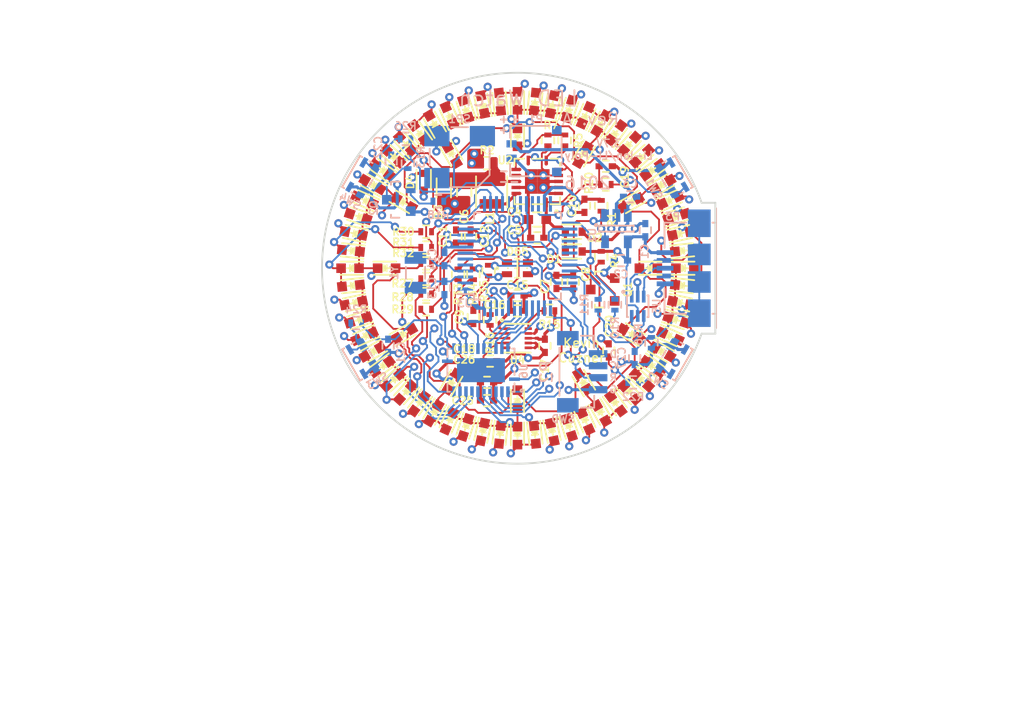
<source format=kicad_pcb>
(kicad_pcb (version 4) (host pcbnew 4.0.5)
  (layers (0 F.Cu signal) (1 In1.Cu power) (2 In2.Cu power) (31 B.Cu signal) (34 B.Paste user) (35 F.Paste user) (36 B.SilkS user) (37 F.SilkS user) (38 B.Mask user) (39 F.Mask user) (44 Edge.Cuts user))
  (net 0 "")
  (net 1 GND)
  (net 2 +3V3)
  (net 3 /LEDs/LED_A_R0)
  (net 4 /LEDs/LED_SEG0)
  (net 5 /LEDs/LED_A_R1)
  (net 6 /LEDs/LED_A_R2)
  (net 7 /LEDs/LED_A_R3)
  (net 8 /LEDs/LED_A_R4)
  (net 9 /LEDs/LED_SEG1)
  (net 10 /LEDs/LED_SEG2)
  (net 11 /LEDs/LED_SEG3)
  (net 12 /LEDs/LED_SEG4)
  (net 13 /LEDs/LED_SEG5)
  (net 14 /LEDs/LED_SEG6)
  (net 15 /LEDs/LED_SEG7)
  (net 16 /LEDs/LED_SEG8)
  (net 17 /LEDs/LED_SEG9)
  (net 18 /LEDs/LED_SEG10)
  (net 19 /LEDs/LED_SEG11)
  (net 20 /LEDs/LED_A_R5)
  (net 21 "/Power Supply/VBAT")
  (net 22 "/Power Supply/VUSB")
  (net 23 "Net-(P3-Pad4)")
  (net 24 "Net-(Q1-Pad1)")
  (net 25 /Control/~USB_PRES)
  (net 26 "Net-(Q2-Pad1)")
  (net 27 "Net-(Q2-Pad3)")
  (net 28 "Net-(D4-Pad2)")
  (net 29 /Control/CHG_STAT)
  (net 30 "/Power Supply/CHG_PROG")
  (net 31 "Net-(U2-Pad10)")
  (net 32 "Net-(U3-Pad2)")
  (net 33 "Net-(U3-Pad5)")
  (net 34 "Net-(U3-Pad6)")
  (net 35 /Control/STM32_RESET)
  (net 36 /Control/LED_A0)
  (net 37 /Control/LED_A1)
  (net 38 /Control/LED_A2)
  (net 39 /Control/LED_A3)
  (net 40 /Control/LED_A4)
  (net 41 /Control/LED_A5)
  (net 42 /Control/BUZ_OUTPUT)
  (net 43 "Net-(U3-Pad17)")
  (net 44 /Control/~ACCEL_INT)
  (net 45 "Net-(U3-Pad21)")
  (net 46 /Control/BTN0)
  (net 47 /Control/BTN1)
  (net 48 /Control/BTN2)
  (net 49 /Control/BTN3)
  (net 50 "Net-(U3-Pad28)")
  (net 51 "Net-(U3-Pad29)")
  (net 52 "Net-(U3-Pad30)")
  (net 53 "Net-(U3-Pad31)")
  (net 54 /Control/SWDIO)
  (net 55 /Control/SWCLK)
  (net 56 "Net-(U3-Pad38)")
  (net 57 /Control/LED_C_MUX0)
  (net 58 /Control/LED_C_MUX1)
  (net 59 /Control/LED_C_MUX2)
  (net 60 /Control/LED_C_MUX3)
  (net 61 /Control/~LED_C_EN)
  (net 62 /Control/I2C_SCL)
  (net 63 /Control/I2C_SDA)
  (net 64 "Net-(C18-Pad1)")
  (net 65 "Net-(U4-Pad5)")
  (net 66 /Control/USB_D+)
  (net 67 /Control/USB_D-)
  (net 68 "Net-(U6-Pad17)")
  (net 69 "/Power Supply/+3.3V_REG_SRC")
  (net 70 /Control/USB_D_R-)
  (net 71 /Control/USB_D_R+)
  (net 72 /USB/USB_SHIELD)
  (net 73 "/Power Supply/+3.3V_REG_SW")
  (net 74 /USB/USB_C_D-)
  (net 75 /USB/USB_C_D+)
  (net 76 "/Power Supply/+3.3V_REG_VRDIV")
  (net 77 "/Power Supply/+3.3V_REG_VOUT_SET")
  (net 78 "/Power Supply/+3.3V_REG_OUT")
  (net 79 "Net-(R20-Pad2)")
  (net 80 "Net-(R22-Pad2)")
  (net 81 "Net-(R24-Pad2)")
  (net 82 "Net-(R26-Pad2)")
  (net 83 /Control/STM32_OSC32+)
  (net 84 /Control/STM32_OSC32-)
  (net 85 /LEDs/LED_R_R)
  (net 86 /LEDs/LED_G_R)
  (net 87 /LEDs/LED_B_R)
  (net 88 /LEDs/LED_R_C)
  (net 89 /LEDs/LED_G_C)
  (net 90 /LEDs/LED_B_C)
  (module simple-led-watch:1PIN_VIA (layer F.Cu) (at 167.005 93.726)
    (fp_text reference REF** hide)
    (fp_text value 1PIN_VIA hide)
    (pad 1 thru_hole circle (at 0 0) (size 0.6858 0.6858) (drill 0.3302) (layers *.Cu) (net 1 GND))
  )
  (module simple-led-watch:1PIN_VIA (layer F.Cu) (at 167.894 93.853)
    (fp_text reference REF** hide)
    (fp_text value 1PIN_VIA hide)
    (pad 1 thru_hole circle (at 0 0) (size 0.6858 0.6858) (drill 0.3302) (layers *.Cu) (net 2 +3V3))
  )
  (module simple-led-watch:1PIN_VIA (layer F.Cu) (at 159.258 84.1375)
    (fp_text reference REF** hide)
    (fp_text value 1PIN_VIA hide)
    (pad 1 thru_hole circle (at 0 0) (size 0.6858 0.6858) (drill 0.3302) (layers *.Cu) (net 1 GND))
  )
  (module simple-led-watch:1PIN_VIA (layer F.Cu) (at 161.29 80.137)
    (fp_text reference REF** hide)
    (fp_text value 1PIN_VIA hide)
    (pad 1 thru_hole circle (at 0 0) (size 0.6858 0.6858) (drill 0.3302) (layers *.Cu) (net 2 +3V3))
  )
  (module simple-led-watch:1PIN_VIA (layer F.Cu) (at 172.085 94.742)
    (fp_text reference REF** hide)
    (fp_text value 1PIN_VIA hide)
    (pad 1 thru_hole circle (at 0 0) (size 0.6858 0.6858) (drill 0.3302) (layers *.Cu) (net 1 GND))
  )
  (module Capacitors_SMD:C_0402 (layer B.Cu) (at 159.004 90.551 270)
    (fp_text reference C13 (at 0 1.016 270) (layer B.SilkS) (effects (font (size 0.635 0.635) (thickness 0.127)) (justify mirror)))
    (fp_text value 8.2p)
    (pad 1 smd rect (at -0.55 0 270) (size 0.6 0.5) (layers B.Cu B.Paste B.Mask) (net 83 /Control/STM32_OSC32+))
    (pad 2 smd rect (at 0.55 0 270) (size 0.6 0.5) (layers B.Cu B.Paste B.Mask) (net 1 GND))
  )
  (module simple-led-watch:1PIN_VIA (layer F.Cu) (at 156.3497 81.3181)
    (fp_text reference REF** hide)
    (fp_text value 1PIN_VIA hide)
    (pad 1 thru_hole circle (at 0 0) (size 0.6858 0.6858) (drill 0.3302) (layers *.Cu) (net 2 +3V3))
  )
  (module simple-led-watch:1PIN_VIA (layer F.Cu) (at 173.7995 96.7105)
    (fp_text reference REF** hide)
    (fp_text value 1PIN_VIA hide)
    (pad 1 thru_hole circle (at 0 0) (size 0.6858 0.6858) (drill 0.3302) (layers *.Cu) (net 1 GND))
  )
  (module simple-led-watch:1PIN_VIA (layer F.Cu) (at 173.863 80.899)
    (fp_text reference REF** hide)
    (fp_text value 1PIN_VIA hide)
    (pad 1 thru_hole circle (at 0 0) (size 0.6858 0.6858) (drill 0.3302) (layers *.Cu) (net 1 GND))
  )
  (module simple-led-watch:1PIN_VIA (layer F.Cu) (at 155.194 96.012)
    (fp_text reference REF** hide)
    (fp_text value 1PIN_VIA hide)
    (pad 1 thru_hole circle (at 0 0) (size 0.6858 0.6858) (drill 0.3302) (layers *.Cu) (net 1 GND))
  )
  (module simple-led-watch:1PIN_VIA (layer F.Cu) (at 158.3309 79.1591)
    (fp_text reference REF** hide)
    (fp_text value 1PIN_VIA hide)
    (pad 1 thru_hole circle (at 0 0) (size 0.6858 0.6858) (drill 0.3302) (layers *.Cu) (net 2 +3V3))
  )
  (module simple-led-watch:1PIN_VIA (layer F.Cu) (at 155.067 81.915)
    (fp_text reference REF** hide)
    (fp_text value 1PIN_VIA hide)
    (pad 1 thru_hole circle (at 0 0) (size 0.6858 0.6858) (drill 0.3302) (layers *.Cu) (net 1 GND))
  )
  (module simple-led-watch:1PIN_VIA (layer F.Cu) (at 164.846 97.282)
    (fp_text reference REF** hide)
    (fp_text value 1PIN_VIA hide)
    (pad 1 thru_hole circle (at 0 0) (size 0.6858 0.6858) (drill 0.3302) (layers *.Cu) (net 2 +3V3))
  )
  (module simple-led-watch:1PIN_VIA (layer F.Cu) (at 158.3436 97.6884)
    (fp_text reference REF** hide)
    (fp_text value 1PIN_VIA hide)
    (pad 1 thru_hole circle (at 0 0) (size 0.6858 0.6858) (drill 0.3302) (layers *.Cu) (net 1 GND))
  )
  (module simple-led-watch:1PIN_VIA (layer F.Cu) (at 157.353 84.201)
    (fp_text reference REF** hide)
    (fp_text value 1PIN_VIA hide)
    (pad 1 thru_hole circle (at 0 0) (size 0.6858 0.6858) (drill 0.3302) (layers *.Cu) (net 1 GND))
  )
  (module simple-led-watch:1PIN_VIA (layer F.Cu) (at 159.8676 83.5152)
    (fp_text reference REF** hide)
    (fp_text value 1PIN_VIA hide)
    (pad 1 thru_hole circle (at 0 0) (size 0.6858 0.6858) (drill 0.3302) (layers *.Cu) (net 1 GND))
  )
  (module simple-led-watch:1PIN_VIA (layer F.Cu) (at 169.3672 99.06)
    (fp_text reference REF** hide)
    (fp_text value 1PIN_VIA hide)
    (pad 1 thru_hole circle (at 0 0) (size 0.6858 0.6858) (drill 0.3302) (layers *.Cu) (net 1 GND))
  )
  (module simple-led-watch:1PIN_VIA (layer F.Cu) (at 167.7035 89.535)
    (fp_text reference REF** hide)
    (fp_text value 1PIN_VIA hide)
    (pad 1 thru_hole circle (at 0 0) (size 0.6858 0.6858) (drill 0.3302) (layers *.Cu) (net 1 GND))
  )
  (module simple-led-watch:1PIN_VIA (layer F.Cu) (at 174.9044 85.598)
    (fp_text reference REF** hide)
    (fp_text value 1PIN_VIA hide)
    (pad 1 thru_hole circle (at 0 0) (size 0.6858 0.6858) (drill 0.3302) (layers *.Cu) (net 1 GND))
  )
  (module simple-led-watch:1PIN_VIA (layer F.Cu) (at 172.9232 85.598)
    (fp_text reference REF** hide)
    (fp_text value 1PIN_VIA hide)
    (pad 1 thru_hole circle (at 0 0) (size 0.6858 0.6858) (drill 0.3302) (layers *.Cu) (net 1 GND))
  )
  (module simple-led-watch:1PIN_VIA (layer F.Cu) (at 169.799 91.567)
    (fp_text reference REF** hide)
    (fp_text value 1PIN_VIA hide)
    (pad 1 thru_hole circle (at 0 0) (size 0.6858 0.6858) (drill 0.3302) (layers *.Cu) (net 2 +3V3))
  )
  (module simple-led-watch:1PIN_VIA (layer F.Cu) (at 166.497 90.932)
    (fp_text reference REF** hide)
    (fp_text value 1PIN_VIA hide)
    (pad 1 thru_hole circle (at 0 0) (size 0.6858 0.6858) (drill 0.3302) (layers *.Cu) (net 1 GND))
  )
  (module simple-led-watch:1PIN_VIA (layer F.Cu) (at 165.989 96.393)
    (fp_text reference REF** hide)
    (fp_text value 1PIN_VIA hide)
    (pad 1 thru_hole circle (at 0 0) (size 0.6858 0.6858) (drill 0.3302) (layers *.Cu) (net 1 GND))
  )
  (module simple-led-watch:1PIN_VIA (layer F.Cu) (at 160.655 93.345)
    (fp_text reference REF** hide)
    (fp_text value 1PIN_VIA hide)
    (pad 1 thru_hole circle (at 0 0) (size 0.6858 0.6858) (drill 0.3302) (layers *.Cu) (net 1 GND))
  )
  (module simple-led-watch:1PIN_VIA (layer F.Cu) (at 163.957 90.805)
    (fp_text reference REF** hide)
    (fp_text value 1PIN_VIA hide)
    (pad 1 thru_hole circle (at 0 0) (size 0.6858 0.6858) (drill 0.3302) (layers *.Cu) (net 2 +3V3))
  )
  (module simple-led-watch:1PIN_VIA (layer F.Cu) (at 161.163 91.694)
    (fp_text reference REF** hide)
    (fp_text value 1PIN_VIA hide)
    (pad 1 thru_hole circle (at 0 0) (size 0.6858 0.6858) (drill 0.3302) (layers *.Cu) (net 2 +3V3))
  )
  (module simple-led-watch:1PIN_VIA (layer F.Cu) (at 159.004 92.0496)
    (fp_text reference REF** hide)
    (fp_text value 1PIN_VIA hide)
    (pad 1 thru_hole circle (at 0 0) (size 0.6858 0.6858) (drill 0.3302) (layers *.Cu) (net 1 GND))
  )
  (module simple-led-watch:1PIN_VIA (layer F.Cu) (at 159.3596 86.9188)
    (fp_text reference REF** hide)
    (fp_text value 1PIN_VIA hide)
    (pad 1 thru_hole circle (at 0 0) (size 0.6858 0.6858) (drill 0.3302) (layers *.Cu) (net 1 GND))
  )
  (module simple-led-watch:1PIN_VIA (layer F.Cu) (at 162.179 86.614)
    (fp_text reference REF** hide)
    (fp_text value 1PIN_VIA hide)
    (pad 1 thru_hole circle (at 0 0) (size 0.6858 0.6858) (drill 0.3302) (layers *.Cu) (net 2 +3V3))
  )
  (module simple-led-watch:1PIN_VIA (layer F.Cu) (at 170.053 83.439)
    (fp_text reference REF** hide)
    (fp_text value 1PIN_VIA hide)
    (pad 1 thru_hole circle (at 0 0) (size 0.6858 0.6858) (drill 0.3302) (layers *.Cu) (net 1 GND))
  )
  (module simple-led-watch:1PIN_VIA (layer F.Cu) (at 169.545 84.328)
    (fp_text reference REF** hide)
    (fp_text value 1PIN_VIA hide)
    (pad 1 thru_hole circle (at 0 0) (size 0.6858 0.6858) (drill 0.3302) (layers *.Cu) (net 2 +3V3))
  )
  (module simple-led-watch:1PIN_VIA (layer F.Cu) (at 176.8856 91.0336)
    (fp_text reference REF** hide)
    (fp_text value 1PIN_VIA hide)
    (pad 1 thru_hole circle (at 0 0) (size 0.6858 0.6858) (drill 0.3302) (layers *.Cu) (net 1 GND))
  )
  (module simple-led-watch:1PIN_VIA (layer F.Cu) (at 175.1076 90.0684)
    (fp_text reference REF** hide)
    (fp_text value 1PIN_VIA hide)
    (pad 1 thru_hole circle (at 0 0) (size 0.6858 0.6858) (drill 0.3302) (layers *.Cu) (net 1 GND))
  )
  (module simple-led-watch:1PIN_VIA (layer F.Cu) (at 172.339 89.281)
    (fp_text reference REF** hide)
    (fp_text value 1PIN_VIA hide)
    (pad 1 thru_hole circle (at 0 0) (size 0.6858 0.6858) (drill 0.3302) (layers *.Cu) (net 1 GND))
  )
  (module simple-led-watch:1PIN_VIA (layer F.Cu) (at 161.4932 79.3496)
    (fp_text reference REF** hide)
    (fp_text value 1PIN_VIA hide)
    (pad 1 thru_hole circle (at 0 0) (size 0.6858 0.6858) (drill 0.3302) (layers *.Cu) (net 2 +3V3))
  )
  (module simple-led-watch:1PIN_VIA (layer F.Cu) (at 167.2635 82.1735)
    (fp_text reference REF** hide)
    (fp_text value 1PIN_VIA hide)
    (pad 1 thru_hole circle (at 0 0) (size 0.6858 0.6858) (drill 0.3302) (layers *.Cu) (net 1 GND))
  )
  (module simple-led-watch:1PIN_VIA (layer F.Cu) (at 166.243 82.169)
    (fp_text reference REF** hide)
    (fp_text value 1PIN_VIA hide)
    (pad 1 thru_hole circle (at 0 0) (size 0.6858 0.6858) (drill 0.3302) (layers *.Cu) (net 1 GND))
  )
  (module simple-led-watch:1PIN_VIA (layer F.Cu) (at 166.243 81.153)
    (fp_text reference REF** hide)
    (fp_text value 1PIN_VIA hide)
    (pad 1 thru_hole circle (at 0 0) (size 0.6858 0.6858) (drill 0.3302) (layers *.Cu) (net 1 GND))
  )
  (module LEDs:LED_0603 (layer F.Cu) (at 160.783032 102.186259 252)
    (fp_text reference D38 hide)
    (fp_text value LTST-C190KRKT)
    (pad 2 smd rect (at 0.7493 0 72) (size 0.79756 0.79756) (layers F.Cu F.Paste F.Mask) (net 7 /LEDs/LED_A_R3))
    (pad 1 smd rect (at -0.7493 0 72) (size 0.79756 0.79756) (layers F.Cu F.Paste F.Mask) (net 14 /LEDs/LED_SEG6))
  )
  (module LEDs:LED_0603 (layer F.Cu) (at 159.417889 101.66223 246)
    (fp_text reference D39 hide)
    (fp_text value LTST-C190KRKT)
    (pad 2 smd rect (at 0.7493 0 66) (size 0.79756 0.79756) (layers F.Cu F.Paste F.Mask) (net 8 /LEDs/LED_A_R4))
    (pad 1 smd rect (at -0.7493 0 66) (size 0.79756 0.79756) (layers F.Cu F.Paste F.Mask) (net 14 /LEDs/LED_SEG6))
  )
  (module LEDs:LED_0603 (layer F.Cu) (at 159.639 98.358729 60)
    (fp_text reference D73 hide)
    (fp_text value BLUE)
    (pad 2 smd rect (at 0.7493 0 240) (size 0.79756 0.79756) (layers F.Cu F.Paste F.Mask) (net 20 /LEDs/LED_A_R5))
    (pad 1 smd rect (at -0.7493 0 240) (size 0.79756 0.79756) (layers F.Cu F.Paste F.Mask) (net 15 /LEDs/LED_SEG7))
  )
  (module LEDs:LED_0603 (layer F.Cu) (at 162.195473 102.564721 258)
    (fp_text reference D37 hide)
    (fp_text value LTST-C190KRKT)
    (pad 2 smd rect (at 0.7493 0 78) (size 0.79756 0.79756) (layers F.Cu F.Paste F.Mask) (net 6 /LEDs/LED_A_R2))
    (pad 1 smd rect (at -0.7493 0 78) (size 0.79756 0.79756) (layers F.Cu F.Paste F.Mask) (net 14 /LEDs/LED_SEG6))
  )
  (module LEDs:LED_0603 (layer F.Cu) (at 158.115 100.998374 240)
    (fp_text reference D40 hide)
    (fp_text value LTST-C190KRKT)
    (pad 2 smd rect (at 0.7493 0 60) (size 0.79756 0.79756) (layers F.Cu F.Paste F.Mask) (net 8 /LEDs/LED_A_R4))
    (pad 1 smd rect (at -0.7493 0 60) (size 0.79756 0.79756) (layers F.Cu F.Paste F.Mask) (net 15 /LEDs/LED_SEG7))
  )
  (module LEDs:LED_0603 (layer F.Cu) (at 175.481733 98.247754 318)
    (fp_text reference D27 hide)
    (fp_text value LTST-C190KRKT)
    (pad 2 smd rect (at 0.7493 0 138) (size 0.79756 0.79756) (layers F.Cu F.Paste F.Mask) (net 6 /LEDs/LED_A_R2))
    (pad 1 smd rect (at -0.7493 0 138) (size 0.79756 0.79756) (layers F.Cu F.Paste F.Mask) (net 12 /LEDs/LED_SEG4))
  )
  (module LEDs:LED_0603 (layer F.Cu) (at 176.401967 97.111359 324)
    (fp_text reference D26 hide)
    (fp_text value LTST-C190KRKT)
    (pad 2 smd rect (at 0.7493 0 144) (size 0.79756 0.79756) (layers F.Cu F.Paste F.Mask) (net 5 /LEDs/LED_A_R1))
    (pad 1 smd rect (at -0.7493 0 144) (size 0.79756 0.79756) (layers F.Cu F.Paste F.Mask) (net 12 /LEDs/LED_SEG4))
  )
  (module LEDs:LED_0603 (layer F.Cu) (at 174.447754 99.281733 312)
    (fp_text reference D28 hide)
    (fp_text value LTST-C190KRKT)
    (pad 2 smd rect (at 0.7493 0 132) (size 0.79756 0.79756) (layers F.Cu F.Paste F.Mask) (net 7 /LEDs/LED_A_R3))
    (pad 1 smd rect (at -0.7493 0 132) (size 0.79756 0.79756) (layers F.Cu F.Paste F.Mask) (net 12 /LEDs/LED_SEG4))
  )
  (module LEDs:LED_0603 (layer F.Cu) (at 156.88864 100.201967 234)
    (fp_text reference D41 hide)
    (fp_text value LTST-C190KRKT)
    (pad 2 smd rect (at 0.7493 0 54) (size 0.79756 0.79756) (layers F.Cu F.Paste F.Mask) (net 7 /LEDs/LED_A_R3))
    (pad 1 smd rect (at -0.7493 0 54) (size 0.79756 0.79756) (layers F.Cu F.Paste F.Mask) (net 15 /LEDs/LED_SEG7))
  )
  (module LEDs:LED_0603 (layer F.Cu) (at 154.718266 98.247754 222)
    (fp_text reference D43 hide)
    (fp_text value LTST-C190KRKT)
    (pad 2 smd rect (at 0.7493 0 42) (size 0.79756 0.79756) (layers F.Cu F.Paste F.Mask) (net 5 /LEDs/LED_A_R1))
    (pad 1 smd rect (at -0.7493 0 42) (size 0.79756 0.79756) (layers F.Cu F.Paste F.Mask) (net 15 /LEDs/LED_SEG7))
  )
  (module LEDs:LED_0603 (layer F.Cu) (at 155.752245 99.281733 228)
    (fp_text reference D42 hide)
    (fp_text value LTST-C190KRKT)
    (pad 2 smd rect (at 0.7493 0 48) (size 0.79756 0.79756) (layers F.Cu F.Paste F.Mask) (net 6 /LEDs/LED_A_R2))
    (pad 1 smd rect (at -0.7493 0 48) (size 0.79756 0.79756) (layers F.Cu F.Paste F.Mask) (net 15 /LEDs/LED_SEG7))
  )
  (module LEDs:LED_0603 (layer F.Cu) (at 153.798032 97.111359 216)
    (fp_text reference D44 hide)
    (fp_text value LTST-C190KRKT)
    (pad 2 smd rect (at 0.7493 0 36) (size 0.79756 0.79756) (layers F.Cu F.Paste F.Mask) (net 3 /LEDs/LED_A_R0))
    (pad 1 smd rect (at -0.7493 0 36) (size 0.79756 0.79756) (layers F.Cu F.Paste F.Mask) (net 15 /LEDs/LED_SEG7))
  )
  (module LEDs:LED_0603 (layer F.Cu) (at 170.78211 101.66223 294)
    (fp_text reference D31 hide)
    (fp_text value LTST-C190KRKT)
    (pad 2 smd rect (at 0.7493 0 114) (size 0.79756 0.79756) (layers F.Cu F.Paste F.Mask) (net 7 /LEDs/LED_A_R3))
    (pad 1 smd rect (at -0.7493 0 114) (size 0.79756 0.79756) (layers F.Cu F.Paste F.Mask) (net 13 /LEDs/LED_SEG5))
  )
  (module LEDs:LED_0603 (layer F.Cu) (at 173.311359 100.201967 306)
    (fp_text reference D29 hide)
    (fp_text value LTST-C190KRKT)
    (pad 2 smd rect (at 0.7493 0 126) (size 0.79756 0.79756) (layers F.Cu F.Paste F.Mask) (net 8 /LEDs/LED_A_R4))
    (pad 1 smd rect (at -0.7493 0 126) (size 0.79756 0.79756) (layers F.Cu F.Paste F.Mask) (net 12 /LEDs/LED_SEG4))
  )
  (module LEDs:LED_0603 (layer F.Cu) (at 172.085 100.998374 300)
    (fp_text reference D30 hide)
    (fp_text value LTST-C190KRKT)
    (pad 2 smd rect (at 0.7493 0 120) (size 0.79756 0.79756) (layers F.Cu F.Paste F.Mask) (net 8 /LEDs/LED_A_R4))
    (pad 1 smd rect (at -0.7493 0 120) (size 0.79756 0.79756) (layers F.Cu F.Paste F.Mask) (net 13 /LEDs/LED_SEG5))
  )
  (module LEDs:LED_0603 (layer F.Cu) (at 170.561 98.358729 120)
    (fp_text reference D71 hide)
    (fp_text value BLUE)
    (pad 2 smd rect (at 0.7493 0 300) (size 0.79756 0.79756) (layers F.Cu F.Paste F.Mask) (net 20 /LEDs/LED_A_R5))
    (pad 1 smd rect (at -0.7493 0 300) (size 0.79756 0.79756) (layers F.Cu F.Paste F.Mask) (net 13 /LEDs/LED_SEG5))
  )
  (module LEDs:LED_0603 (layer F.Cu) (at 163.639737 102.79347 264)
    (fp_text reference D36 hide)
    (fp_text value LTST-C190KRKT)
    (pad 2 smd rect (at 0.7493 0 84) (size 0.79756 0.79756) (layers F.Cu F.Paste F.Mask) (net 5 /LEDs/LED_A_R1))
    (pad 1 smd rect (at -0.7493 0 84) (size 0.79756 0.79756) (layers F.Cu F.Paste F.Mask) (net 14 /LEDs/LED_SEG6))
  )
  (module LEDs:LED_0603 (layer F.Cu) (at 169.416967 102.186259 288)
    (fp_text reference D32 hide)
    (fp_text value LTST-C190KRKT)
    (pad 2 smd rect (at 0.7493 0 108) (size 0.79756 0.79756) (layers F.Cu F.Paste F.Mask) (net 6 /LEDs/LED_A_R2))
    (pad 1 smd rect (at -0.7493 0 108) (size 0.79756 0.79756) (layers F.Cu F.Paste F.Mask) (net 13 /LEDs/LED_SEG5))
  )
  (module LEDs:LED_0603 (layer F.Cu) (at 168.004526 102.564721 282)
    (fp_text reference D33 hide)
    (fp_text value LTST-C190KRKT)
    (pad 2 smd rect (at 0.7493 0 102) (size 0.79756 0.79756) (layers F.Cu F.Paste F.Mask) (net 5 /LEDs/LED_A_R1))
    (pad 1 smd rect (at -0.7493 0 102) (size 0.79756 0.79756) (layers F.Cu F.Paste F.Mask) (net 13 /LEDs/LED_SEG5))
  )
  (module LEDs:LED_0603 (layer F.Cu) (at 166.560262 102.79347 276)
    (fp_text reference D34 hide)
    (fp_text value LTST-C190KRKT)
    (pad 2 smd rect (at 0.7493 0 96) (size 0.79756 0.79756) (layers F.Cu F.Paste F.Mask) (net 3 /LEDs/LED_A_R0))
    (pad 1 smd rect (at -0.7493 0 96) (size 0.79756 0.79756) (layers F.Cu F.Paste F.Mask) (net 13 /LEDs/LED_SEG5))
  )
  (module LEDs:LED_0603 (layer F.Cu) (at 165.1 102.87 270)
    (fp_text reference D35 hide)
    (fp_text value LTST-C190KRKT)
    (pad 2 smd rect (at 0.7493 0 90) (size 0.79756 0.79756) (layers F.Cu F.Paste F.Mask) (net 3 /LEDs/LED_A_R0))
    (pad 1 smd rect (at -0.7493 0 90) (size 0.79756 0.79756) (layers F.Cu F.Paste F.Mask) (net 14 /LEDs/LED_SEG6))
  )
  (module LEDs:LED_0603 (layer F.Cu) (at 165.1 99.822 90)
    (fp_text reference D72 hide)
    (fp_text value BLUE)
    (pad 2 smd rect (at 0.7493 0 270) (size 0.79756 0.79756) (layers F.Cu F.Paste F.Mask) (net 20 /LEDs/LED_A_R5))
    (pad 1 smd rect (at -0.7493 0 270) (size 0.79756 0.79756) (layers F.Cu F.Paste F.Mask) (net 14 /LEDs/LED_SEG6))
  )
  (module LEDs:LED_0603 (layer F.Cu) (at 170.78211 76.137769 66)
    (fp_text reference D9 hide)
    (fp_text value LTST-C190KRKT)
    (pad 2 smd rect (at 0.7493 0 246) (size 0.79756 0.79756) (layers F.Cu F.Paste F.Mask) (net 8 /LEDs/LED_A_R4))
    (pad 1 smd rect (at -0.7493 0 246) (size 0.79756 0.79756) (layers F.Cu F.Paste F.Mask) (net 4 /LEDs/LED_SEG0))
  )
  (module LEDs:LED_0603 (layer F.Cu) (at 172.085 76.801625 60)
    (fp_text reference D10 hide)
    (fp_text value LTST-C190KRKT)
    (pad 2 smd rect (at 0.7493 0 240) (size 0.79756 0.79756) (layers F.Cu F.Paste F.Mask) (net 8 /LEDs/LED_A_R4))
    (pad 1 smd rect (at -0.7493 0 240) (size 0.79756 0.79756) (layers F.Cu F.Paste F.Mask) (net 9 /LEDs/LED_SEG1))
  )
  (module LEDs:LED_0603 (layer F.Cu) (at 169.416967 75.61374 72)
    (fp_text reference D8 hide)
    (fp_text value LTST-C190KRKT)
    (pad 2 smd rect (at 0.7493 0 252) (size 0.79756 0.79756) (layers F.Cu F.Paste F.Mask) (net 7 /LEDs/LED_A_R3))
    (pad 1 smd rect (at -0.7493 0 252) (size 0.79756 0.79756) (layers F.Cu F.Paste F.Mask) (net 4 /LEDs/LED_SEG0))
  )
  (module LEDs:LED_0603 (layer F.Cu) (at 170.561 79.44127 240)
    (fp_text reference D67 hide)
    (fp_text value BLUE)
    (pad 2 smd rect (at 0.7493 0 60) (size 0.79756 0.79756) (layers F.Cu F.Paste F.Mask) (net 20 /LEDs/LED_A_R5))
    (pad 1 smd rect (at -0.7493 0 60) (size 0.79756 0.79756) (layers F.Cu F.Paste F.Mask) (net 9 /LEDs/LED_SEG1))
  )
  (module LEDs:LED_0603 (layer F.Cu) (at 160.783032 75.61374 108)
    (fp_text reference D62 hide)
    (fp_text value LTST-C190KRKT)
    (pad 2 smd rect (at 0.7493 0 288) (size 0.79756 0.79756) (layers F.Cu F.Paste F.Mask) (net 6 /LEDs/LED_A_R2))
    (pad 1 smd rect (at -0.7493 0 288) (size 0.79756 0.79756) (layers F.Cu F.Paste F.Mask) (net 19 /LEDs/LED_SEG11))
  )
  (module LEDs:LED_0603 (layer F.Cu) (at 163.639737 75.006529 96)
    (fp_text reference D64 hide)
    (fp_text value LTST-C190KRKT)
    (pad 2 smd rect (at 0.7493 0 276) (size 0.79756 0.79756) (layers F.Cu F.Paste F.Mask) (net 3 /LEDs/LED_A_R0))
    (pad 1 smd rect (at -0.7493 0 276) (size 0.79756 0.79756) (layers F.Cu F.Paste F.Mask) (net 19 /LEDs/LED_SEG11))
  )
  (module LEDs:LED_0603 (layer F.Cu) (at 162.195473 75.235278 102)
    (fp_text reference D63 hide)
    (fp_text value LTST-C190KRKT)
    (pad 2 smd rect (at 0.7493 0 282) (size 0.79756 0.79756) (layers F.Cu F.Paste F.Mask) (net 5 /LEDs/LED_A_R1))
    (pad 1 smd rect (at -0.7493 0 282) (size 0.79756 0.79756) (layers F.Cu F.Paste F.Mask) (net 19 /LEDs/LED_SEG11))
  )
  (module LEDs:LED_0603 (layer F.Cu) (at 159.417889 76.137769 114)
    (fp_text reference D61 hide)
    (fp_text value LTST-C190KRKT)
    (pad 2 smd rect (at 0.7493 0 294) (size 0.79756 0.79756) (layers F.Cu F.Paste F.Mask) (net 7 /LEDs/LED_A_R3))
    (pad 1 smd rect (at -0.7493 0 294) (size 0.79756 0.79756) (layers F.Cu F.Paste F.Mask) (net 19 /LEDs/LED_SEG11))
  )
  (module LEDs:LED_0603 (layer F.Cu) (at 158.115 76.801625 120)
    (fp_text reference D60 hide)
    (fp_text value LTST-C190KRKT)
    (pad 2 smd rect (at 0.7493 0 300) (size 0.79756 0.79756) (layers F.Cu F.Paste F.Mask) (net 8 /LEDs/LED_A_R4))
    (pad 1 smd rect (at -0.7493 0 300) (size 0.79756 0.79756) (layers F.Cu F.Paste F.Mask) (net 19 /LEDs/LED_SEG11))
  )
  (module LEDs:LED_0603 (layer F.Cu) (at 159.639 79.44127 300)
    (fp_text reference D77 hide)
    (fp_text value BLUE)
    (pad 2 smd rect (at 0.7493 0 120) (size 0.79756 0.79756) (layers F.Cu F.Paste F.Mask) (net 20 /LEDs/LED_A_R5))
    (pad 1 smd rect (at -0.7493 0 120) (size 0.79756 0.79756) (layers F.Cu F.Paste F.Mask) (net 19 /LEDs/LED_SEG11))
  )
  (module Diodes_SMD:SOD-523 (layer F.Cu) (at 157.2768 81.6864 270)
    (fp_text reference D4 (at 0 1.1303 450) (layer F.SilkS) (effects (font (size 0.635 0.635) (thickness 0.127))))
    (fp_text value RB521S30T5G)
    (pad 2 smd rect (at 0.7 0 90) (size 0.6 0.7) (layers F.Cu F.Paste F.Mask) (net 28 "Net-(D4-Pad2)"))
    (pad 1 smd rect (at -0.7 0 90) (size 0.6 0.7) (layers F.Cu F.Paste F.Mask) (net 2 +3V3))
  )
  (module LEDs:LED_0603 (layer F.Cu) (at 166.560262 75.006529 84)
    (fp_text reference D6 hide)
    (fp_text value LTST-C190KRKT)
    (pad 2 smd rect (at 0.7493 0 264) (size 0.79756 0.79756) (layers F.Cu F.Paste F.Mask) (net 5 /LEDs/LED_A_R1))
    (pad 1 smd rect (at -0.7493 0 264) (size 0.79756 0.79756) (layers F.Cu F.Paste F.Mask) (net 4 /LEDs/LED_SEG0))
  )
  (module LEDs:LED_0603 (layer F.Cu) (at 165.1 77.978 270)
    (fp_text reference D66 hide)
    (fp_text value BLUE)
    (pad 2 smd rect (at 0.7493 0 90) (size 0.79756 0.79756) (layers F.Cu F.Paste F.Mask) (net 20 /LEDs/LED_A_R5))
    (pad 1 smd rect (at -0.7493 0 90) (size 0.79756 0.79756) (layers F.Cu F.Paste F.Mask) (net 4 /LEDs/LED_SEG0))
  )
  (module LEDs:LED_0603 (layer F.Cu) (at 168.004526 75.235278 78)
    (fp_text reference D7 hide)
    (fp_text value LTST-C190KRKT)
    (pad 2 smd rect (at 0.7493 0 258) (size 0.79756 0.79756) (layers F.Cu F.Paste F.Mask) (net 6 /LEDs/LED_A_R2))
    (pad 1 smd rect (at -0.7493 0 258) (size 0.79756 0.79756) (layers F.Cu F.Paste F.Mask) (net 4 /LEDs/LED_SEG0))
  )
  (module LEDs:LED_0603 (layer F.Cu) (at 165.1 74.93 90)
    (fp_text reference D5 hide)
    (fp_text value LTST-C190KRKT)
    (pad 2 smd rect (at 0.7493 0 270) (size 0.79756 0.79756) (layers F.Cu F.Paste F.Mask) (net 3 /LEDs/LED_A_R0))
    (pad 1 smd rect (at -0.7493 0 270) (size 0.79756 0.79756) (layers F.Cu F.Paste F.Mask) (net 4 /LEDs/LED_SEG0))
  )
  (module Capacitors_SMD:C_0402 (layer F.Cu) (at 166.751 86.36 180)
    (fp_text reference C5 (at 1.905 0.635 360) (layer F.SilkS) (effects (font (size 0.635 0.635) (thickness 0.127))))
    (fp_text value 4.7u)
    (pad 1 smd rect (at -0.55 0 180) (size 0.6 0.5) (layers F.Cu F.Paste F.Mask) (net 69 "/Power Supply/+3.3V_REG_SRC"))
    (pad 2 smd rect (at 0.55 0 180) (size 0.6 0.5) (layers F.Cu F.Paste F.Mask) (net 1 GND))
  )
  (module Capacitors_SMD:C_0603 (layer F.Cu) (at 166.751 84.836 180)
    (fp_text reference C4 (at 1.905 0.635 360) (layer F.SilkS) (effects (font (size 0.635 0.635) (thickness 0.127))))
    (fp_text value 22u)
    (pad 1 smd rect (at -0.75 0 180) (size 0.8 0.75) (layers F.Cu F.Paste F.Mask) (net 69 "/Power Supply/+3.3V_REG_SRC"))
    (pad 2 smd rect (at 0.75 0 180) (size 0.8 0.75) (layers F.Cu F.Paste F.Mask) (net 1 GND))
  )
  (module Capacitors_SMD:C_0603 (layer F.Cu) (at 160.655 82.55 270)
    (fp_text reference C6 (at 2.032 0 450) (layer F.SilkS) (effects (font (size 0.635 0.635) (thickness 0.127))))
    (fp_text value 22u)
    (pad 1 smd rect (at -0.75 0 270) (size 0.8 0.75) (layers F.Cu F.Paste F.Mask) (net 78 "/Power Supply/+3.3V_REG_OUT"))
    (pad 2 smd rect (at 0.75 0 270) (size 0.8 0.75) (layers F.Cu F.Paste F.Mask) (net 1 GND))
  )
  (module LEDs:LED_0603 (layer F.Cu) (at 154.718266 79.552245 138)
    (fp_text reference D57 hide)
    (fp_text value LTST-C190KRKT)
    (pad 2 smd rect (at 0.7493 0 318) (size 0.79756 0.79756) (layers F.Cu F.Paste F.Mask) (net 6 /LEDs/LED_A_R2))
    (pad 1 smd rect (at -0.7493 0 318) (size 0.79756 0.79756) (layers F.Cu F.Paste F.Mask) (net 18 /LEDs/LED_SEG10))
  )
  (module LEDs:LED_0603 (layer F.Cu) (at 155.752245 78.518266 132)
    (fp_text reference D58 hide)
    (fp_text value LTST-C190KRKT)
    (pad 2 smd rect (at 0.7493 0 312) (size 0.79756 0.79756) (layers F.Cu F.Paste F.Mask) (net 7 /LEDs/LED_A_R3))
    (pad 1 smd rect (at -0.7493 0 312) (size 0.79756 0.79756) (layers F.Cu F.Paste F.Mask) (net 18 /LEDs/LED_SEG10))
  )
  (module LEDs:LED_0603 (layer F.Cu) (at 153.798032 80.68864 144)
    (fp_text reference D56 hide)
    (fp_text value LTST-C190KRKT)
    (pad 2 smd rect (at 0.7493 0 324) (size 0.79756 0.79756) (layers F.Cu F.Paste F.Mask) (net 5 /LEDs/LED_A_R1))
    (pad 1 smd rect (at -0.7493 0 324) (size 0.79756 0.79756) (layers F.Cu F.Paste F.Mask) (net 18 /LEDs/LED_SEG10))
  )
  (module LEDs:LED_0603 (layer F.Cu) (at 153.001625 81.915 150)
    (fp_text reference D55 hide)
    (fp_text value LTST-C190KRKT)
    (pad 2 smd rect (at 0.7493 0 330) (size 0.79756 0.79756) (layers F.Cu F.Paste F.Mask) (net 3 /LEDs/LED_A_R0))
    (pad 1 smd rect (at -0.7493 0 330) (size 0.79756 0.79756) (layers F.Cu F.Paste F.Mask) (net 18 /LEDs/LED_SEG10))
  )
  (module LEDs:LED_0603 (layer F.Cu) (at 155.64127 83.439 330)
    (fp_text reference D76 hide)
    (fp_text value BLUE)
    (pad 2 smd rect (at 0.7493 0 150) (size 0.79756 0.79756) (layers F.Cu F.Paste F.Mask) (net 20 /LEDs/LED_A_R5))
    (pad 1 smd rect (at -0.7493 0 150) (size 0.79756 0.79756) (layers F.Cu F.Paste F.Mask) (net 18 /LEDs/LED_SEG10))
  )
  (module LEDs:LED_0603 (layer F.Cu) (at 156.88864 77.598032 126)
    (fp_text reference D59 hide)
    (fp_text value LTST-C190KRKT)
    (pad 2 smd rect (at 0.7493 0 306) (size 0.79756 0.79756) (layers F.Cu F.Paste F.Mask) (net 8 /LEDs/LED_A_R4))
    (pad 1 smd rect (at -0.7493 0 306) (size 0.79756 0.79756) (layers F.Cu F.Paste F.Mask) (net 18 /LEDs/LED_SEG10))
  )
  (module Capacitors_SMD:C_0402 (layer F.Cu) (at 167.386 95.377 270)
    (fp_text reference C17 (at 2.032 0 270) (layer F.SilkS) (effects (font (size 0.635 0.635) (thickness 0.127))))
    (fp_text value 0.1u)
    (pad 1 smd rect (at -0.55 0 270) (size 0.6 0.5) (layers F.Cu F.Paste F.Mask) (net 2 +3V3))
    (pad 2 smd rect (at 0.55 0 270) (size 0.6 0.5) (layers F.Cu F.Paste F.Mask) (net 1 GND))
  )
  (module simple-led-watch:DHVQFN24 (layer B.Cu) (at 162.052 97.409 180)
    (fp_text reference U6 (at -3.556 -0.0635 270) (layer B.SilkS) (effects (font (size 0.635 0.635) (thickness 0.127)) (justify mirror)))
    (fp_text value 74HC154)
    (pad 1 smd rect (at -2.8 -0.75 180) (size 0.9 0.29) (layers B.Cu B.Paste B.Mask) (net 4 /LEDs/LED_SEG0))
    (pad 2 smd rect (at -2.25 -1.8 90) (size 0.9 0.29) (layers B.Cu B.Paste B.Mask) (net 9 /LEDs/LED_SEG1))
    (pad 3 smd rect (at -1.75 -1.8 90) (size 0.9 0.29) (layers B.Cu B.Paste B.Mask) (net 10 /LEDs/LED_SEG2))
    (pad 4 smd rect (at -1.25 -1.8 90) (size 0.9 0.29) (layers B.Cu B.Paste B.Mask) (net 11 /LEDs/LED_SEG3))
    (pad 5 smd rect (at -0.75 -1.8 90) (size 0.9 0.29) (layers B.Cu B.Paste B.Mask) (net 12 /LEDs/LED_SEG4))
    (pad 6 smd rect (at -0.25 -1.8 90) (size 0.9 0.29) (layers B.Cu B.Paste B.Mask) (net 13 /LEDs/LED_SEG5))
    (pad 7 smd rect (at 0.25 -1.8 90) (size 0.9 0.29) (layers B.Cu B.Paste B.Mask) (net 14 /LEDs/LED_SEG6))
    (pad 8 smd rect (at 0.75 -1.8 90) (size 0.9 0.29) (layers B.Cu B.Paste B.Mask) (net 15 /LEDs/LED_SEG7))
    (pad 9 smd rect (at 1.25 -1.8 90) (size 0.9 0.29) (layers B.Cu B.Paste B.Mask) (net 16 /LEDs/LED_SEG8))
    (pad 10 smd rect (at 1.75 -1.8 90) (size 0.9 0.29) (layers B.Cu B.Paste B.Mask) (net 17 /LEDs/LED_SEG9))
    (pad 11 smd rect (at 2.25 -1.8 90) (size 0.9 0.29) (layers B.Cu B.Paste B.Mask) (net 18 /LEDs/LED_SEG10))
    (pad 12 smd rect (at 2.8 -0.75 180) (size 0.9 0.29) (layers B.Cu B.Paste B.Mask) (net 1 GND))
    (pad 13 smd rect (at 2.8 0.75 180) (size 0.9 0.29) (layers B.Cu B.Paste B.Mask) (net 19 /LEDs/LED_SEG11))
    (pad 14 smd rect (at 2.25 1.8 90) (size 0.9 0.29) (layers B.Cu B.Paste B.Mask) (net 88 /LEDs/LED_R_C))
    (pad 15 smd rect (at 1.75 1.8 90) (size 0.9 0.29) (layers B.Cu B.Paste B.Mask) (net 89 /LEDs/LED_G_C))
    (pad 16 smd rect (at 1.25 1.8 90) (size 0.9 0.29) (layers B.Cu B.Paste B.Mask) (net 90 /LEDs/LED_B_C))
    (pad 17 smd rect (at 0.75 1.8 90) (size 0.9 0.29) (layers B.Cu B.Paste B.Mask) (net 68 "Net-(U6-Pad17)"))
    (pad 18 smd rect (at 0.25 1.8 90) (size 0.9 0.29) (layers B.Cu B.Paste B.Mask) (net 1 GND))
    (pad 19 smd rect (at -0.25 1.8 90) (size 0.9 0.29) (layers B.Cu B.Paste B.Mask) (net 61 /Control/~LED_C_EN))
    (pad 20 smd rect (at -0.75 1.8 90) (size 0.9 0.29) (layers B.Cu B.Paste B.Mask) (net 60 /Control/LED_C_MUX3))
    (pad 21 smd rect (at -1.25 1.8 90) (size 0.9 0.29) (layers B.Cu B.Paste B.Mask) (net 59 /Control/LED_C_MUX2))
    (pad 22 smd rect (at -1.75 1.8 90) (size 0.9 0.29) (layers B.Cu B.Paste B.Mask) (net 58 /Control/LED_C_MUX1))
    (pad 23 smd rect (at -2.25 1.8 90) (size 0.9 0.29) (layers B.Cu B.Paste B.Mask) (net 57 /Control/LED_C_MUX0))
    (pad 24 smd rect (at -2.8 0.75 180) (size 0.9 0.29) (layers B.Cu B.Paste B.Mask) (net 2 +3V3))
    (pad 25 smd rect (at 0 0 180) (size 4 2) (layers B.Cu B.Paste B.Mask))
  )
  (module Resistors_SMD:R_0402 (layer F.Cu) (at 167.767 92.456 180)
    (fp_text reference R15 (at 0 -1.143 180) (layer F.SilkS) (effects (font (size 0.635 0.635) (thickness 0.127))))
    (fp_text value 4.7K)
    (pad 1 smd rect (at -0.45 0 180) (size 0.4 0.6) (layers F.Cu F.Paste F.Mask) (net 2 +3V3))
    (pad 2 smd rect (at 0.45 0 180) (size 0.4 0.6) (layers F.Cu F.Paste F.Mask) (net 63 /Control/I2C_SDA))
  )
  (module LEDs:LED_0603 (layer F.Cu) (at 174.558729 94.361 150)
    (fp_text reference D70 hide)
    (fp_text value BLUE)
    (pad 2 smd rect (at 0.7493 0 330) (size 0.79756 0.79756) (layers F.Cu F.Paste F.Mask) (net 20 /LEDs/LED_A_R5))
    (pad 1 smd rect (at -0.7493 0 330) (size 0.79756 0.79756) (layers F.Cu F.Paste F.Mask) (net 12 /LEDs/LED_SEG4))
  )
  (module LEDs:LED_0603 (layer F.Cu) (at 178.386259 93.216967 342)
    (fp_text reference D23 hide)
    (fp_text value LTST-C190KRKT)
    (pad 2 smd rect (at 0.7493 0 162) (size 0.79756 0.79756) (layers F.Cu F.Paste F.Mask) (net 5 /LEDs/LED_A_R1))
    (pad 1 smd rect (at -0.7493 0 162) (size 0.79756 0.79756) (layers F.Cu F.Paste F.Mask) (net 11 /LEDs/LED_SEG3))
  )
  (module LEDs:LED_0603 (layer F.Cu) (at 177.198374 95.885 330)
    (fp_text reference D25 hide)
    (fp_text value LTST-C190KRKT)
    (pad 2 smd rect (at 0.7493 0 150) (size 0.79756 0.79756) (layers F.Cu F.Paste F.Mask) (net 3 /LEDs/LED_A_R0))
    (pad 1 smd rect (at -0.7493 0 150) (size 0.79756 0.79756) (layers F.Cu F.Paste F.Mask) (net 12 /LEDs/LED_SEG4))
  )
  (module LEDs:LED_0603 (layer F.Cu) (at 177.86223 94.58211 336)
    (fp_text reference D24 hide)
    (fp_text value LTST-C190KRKT)
    (pad 2 smd rect (at 0.7493 0 156) (size 0.79756 0.79756) (layers F.Cu F.Paste F.Mask) (net 3 /LEDs/LED_A_R0))
    (pad 1 smd rect (at -0.7493 0 156) (size 0.79756 0.79756) (layers F.Cu F.Paste F.Mask) (net 11 /LEDs/LED_SEG3))
  )
  (module LEDs:LED_0603 (layer F.Cu) (at 177.198374 81.915 30)
    (fp_text reference D15 hide)
    (fp_text value LTST-C190KRKT)
    (pad 2 smd rect (at 0.7493 0 210) (size 0.79756 0.79756) (layers F.Cu F.Paste F.Mask) (net 3 /LEDs/LED_A_R0))
    (pad 1 smd rect (at -0.7493 0 210) (size 0.79756 0.79756) (layers F.Cu F.Paste F.Mask) (net 10 /LEDs/LED_SEG2))
  )
  (module LEDs:LED_0603 (layer F.Cu) (at 178.386259 84.583032 18)
    (fp_text reference D17 hide)
    (fp_text value LTST-C190KRKT)
    (pad 2 smd rect (at 0.7493 0 198) (size 0.79756 0.79756) (layers F.Cu F.Paste F.Mask) (net 6 /LEDs/LED_A_R2))
    (pad 1 smd rect (at -0.7493 0 198) (size 0.79756 0.79756) (layers F.Cu F.Paste F.Mask) (net 10 /LEDs/LED_SEG2))
  )
  (module LEDs:LED_0603 (layer F.Cu) (at 174.558729 83.439 210)
    (fp_text reference D68 hide)
    (fp_text value BLUE)
    (pad 2 smd rect (at 0.7493 0 30) (size 0.79756 0.79756) (layers F.Cu F.Paste F.Mask) (net 20 /LEDs/LED_A_R5))
    (pad 1 smd rect (at -0.7493 0 30) (size 0.79756 0.79756) (layers F.Cu F.Paste F.Mask) (net 10 /LEDs/LED_SEG2))
  )
  (module LEDs:LED_0603 (layer F.Cu) (at 177.86223 83.217889 24)
    (fp_text reference D16 hide)
    (fp_text value LTST-C190KRKT)
    (pad 2 smd rect (at 0.7493 0 204) (size 0.79756 0.79756) (layers F.Cu F.Paste F.Mask) (net 5 /LEDs/LED_A_R1))
    (pad 1 smd rect (at -0.7493 0 204) (size 0.79756 0.79756) (layers F.Cu F.Paste F.Mask) (net 10 /LEDs/LED_SEG2))
  )
  (module LEDs:LED_0603 (layer F.Cu) (at 178.764721 85.995473 12)
    (fp_text reference D18 hide)
    (fp_text value LTST-C190KRKT)
    (pad 2 smd rect (at 0.7493 0 192) (size 0.79756 0.79756) (layers F.Cu F.Paste F.Mask) (net 7 /LEDs/LED_A_R3))
    (pad 1 smd rect (at -0.7493 0 192) (size 0.79756 0.79756) (layers F.Cu F.Paste F.Mask) (net 10 /LEDs/LED_SEG2))
  )
  (module LEDs:LED_0603 (layer F.Cu) (at 176.022 88.9 180)
    (fp_text reference D69 hide)
    (fp_text value BLUE)
    (pad 2 smd rect (at 0.7493 0) (size 0.79756 0.79756) (layers F.Cu F.Paste F.Mask) (net 20 /LEDs/LED_A_R5))
    (pad 1 smd rect (at -0.7493 0) (size 0.79756 0.79756) (layers F.Cu F.Paste F.Mask) (net 11 /LEDs/LED_SEG3))
  )
  (module LEDs:LED_0603 (layer F.Cu) (at 178.764721 91.804526 348)
    (fp_text reference D22 hide)
    (fp_text value LTST-C190KRKT)
    (pad 2 smd rect (at 0.7493 0 168) (size 0.79756 0.79756) (layers F.Cu F.Paste F.Mask) (net 6 /LEDs/LED_A_R2))
    (pad 1 smd rect (at -0.7493 0 168) (size 0.79756 0.79756) (layers F.Cu F.Paste F.Mask) (net 11 /LEDs/LED_SEG3))
  )
  (module LEDs:LED_0603 (layer F.Cu) (at 178.99347 87.439737 6)
    (fp_text reference D19 hide)
    (fp_text value LTST-C190KRKT)
    (pad 2 smd rect (at 0.7493 0 186) (size 0.79756 0.79756) (layers F.Cu F.Paste F.Mask) (net 8 /LEDs/LED_A_R4))
    (pad 1 smd rect (at -0.7493 0 186) (size 0.79756 0.79756) (layers F.Cu F.Paste F.Mask) (net 10 /LEDs/LED_SEG2))
  )
  (module LEDs:LED_0603 (layer F.Cu) (at 179.07 88.9)
    (fp_text reference D20 hide)
    (fp_text value LTST-C190KRKT)
    (pad 2 smd rect (at 0.7493 0 180) (size 0.79756 0.79756) (layers F.Cu F.Paste F.Mask) (net 8 /LEDs/LED_A_R4))
    (pad 1 smd rect (at -0.7493 0 180) (size 0.79756 0.79756) (layers F.Cu F.Paste F.Mask) (net 11 /LEDs/LED_SEG3))
  )
  (module LEDs:LED_0603 (layer F.Cu) (at 178.99347 90.360262 354)
    (fp_text reference D21 hide)
    (fp_text value LTST-C190KRKT)
    (pad 2 smd rect (at 0.7493 0 174) (size 0.79756 0.79756) (layers F.Cu F.Paste F.Mask) (net 7 /LEDs/LED_A_R3))
    (pad 1 smd rect (at -0.7493 0 174) (size 0.79756 0.79756) (layers F.Cu F.Paste F.Mask) (net 11 /LEDs/LED_SEG3))
  )
  (module Capacitors_SMD:C_0402 (layer F.Cu) (at 162.56 98.425 180)
    (fp_text reference C26 (at 1.905 1.905 180) (layer F.SilkS) (effects (font (size 0.635 0.635) (thickness 0.127))))
    (fp_text value 0.1u)
    (pad 1 smd rect (at -0.55 0 180) (size 0.6 0.5) (layers F.Cu F.Paste F.Mask) (net 2 +3V3))
    (pad 2 smd rect (at 0.55 0 180) (size 0.6 0.5) (layers F.Cu F.Paste F.Mask) (net 1 GND))
  )
  (module Resistors_SMD:R_0402 (layer F.Cu) (at 167.64 78.232 270)
    (fp_text reference R7 (at -1.27 -0.254 360) (layer F.SilkS) (effects (font (size 0.635 0.635) (thickness 0.127))))
    (fp_text value 475K)
    (pad 1 smd rect (at -0.45 0 270) (size 0.4 0.6) (layers F.Cu F.Paste F.Mask) (net 77 "/Power Supply/+3.3V_REG_VOUT_SET"))
    (pad 2 smd rect (at 0.45 0 270) (size 0.4 0.6) (layers F.Cu F.Paste F.Mask) (net 1 GND))
  )
  (module Resistors_SMD:R_0402 (layer F.Cu) (at 162.56 80.137)
    (fp_text reference R2 (at 0 -1.0795 180) (layer F.SilkS) (effects (font (size 0.635 0.635) (thickness 0.127))))
    (fp_text value 0)
    (pad 1 smd rect (at -0.45 0) (size 0.4 0.6) (layers F.Cu F.Paste F.Mask) (net 2 +3V3))
    (pad 2 smd rect (at 0.45 0) (size 0.4 0.6) (layers F.Cu F.Paste F.Mask) (net 78 "/Power Supply/+3.3V_REG_OUT"))
  )
  (module LEDs:LED_0603 (layer F.Cu) (at 176.401967 80.68864 36)
    (fp_text reference D14 hide)
    (fp_text value LTST-C190KRKT)
    (pad 2 smd rect (at 0.7493 0 216) (size 0.79756 0.79756) (layers F.Cu F.Paste F.Mask) (net 3 /LEDs/LED_A_R0))
    (pad 1 smd rect (at -0.7493 0 216) (size 0.79756 0.79756) (layers F.Cu F.Paste F.Mask) (net 9 /LEDs/LED_SEG1))
  )
  (module LEDs:LED_0603 (layer F.Cu) (at 175.481733 79.552245 42)
    (fp_text reference D13 hide)
    (fp_text value LTST-C190KRKT)
    (pad 2 smd rect (at 0.7493 0 222) (size 0.79756 0.79756) (layers F.Cu F.Paste F.Mask) (net 5 /LEDs/LED_A_R1))
    (pad 1 smd rect (at -0.7493 0 222) (size 0.79756 0.79756) (layers F.Cu F.Paste F.Mask) (net 9 /LEDs/LED_SEG1))
  )
  (module LEDs:LED_0603 (layer F.Cu) (at 174.447754 78.518266 48)
    (fp_text reference D12 hide)
    (fp_text value LTST-C190KRKT)
    (pad 2 smd rect (at 0.7493 0 228) (size 0.79756 0.79756) (layers F.Cu F.Paste F.Mask) (net 6 /LEDs/LED_A_R2))
    (pad 1 smd rect (at -0.7493 0 228) (size 0.79756 0.79756) (layers F.Cu F.Paste F.Mask) (net 9 /LEDs/LED_SEG1))
  )
  (module LEDs:LED_0603 (layer F.Cu) (at 173.311359 77.598032 54)
    (fp_text reference D11 hide)
    (fp_text value LTST-C190KRKT)
    (pad 2 smd rect (at 0.7493 0 234) (size 0.79756 0.79756) (layers F.Cu F.Paste F.Mask) (net 7 /LEDs/LED_A_R3))
    (pad 1 smd rect (at -0.7493 0 234) (size 0.79756 0.79756) (layers F.Cu F.Paste F.Mask) (net 9 /LEDs/LED_SEG1))
  )
  (module LEDs:LED_0603 (layer F.Cu) (at 155.64127 94.361 30)
    (fp_text reference D74 hide)
    (fp_text value BLUE)
    (pad 2 smd rect (at 0.7493 0 210) (size 0.79756 0.79756) (layers F.Cu F.Paste F.Mask) (net 20 /LEDs/LED_A_R5))
    (pad 1 smd rect (at -0.7493 0 210) (size 0.79756 0.79756) (layers F.Cu F.Paste F.Mask) (net 16 /LEDs/LED_SEG8))
  )
  (module Resistors_SMD:R_0402 (layer F.Cu) (at 157.48 87.1728)
    (fp_text reference R31 (at -1.905 -0.4318) (layer F.SilkS) (effects (font (size 0.635 0.635) (thickness 0.127))))
    (fp_text value 150)
    (pad 1 smd rect (at -0.45 0) (size 0.4 0.6) (layers F.Cu F.Paste F.Mask) (net 8 /LEDs/LED_A_R4))
    (pad 2 smd rect (at 0.45 0) (size 0.4 0.6) (layers F.Cu F.Paste F.Mask) (net 40 /Control/LED_A4))
  )
  (module Resistors_SMD:R_0402 (layer F.Cu) (at 157.48 88.4936)
    (fp_text reference R32 (at -1.905 -0.8636) (layer F.SilkS) (effects (font (size 0.635 0.635) (thickness 0.127))))
    (fp_text value 47)
    (pad 1 smd rect (at -0.45 0) (size 0.4 0.6) (layers F.Cu F.Paste F.Mask) (net 20 /LEDs/LED_A_R5))
    (pad 2 smd rect (at 0.45 0) (size 0.4 0.6) (layers F.Cu F.Paste F.Mask) (net 41 /Control/LED_A5))
  )
  (module LEDs:LED_0603 (layer F.Cu) (at 154.178 88.9)
    (fp_text reference D75 hide)
    (fp_text value BLUE)
    (pad 2 smd rect (at 0.7493 0 180) (size 0.79756 0.79756) (layers F.Cu F.Paste F.Mask) (net 20 /LEDs/LED_A_R5))
    (pad 1 smd rect (at -0.7493 0 180) (size 0.79756 0.79756) (layers F.Cu F.Paste F.Mask) (net 17 /LEDs/LED_SEG9))
  )
  (module LEDs:LED_0603 (layer F.Cu) (at 151.81374 84.583032 162)
    (fp_text reference D53 hide)
    (fp_text value LTST-C190KRKT)
    (pad 2 smd rect (at 0.7493 0 342) (size 0.79756 0.79756) (layers F.Cu F.Paste F.Mask) (net 5 /LEDs/LED_A_R1))
    (pad 1 smd rect (at -0.7493 0 342) (size 0.79756 0.79756) (layers F.Cu F.Paste F.Mask) (net 17 /LEDs/LED_SEG9))
  )
  (module LEDs:LED_0603 (layer F.Cu) (at 152.337769 83.217889 156)
    (fp_text reference D54 hide)
    (fp_text value LTST-C190KRKT)
    (pad 2 smd rect (at 0.7493 0 336) (size 0.79756 0.79756) (layers F.Cu F.Paste F.Mask) (net 3 /LEDs/LED_A_R0))
    (pad 1 smd rect (at -0.7493 0 336) (size 0.79756 0.79756) (layers F.Cu F.Paste F.Mask) (net 17 /LEDs/LED_SEG9))
  )
  (module LEDs:LED_0603 (layer F.Cu) (at 151.206529 87.439737 174)
    (fp_text reference D51 hide)
    (fp_text value LTST-C190KRKT)
    (pad 2 smd rect (at 0.7493 0 354) (size 0.79756 0.79756) (layers F.Cu F.Paste F.Mask) (net 7 /LEDs/LED_A_R3))
    (pad 1 smd rect (at -0.7493 0 354) (size 0.79756 0.79756) (layers F.Cu F.Paste F.Mask) (net 17 /LEDs/LED_SEG9))
  )
  (module LEDs:LED_0603 (layer F.Cu) (at 151.13 88.9 180)
    (fp_text reference D50 hide)
    (fp_text value LTST-C190KRKT)
    (pad 2 smd rect (at 0.7493 0) (size 0.79756 0.79756) (layers F.Cu F.Paste F.Mask) (net 8 /LEDs/LED_A_R4))
    (pad 1 smd rect (at -0.7493 0) (size 0.79756 0.79756) (layers F.Cu F.Paste F.Mask) (net 17 /LEDs/LED_SEG9))
  )
  (module LEDs:LED_0603 (layer F.Cu) (at 151.435278 85.995473 168)
    (fp_text reference D52 hide)
    (fp_text value LTST-C190KRKT)
    (pad 2 smd rect (at 0.7493 0 348) (size 0.79756 0.79756) (layers F.Cu F.Paste F.Mask) (net 6 /LEDs/LED_A_R2))
    (pad 1 smd rect (at -0.7493 0 348) (size 0.79756 0.79756) (layers F.Cu F.Paste F.Mask) (net 17 /LEDs/LED_SEG9))
  )
  (module LEDs:LED_0603 (layer F.Cu) (at 151.435278 91.804526 192)
    (fp_text reference D48 hide)
    (fp_text value LTST-C190KRKT)
    (pad 2 smd rect (at 0.7493 0 12) (size 0.79756 0.79756) (layers F.Cu F.Paste F.Mask) (net 7 /LEDs/LED_A_R3))
    (pad 1 smd rect (at -0.7493 0 12) (size 0.79756 0.79756) (layers F.Cu F.Paste F.Mask) (net 16 /LEDs/LED_SEG8))
  )
  (module LEDs:LED_0603 (layer F.Cu) (at 152.337769 94.58211 204)
    (fp_text reference D46 hide)
    (fp_text value LTST-C190KRKT)
    (pad 2 smd rect (at 0.7493 0 24) (size 0.79756 0.79756) (layers F.Cu F.Paste F.Mask) (net 5 /LEDs/LED_A_R1))
    (pad 1 smd rect (at -0.7493 0 24) (size 0.79756 0.79756) (layers F.Cu F.Paste F.Mask) (net 16 /LEDs/LED_SEG8))
  )
  (module LEDs:LED_0603 (layer F.Cu) (at 151.81374 93.216967 198)
    (fp_text reference D47 hide)
    (fp_text value LTST-C190KRKT)
    (pad 2 smd rect (at 0.7493 0 18) (size 0.79756 0.79756) (layers F.Cu F.Paste F.Mask) (net 6 /LEDs/LED_A_R2))
    (pad 1 smd rect (at -0.7493 0 18) (size 0.79756 0.79756) (layers F.Cu F.Paste F.Mask) (net 16 /LEDs/LED_SEG8))
  )
  (module LEDs:LED_0603 (layer F.Cu) (at 153.001625 95.885 210)
    (fp_text reference D45 hide)
    (fp_text value LTST-C190KRKT)
    (pad 2 smd rect (at 0.7493 0 30) (size 0.79756 0.79756) (layers F.Cu F.Paste F.Mask) (net 3 /LEDs/LED_A_R0))
    (pad 1 smd rect (at -0.7493 0 30) (size 0.79756 0.79756) (layers F.Cu F.Paste F.Mask) (net 16 /LEDs/LED_SEG8))
  )
  (module LEDs:LED_0603 (layer F.Cu) (at 151.206529 90.360262 186)
    (fp_text reference D49 hide)
    (fp_text value LTST-C190KRKT)
    (pad 2 smd rect (at 0.7493 0 6) (size 0.79756 0.79756) (layers F.Cu F.Paste F.Mask) (net 8 /LEDs/LED_A_R4))
    (pad 1 smd rect (at -0.7493 0 6) (size 0.79756 0.79756) (layers F.Cu F.Paste F.Mask) (net 16 /LEDs/LED_SEG8))
  )
  (module Capacitors_SMD:C_0402 (layer F.Cu) (at 165.1 91.186)
    (fp_text reference C15 (at 0 -0.889 180) (layer F.SilkS) (effects (font (size 0.635 0.635) (thickness 0.127))))
    (fp_text value 1u)
    (pad 1 smd rect (at -0.55 0) (size 0.6 0.5) (layers F.Cu F.Paste F.Mask) (net 2 +3V3))
    (pad 2 smd rect (at 0.55 0) (size 0.6 0.5) (layers F.Cu F.Paste F.Mask) (net 1 GND))
  )
  (module Resistors_SMD:R_0402 (layer F.Cu) (at 169.037 78.232 90)
    (fp_text reference R5 (at 0 1.143 90) (layer F.SilkS) (effects (font (size 0.635 0.635) (thickness 0.127))))
    (fp_text value 825K)
    (pad 1 smd rect (at -0.45 0 90) (size 0.4 0.6) (layers F.Cu F.Paste F.Mask) (net 76 "/Power Supply/+3.3V_REG_VRDIV"))
    (pad 2 smd rect (at 0.45 0 90) (size 0.4 0.6) (layers F.Cu F.Paste F.Mask) (net 77 "/Power Supply/+3.3V_REG_VOUT_SET"))
  )
  (module Resistors_SMD:R_0402 (layer F.Cu) (at 157.48 92.329)
    (fp_text reference R29 (at -1.9685 0) (layer F.SilkS) (effects (font (size 0.635 0.635) (thickness 0.127))))
    (fp_text value 150)
    (pad 1 smd rect (at -0.45 0) (size 0.4 0.6) (layers F.Cu F.Paste F.Mask) (net 6 /LEDs/LED_A_R2))
    (pad 2 smd rect (at 0.45 0) (size 0.4 0.6) (layers F.Cu F.Paste F.Mask) (net 38 /Control/LED_A2))
  )
  (module Resistors_SMD:R_0402 (layer F.Cu) (at 157.48 89.789)
    (fp_text reference R27 (at -1.9685 0.381) (layer F.SilkS) (effects (font (size 0.635 0.635) (thickness 0.127))))
    (fp_text value 150)
    (pad 1 smd rect (at -0.45 0) (size 0.4 0.6) (layers F.Cu F.Paste F.Mask) (net 3 /LEDs/LED_A_R0))
    (pad 2 smd rect (at 0.45 0) (size 0.4 0.6) (layers F.Cu F.Paste F.Mask) (net 36 /Control/LED_A0))
  )
  (module Resistors_SMD:R_0402 (layer F.Cu) (at 157.48 91.059)
    (fp_text reference R28 (at -1.9685 0.254) (layer F.SilkS) (effects (font (size 0.635 0.635) (thickness 0.127))))
    (fp_text value 150)
    (pad 1 smd rect (at -0.45 0) (size 0.4 0.6) (layers F.Cu F.Paste F.Mask) (net 5 /LEDs/LED_A_R1))
    (pad 2 smd rect (at 0.45 0) (size 0.4 0.6) (layers F.Cu F.Paste F.Mask) (net 37 /Control/LED_A1))
  )
  (module Resistors_SMD:R_0402 (layer F.Cu) (at 161.417 89.408 270)
    (fp_text reference R34 (at 1.651 0.0381 270) (layer F.SilkS) (effects (font (size 0.635 0.635) (thickness 0.127))))
    (fp_text value 68)
    (pad 1 smd rect (at -0.45 0 270) (size 0.4 0.6) (layers F.Cu F.Paste F.Mask) (net 86 /LEDs/LED_G_R))
    (pad 2 smd rect (at 0.45 0 270) (size 0.4 0.6) (layers F.Cu F.Paste F.Mask) (net 89 /LEDs/LED_G_C))
  )
  (module Resistors_SMD:R_0402 (layer F.Cu) (at 160.147 89.408 270)
    (fp_text reference R33 (at 1.651 -0.0127 270) (layer F.SilkS) (effects (font (size 0.635 0.635) (thickness 0.127))))
    (fp_text value 150)
    (pad 1 smd rect (at -0.45 0 270) (size 0.4 0.6) (layers F.Cu F.Paste F.Mask) (net 85 /LEDs/LED_R_R))
    (pad 2 smd rect (at 0.45 0 270) (size 0.4 0.6) (layers F.Cu F.Paste F.Mask) (net 88 /LEDs/LED_R_C))
  )
  (module Resistors_SMD:R_0402 (layer F.Cu) (at 157.48 85.852)
    (fp_text reference R30 (at -1.905 0) (layer F.SilkS) (effects (font (size 0.635 0.635) (thickness 0.127))))
    (fp_text value 150)
    (pad 1 smd rect (at -0.45 0) (size 0.4 0.6) (layers F.Cu F.Paste F.Mask) (net 7 /LEDs/LED_A_R3))
    (pad 2 smd rect (at 0.45 0) (size 0.4 0.6) (layers F.Cu F.Paste F.Mask) (net 39 /Control/LED_A3))
  )
  (module Resistors_SMD:R_0402 (layer F.Cu) (at 162.687 89.1032 270)
    (fp_text reference R35 (at 1.7018 0.381 270) (layer F.SilkS) (effects (font (size 0.635 0.635) (thickness 0.127))))
    (fp_text value 68)
    (pad 1 smd rect (at -0.45 0 270) (size 0.4 0.6) (layers F.Cu F.Paste F.Mask) (net 87 /LEDs/LED_B_R))
    (pad 2 smd rect (at 0.45 0 270) (size 0.4 0.6) (layers F.Cu F.Paste F.Mask) (net 90 /LEDs/LED_B_C))
  )
  (module Resistors_SMD:R_0402 (layer F.Cu) (at 162.814 93.218 270)
    (fp_text reference R16 (at 1.905 0 450) (layer F.SilkS) (effects (font (size 0.635 0.635) (thickness 0.127))))
    (fp_text value 4.7K)
    (pad 1 smd rect (at -0.45 0 270) (size 0.4 0.6) (layers F.Cu F.Paste F.Mask) (net 2 +3V3))
    (pad 2 smd rect (at 0.45 0 270) (size 0.4 0.6) (layers F.Cu F.Paste F.Mask) (net 62 /Control/I2C_SCL))
  )
  (module Capacitors_SMD:C_0402 (layer F.Cu) (at 162.814 96.647)
    (fp_text reference C18 (at -2.159 -1.016) (layer F.SilkS) (effects (font (size 0.635 0.635) (thickness 0.127))))
    (fp_text value 0.1u)
    (pad 1 smd rect (at -0.55 0) (size 0.6 0.5) (layers F.Cu F.Paste F.Mask) (net 64 "Net-(C18-Pad1)"))
    (pad 2 smd rect (at 0.55 0) (size 0.6 0.5) (layers F.Cu F.Paste F.Mask) (net 1 GND))
  )
  (module Capacitors_SMD:C_0402 (layer F.Cu) (at 165.1 92.456)
    (fp_text reference C16 (at -1.905 -0.508) (layer F.SilkS) (effects (font (size 0.635 0.635) (thickness 0.127))))
    (fp_text value 0.1u)
    (pad 1 smd rect (at -0.55 0) (size 0.6 0.5) (layers F.Cu F.Paste F.Mask) (net 2 +3V3))
    (pad 2 smd rect (at 0.55 0) (size 0.6 0.5) (layers F.Cu F.Paste F.Mask) (net 1 GND))
  )
  (module Diodes_SMD:SOD-523 (layer F.Cu) (at 169.799 87.503)
    (fp_text reference D1 (at -1.651 0.635 180) (layer F.SilkS) (effects (font (size 0.635 0.635) (thickness 0.127))))
    (fp_text value CDSU101A)
    (pad 2 smd rect (at 0.7 0 180) (size 0.6 0.7) (layers F.Cu F.Paste F.Mask) (net 22 "/Power Supply/VUSB"))
    (pad 1 smd rect (at -0.7 0 180) (size 0.6 0.7) (layers F.Cu F.Paste F.Mask) (net 69 "/Power Supply/+3.3V_REG_SRC"))
  )
  (module Capacitors_SMD:C_0402 (layer F.Cu) (at 172.466 80.391)
    (fp_text reference C19 (at 1.5875 0.889 270) (layer F.SilkS) (effects (font (size 0.635 0.635) (thickness 0.127))))
    (fp_text value C)
    (pad 1 smd rect (at -0.55 0) (size 0.6 0.5) (layers F.Cu F.Paste F.Mask) (net 46 /Control/BTN0))
    (pad 2 smd rect (at 0.55 0) (size 0.6 0.5) (layers F.Cu F.Paste F.Mask) (net 1 GND))
  )
  (module TO_SOT_Packages_SMD:SOT-23 (layer F.Cu) (at 172.212 90.678 90)
    (fp_text reference Q1 (at 0 2.0955 90) (layer F.SilkS) (effects (font (size 0.635 0.635) (thickness 0.127))))
    (fp_text value MMBT3904)
    (pad 1 smd rect (at -0.95 1.00076 90) (size 0.8001 0.8001) (layers F.Cu F.Paste F.Mask) (net 24 "Net-(Q1-Pad1)"))
    (pad 2 smd rect (at 0.95 1.00076 90) (size 0.8001 0.8001) (layers F.Cu F.Paste F.Mask) (net 1 GND))
    (pad 3 smd rect (at 0 -0.99822 90) (size 0.8001 0.8001) (layers F.Cu F.Paste F.Mask) (net 25 /Control/~USB_PRES))
  )
  (module Capacitors_SMD:C_0402 (layer B.Cu) (at 175.768 85.725 90)
    (fp_text reference C1 (at -1.778 -0.0635 90) (layer B.SilkS) (effects (font (size 0.635 0.635) (thickness 0.127)) (justify mirror)))
    (fp_text value 4.7u)
    (pad 1 smd rect (at -0.55 0 90) (size 0.6 0.5) (layers B.Cu B.Paste B.Mask) (net 22 "/Power Supply/VUSB"))
    (pad 2 smd rect (at 0.55 0 90) (size 0.6 0.5) (layers B.Cu B.Paste B.Mask) (net 1 GND))
  )
  (module Capacitors_SMD:C_0402 (layer B.Cu) (at 174.498 82.931 180)
    (fp_text reference C3 (at 0 1.0795 180) (layer B.SilkS) (effects (font (size 0.635 0.635) (thickness 0.127)) (justify mirror)))
    (fp_text value 4.7u)
    (pad 1 smd rect (at -0.55 0 180) (size 0.6 0.5) (layers B.Cu B.Paste B.Mask) (net 21 "/Power Supply/VBAT"))
    (pad 2 smd rect (at 0.55 0 180) (size 0.6 0.5) (layers B.Cu B.Paste B.Mask) (net 1 GND))
  )
  (module TO_SOT_Packages_SMD:SOT-23-5 (layer B.Cu) (at 173.355 85.598 270)
    (fp_text reference U1 (at 0.5715 2.032 270) (layer B.SilkS) (effects (font (size 0.635 0.635) (thickness 0.127)) (justify mirror)))
    (fp_text value MCP73832)
    (pad 1 smd rect (at -1.1 0.95 270) (size 1.06 0.65) (layers B.Cu B.Paste B.Mask) (net 29 /Control/CHG_STAT))
    (pad 2 smd rect (at -1.1 0 270) (size 1.06 0.65) (layers B.Cu B.Paste B.Mask) (net 1 GND))
    (pad 3 smd rect (at -1.1 -0.95 270) (size 1.06 0.65) (layers B.Cu B.Paste B.Mask) (net 21 "/Power Supply/VBAT"))
    (pad 4 smd rect (at 1.1 -0.95 270) (size 1.06 0.65) (layers B.Cu B.Paste B.Mask) (net 22 "/Power Supply/VUSB"))
    (pad 5 smd rect (at 1.1 0.95 270) (size 1.06 0.65) (layers B.Cu B.Paste B.Mask) (net 30 "/Power Supply/CHG_PROG"))
  )
  (module Diodes_SMD:SOD-523 (layer F.Cu) (at 169.799 85.852)
    (fp_text reference D2 (at 1.778 0.508 180) (layer F.SilkS) (effects (font (size 0.635 0.635) (thickness 0.127))))
    (fp_text value RB521S30T5G)
    (pad 2 smd rect (at 0.7 0 180) (size 0.6 0.7) (layers F.Cu F.Paste F.Mask) (net 21 "/Power Supply/VBAT"))
    (pad 1 smd rect (at -0.7 0 180) (size 0.6 0.7) (layers F.Cu F.Paste F.Mask) (net 69 "/Power Supply/+3.3V_REG_SRC"))
  )
  (module Resistors_SMD:R_0402 (layer F.Cu) (at 172.085 87.942 90)
    (fp_text reference R4 (at -0.323 1.143 90) (layer F.SilkS) (effects (font (size 0.635 0.635) (thickness 0.127))))
    (fp_text value 1K)
    (pad 1 smd rect (at -0.45 0 90) (size 0.4 0.6) (layers F.Cu F.Paste F.Mask) (net 24 "Net-(Q1-Pad1)"))
    (pad 2 smd rect (at 0.45 0 90) (size 0.4 0.6) (layers F.Cu F.Paste F.Mask) (net 22 "/Power Supply/VUSB"))
  )
  (module Resistors_SMD:R_0402 (layer B.Cu) (at 174.752 98.425)
    (fp_text reference R22 (at 0 1.2065) (layer B.SilkS) (effects (font (size 0.635 0.635) (thickness 0.127)) (justify mirror)))
    (fp_text value 0)
    (pad 1 smd rect (at -0.45 0) (size 0.4 0.6) (layers B.Cu B.Paste B.Mask) (net 47 /Control/BTN1))
    (pad 2 smd rect (at 0.45 0) (size 0.4 0.6) (layers B.Cu B.Paste B.Mask) (net 80 "Net-(R22-Pad2)"))
  )
  (module Resistors_SMD:R_0402 (layer B.Cu) (at 171.831 91.948 270)
    (fp_text reference R11 (at 0 1.143 270) (layer B.SilkS) (effects (font (size 0.635 0.635) (thickness 0.127)) (justify mirror)))
    (fp_text value 0)
    (pad 1 smd rect (at -0.45 0 270) (size 0.4 0.6) (layers B.Cu B.Paste B.Mask) (net 71 /Control/USB_D_R+))
    (pad 2 smd rect (at 0.45 0 270) (size 0.4 0.6) (layers B.Cu B.Paste B.Mask) (net 66 /Control/USB_D+))
  )
  (module Capacitors_SMD:C_0402 (layer F.Cu) (at 169.7482 90.043 90)
    (fp_text reference C8 (at 0.635 1.0668 90) (layer F.SilkS) (effects (font (size 0.635 0.635) (thickness 0.127))))
    (fp_text value 0.1u)
    (pad 1 smd rect (at -0.55 0 90) (size 0.6 0.5) (layers F.Cu F.Paste F.Mask) (net 2 +3V3))
    (pad 2 smd rect (at 0.55 0 90) (size 0.6 0.5) (layers F.Cu F.Paste F.Mask) (net 1 GND))
  )
  (module Capacitors_SMD:C_0402 (layer F.Cu) (at 172.72 95.758 90)
    (fp_text reference C20 (at 2.032 0.0635 90) (layer F.SilkS) (effects (font (size 0.635 0.635) (thickness 0.127))))
    (fp_text value C)
    (pad 1 smd rect (at -0.55 0 90) (size 0.6 0.5) (layers F.Cu F.Paste F.Mask) (net 47 /Control/BTN1))
    (pad 2 smd rect (at 0.55 0 90) (size 0.6 0.5) (layers F.Cu F.Paste F.Mask) (net 1 GND))
  )
  (module Capacitors_SMD:C_0402 (layer B.Cu) (at 174.879 96.393 270)
    (fp_text reference C27 (at 0 1.0795 270) (layer B.SilkS) (effects (font (size 0.635 0.635) (thickness 0.127)) (justify mirror)))
    (fp_text value ANY)
    (pad 1 smd rect (at -0.55 0 270) (size 0.6 0.5) (layers B.Cu B.Paste B.Mask) (net 72 /USB/USB_SHIELD))
    (pad 2 smd rect (at 0.55 0 270) (size 0.6 0.5) (layers B.Cu B.Paste B.Mask) (net 1 GND))
  )
  (module Resistors_SMD:R_0402 (layer B.Cu) (at 173.228 91.948 270)
    (fp_text reference R10 (at 1.905 0 270) (layer B.SilkS) (effects (font (size 0.635 0.635) (thickness 0.127)) (justify mirror)))
    (fp_text value 0)
    (pad 1 smd rect (at -0.45 0 270) (size 0.4 0.6) (layers B.Cu B.Paste B.Mask) (net 70 /Control/USB_D_R-))
    (pad 2 smd rect (at 0.45 0 270) (size 0.4 0.6) (layers B.Cu B.Paste B.Mask) (net 67 /Control/USB_D-))
  )
  (module Resistors_SMD:R_0402 (layer B.Cu) (at 176.276 95.123 270)
    (fp_text reference R36 (at -0.6985 1.0795 270) (layer B.SilkS) (effects (font (size 0.635 0.635) (thickness 0.127)) (justify mirror)))
    (fp_text value ANY)
    (pad 1 smd rect (at -0.45 0 270) (size 0.4 0.6) (layers B.Cu B.Paste B.Mask) (net 72 /USB/USB_SHIELD))
    (pad 2 smd rect (at 0.45 0 270) (size 0.4 0.6) (layers B.Cu B.Paste B.Mask) (net 1 GND))
  )
  (module Resistors_SMD:R_0402 (layer F.Cu) (at 172.085 83.693 90)
    (fp_text reference R1 (at -1.143 0.889 90) (layer F.SilkS) (effects (font (size 0.635 0.635) (thickness 0.127))))
    (fp_text value 20K)
    (pad 1 smd rect (at -0.45 0 90) (size 0.4 0.6) (layers F.Cu F.Paste F.Mask) (net 30 "/Power Supply/CHG_PROG"))
    (pad 2 smd rect (at 0.45 0 90) (size 0.4 0.6) (layers F.Cu F.Paste F.Mask) (net 1 GND))
  )
  (module Capacitors_SMD:C_0402 (layer B.Cu) (at 173.736 88.265 180)
    (fp_text reference C2 (at 0 -1.143 180) (layer B.SilkS) (effects (font (size 0.635 0.635) (thickness 0.127)) (justify mirror)))
    (fp_text value 0.1u)
    (pad 1 smd rect (at -0.55 0 180) (size 0.6 0.5) (layers B.Cu B.Paste B.Mask) (net 22 "/Power Supply/VUSB"))
    (pad 2 smd rect (at 0.55 0 180) (size 0.6 0.5) (layers B.Cu B.Paste B.Mask) (net 1 GND))
  )
  (module Resistors_SMD:R_0402 (layer F.Cu) (at 172.466 81.915)
    (fp_text reference R20 (at -1.397 -0.127 90) (layer F.SilkS) (effects (font (size 0.635 0.635) (thickness 0.127))))
    (fp_text value 0)
    (pad 1 smd rect (at -0.45 0) (size 0.4 0.6) (layers F.Cu F.Paste F.Mask) (net 46 /Control/BTN0))
    (pad 2 smd rect (at 0.45 0) (size 0.4 0.6) (layers F.Cu F.Paste F.Mask) (net 79 "Net-(R20-Pad2)"))
  )
  (module Capacitors_SMD:C_0402 (layer F.Cu) (at 161.417 92.964 270)
    (fp_text reference C9 (at 0 1.143 270) (layer F.SilkS) (effects (font (size 0.635 0.635) (thickness 0.127))))
    (fp_text value 0.1u)
    (pad 1 smd rect (at -0.55 0 270) (size 0.6 0.5) (layers F.Cu F.Paste F.Mask) (net 2 +3V3))
    (pad 2 smd rect (at 0.55 0 270) (size 0.6 0.5) (layers F.Cu F.Paste F.Mask) (net 1 GND))
  )
  (module Capacitors_SMD:C_0402 (layer B.Cu) (at 159.004 88.138 90)
    (fp_text reference C14 (at 0 -1.016 90) (layer B.SilkS) (effects (font (size 0.635 0.635) (thickness 0.127)) (justify mirror)))
    (fp_text value 8.2p)
    (pad 1 smd rect (at -0.55 0 90) (size 0.6 0.5) (layers B.Cu B.Paste B.Mask) (net 84 /Control/STM32_OSC32-))
    (pad 2 smd rect (at 0.55 0 90) (size 0.6 0.5) (layers B.Cu B.Paste B.Mask) (net 1 GND))
  )
  (module Capacitors_SMD:C_0402 (layer B.Cu) (at 154.305 95.377 270)
    (fp_text reference C21 (at 0.5715 -1.0795 270) (layer B.SilkS) (effects (font (size 0.635 0.635) (thickness 0.127)) (justify mirror)))
    (fp_text value C)
    (pad 1 smd rect (at -0.55 0 270) (size 0.6 0.5) (layers B.Cu B.Paste B.Mask) (net 48 /Control/BTN2))
    (pad 2 smd rect (at 0.55 0 270) (size 0.6 0.5) (layers B.Cu B.Paste B.Mask) (net 1 GND))
  )
  (module Resistors_SMD:R_0402 (layer B.Cu) (at 151.638 93.472 180)
    (fp_text reference R24 (at 0 1.143 180) (layer B.SilkS) (effects (font (size 0.635 0.635) (thickness 0.127)) (justify mirror)))
    (fp_text value 0)
    (pad 1 smd rect (at -0.45 0 180) (size 0.4 0.6) (layers B.Cu B.Paste B.Mask) (net 48 /Control/BTN2))
    (pad 2 smd rect (at 0.45 0 180) (size 0.4 0.6) (layers B.Cu B.Paste B.Mask) (net 81 "Net-(R24-Pad2)"))
  )
  (module Housings_QFP:LQFP-48_7x7mm_Pitch0.5mm (layer B.Cu) (at 165.1 87.884)
    (fp_text reference U3 (at -4.3815 3.937) (layer B.SilkS) (effects (font (size 0.635 0.635) (thickness 0.127)) (justify mirror)))
    (fp_text value STM32L052x8)
    (pad 1 smd rect (at -4.35 2.75) (size 1.3 0.25) (layers B.Cu B.Paste B.Mask) (net 2 +3V3))
    (pad 2 smd rect (at -4.35 2.25) (size 1.3 0.25) (layers B.Cu B.Paste B.Mask) (net 32 "Net-(U3-Pad2)"))
    (pad 3 smd rect (at -4.35 1.75) (size 1.3 0.25) (layers B.Cu B.Paste B.Mask) (net 83 /Control/STM32_OSC32+))
    (pad 4 smd rect (at -4.35 1.25) (size 1.3 0.25) (layers B.Cu B.Paste B.Mask) (net 84 /Control/STM32_OSC32-))
    (pad 5 smd rect (at -4.35 0.75) (size 1.3 0.25) (layers B.Cu B.Paste B.Mask) (net 33 "Net-(U3-Pad5)"))
    (pad 6 smd rect (at -4.35 0.25) (size 1.3 0.25) (layers B.Cu B.Paste B.Mask) (net 34 "Net-(U3-Pad6)"))
    (pad 7 smd rect (at -4.35 -0.25) (size 1.3 0.25) (layers B.Cu B.Paste B.Mask) (net 35 /Control/STM32_RESET))
    (pad 8 smd rect (at -4.35 -0.75) (size 1.3 0.25) (layers B.Cu B.Paste B.Mask) (net 1 GND))
    (pad 9 smd rect (at -4.35 -1.25) (size 1.3 0.25) (layers B.Cu B.Paste B.Mask) (net 2 +3V3))
    (pad 10 smd rect (at -4.35 -1.75) (size 1.3 0.25) (layers B.Cu B.Paste B.Mask) (net 36 /Control/LED_A0))
    (pad 11 smd rect (at -4.35 -2.25) (size 1.3 0.25) (layers B.Cu B.Paste B.Mask) (net 37 /Control/LED_A1))
    (pad 12 smd rect (at -4.35 -2.75) (size 1.3 0.25) (layers B.Cu B.Paste B.Mask) (net 38 /Control/LED_A2))
    (pad 13 smd rect (at -2.75 -4.35 270) (size 1.3 0.25) (layers B.Cu B.Paste B.Mask) (net 39 /Control/LED_A3))
    (pad 14 smd rect (at -2.25 -4.35 270) (size 1.3 0.25) (layers B.Cu B.Paste B.Mask) (net 40 /Control/LED_A4))
    (pad 15 smd rect (at -1.75 -4.35 270) (size 1.3 0.25) (layers B.Cu B.Paste B.Mask) (net 41 /Control/LED_A5))
    (pad 16 smd rect (at -1.25 -4.35 270) (size 1.3 0.25) (layers B.Cu B.Paste B.Mask) (net 42 /Control/BUZ_OUTPUT))
    (pad 17 smd rect (at -0.75 -4.35 270) (size 1.3 0.25) (layers B.Cu B.Paste B.Mask) (net 43 "Net-(U3-Pad17)"))
    (pad 18 smd rect (at -0.25 -4.35 270) (size 1.3 0.25) (layers B.Cu B.Paste B.Mask) (net 25 /Control/~USB_PRES))
    (pad 19 smd rect (at 0.25 -4.35 270) (size 1.3 0.25) (layers B.Cu B.Paste B.Mask) (net 29 /Control/CHG_STAT))
    (pad 20 smd rect (at 0.75 -4.35 270) (size 1.3 0.25) (layers B.Cu B.Paste B.Mask) (net 44 /Control/~ACCEL_INT))
    (pad 21 smd rect (at 1.25 -4.35 270) (size 1.3 0.25) (layers B.Cu B.Paste B.Mask) (net 45 "Net-(U3-Pad21)"))
    (pad 22 smd rect (at 1.75 -4.35 270) (size 1.3 0.25) (layers B.Cu B.Paste B.Mask) (net 46 /Control/BTN0))
    (pad 23 smd rect (at 2.25 -4.35 270) (size 1.3 0.25) (layers B.Cu B.Paste B.Mask) (net 1 GND))
    (pad 24 smd rect (at 2.75 -4.35 270) (size 1.3 0.25) (layers B.Cu B.Paste B.Mask) (net 2 +3V3))
    (pad 25 smd rect (at 4.35 -2.75) (size 1.3 0.25) (layers B.Cu B.Paste B.Mask) (net 47 /Control/BTN1))
    (pad 26 smd rect (at 4.35 -2.25) (size 1.3 0.25) (layers B.Cu B.Paste B.Mask) (net 48 /Control/BTN2))
    (pad 27 smd rect (at 4.35 -1.75) (size 1.3 0.25) (layers B.Cu B.Paste B.Mask) (net 49 /Control/BTN3))
    (pad 28 smd rect (at 4.35 -1.25) (size 1.3 0.25) (layers B.Cu B.Paste B.Mask) (net 50 "Net-(U3-Pad28)"))
    (pad 29 smd rect (at 4.35 -0.75) (size 1.3 0.25) (layers B.Cu B.Paste B.Mask) (net 51 "Net-(U3-Pad29)"))
    (pad 30 smd rect (at 4.35 -0.25) (size 1.3 0.25) (layers B.Cu B.Paste B.Mask) (net 52 "Net-(U3-Pad30)"))
    (pad 31 smd rect (at 4.35 0.25) (size 1.3 0.25) (layers B.Cu B.Paste B.Mask) (net 53 "Net-(U3-Pad31)"))
    (pad 32 smd rect (at 4.35 0.75) (size 1.3 0.25) (layers B.Cu B.Paste B.Mask) (net 70 /Control/USB_D_R-))
    (pad 33 smd rect (at 4.35 1.25) (size 1.3 0.25) (layers B.Cu B.Paste B.Mask) (net 71 /Control/USB_D_R+))
    (pad 34 smd rect (at 4.35 1.75) (size 1.3 0.25) (layers B.Cu B.Paste B.Mask) (net 54 /Control/SWDIO))
    (pad 35 smd rect (at 4.35 2.25) (size 1.3 0.25) (layers B.Cu B.Paste B.Mask) (net 1 GND))
    (pad 36 smd rect (at 4.35 2.75) (size 1.3 0.25) (layers B.Cu B.Paste B.Mask) (net 2 +3V3))
    (pad 37 smd rect (at 2.75 4.35 270) (size 1.3 0.25) (layers B.Cu B.Paste B.Mask) (net 55 /Control/SWCLK))
    (pad 38 smd rect (at 2.25 4.35 270) (size 1.3 0.25) (layers B.Cu B.Paste B.Mask) (net 56 "Net-(U3-Pad38)"))
    (pad 39 smd rect (at 1.75 4.35 270) (size 1.3 0.25) (layers B.Cu B.Paste B.Mask) (net 57 /Control/LED_C_MUX0))
    (pad 40 smd rect (at 1.25 4.35 270) (size 1.3 0.25) (layers B.Cu B.Paste B.Mask) (net 58 /Control/LED_C_MUX1))
    (pad 41 smd rect (at 0.75 4.35 270) (size 1.3 0.25) (layers B.Cu B.Paste B.Mask) (net 59 /Control/LED_C_MUX2))
    (pad 42 smd rect (at 0.25 4.35 270) (size 1.3 0.25) (layers B.Cu B.Paste B.Mask) (net 60 /Control/LED_C_MUX3))
    (pad 43 smd rect (at -0.25 4.35 270) (size 1.3 0.25) (layers B.Cu B.Paste B.Mask) (net 61 /Control/~LED_C_EN))
    (pad 44 smd rect (at -0.75 4.35 270) (size 1.3 0.25) (layers B.Cu B.Paste B.Mask) (net 1 GND))
    (pad 45 smd rect (at -1.25 4.35 270) (size 1.3 0.25) (layers B.Cu B.Paste B.Mask) (net 62 /Control/I2C_SCL))
    (pad 46 smd rect (at -1.75 4.35 270) (size 1.3 0.25) (layers B.Cu B.Paste B.Mask) (net 63 /Control/I2C_SDA))
    (pad 47 smd rect (at -2.25 4.35 270) (size 1.3 0.25) (layers B.Cu B.Paste B.Mask) (net 1 GND))
    (pad 48 smd rect (at -2.75 4.35 270) (size 1.3 0.25) (layers B.Cu B.Paste B.Mask) (net 2 +3V3))
  )
  (module Capacitors_SMD:C_0402 (layer F.Cu) (at 168.3512 90.043 90)
    (fp_text reference C7 (at -0.381 -0.9652 90) (layer F.SilkS) (effects (font (size 0.635 0.635) (thickness 0.127))))
    (fp_text value 10u)
    (pad 1 smd rect (at -0.55 0 90) (size 0.6 0.5) (layers F.Cu F.Paste F.Mask) (net 2 +3V3))
    (pad 2 smd rect (at 0.55 0 90) (size 0.6 0.5) (layers F.Cu F.Paste F.Mask) (net 1 GND))
  )
  (module Capacitors_SMD:C_0402 (layer F.Cu) (at 170.688 83.693 90)
    (fp_text reference C10 (at 0 -1.016 90) (layer F.SilkS) (effects (font (size 0.635 0.635) (thickness 0.127))))
    (fp_text value 0.1u)
    (pad 1 smd rect (at -0.55 0 90) (size 0.6 0.5) (layers F.Cu F.Paste F.Mask) (net 2 +3V3))
    (pad 2 smd rect (at 0.55 0 90) (size 0.6 0.5) (layers F.Cu F.Paste F.Mask) (net 1 GND))
  )
  (module Capacitors_SMD:C_0402 (layer F.Cu) (at 159.9692 86.2584 270)
    (fp_text reference C11 (at -0.0254 1.0922 450) (layer F.SilkS) (effects (font (size 0.635 0.635) (thickness 0.127))))
    (fp_text value 1u)
    (pad 1 smd rect (at -0.55 0 270) (size 0.6 0.5) (layers F.Cu F.Paste F.Mask) (net 2 +3V3))
    (pad 2 smd rect (at 0.55 0 270) (size 0.6 0.5) (layers F.Cu F.Paste F.Mask) (net 1 GND))
  )
  (module Capacitors_SMD:C_0402 (layer F.Cu) (at 161.1884 86.2584 270)
    (fp_text reference C12 (at 0 -1.1811 270) (layer F.SilkS) (effects (font (size 0.635 0.635) (thickness 0.127))))
    (fp_text value 0.1u)
    (pad 1 smd rect (at -0.55 0 270) (size 0.6 0.5) (layers F.Cu F.Paste F.Mask) (net 2 +3V3))
    (pad 2 smd rect (at 0.55 0 270) (size 0.6 0.5) (layers F.Cu F.Paste F.Mask) (net 1 GND))
  )
  (module TO_SOT_Packages_SMD:SOT-23 (layer B.Cu) (at 155.194 83.185 270)
    (fp_text reference Q2 (at 0.6985 2.0955 270) (layer B.SilkS) (effects (font (size 0.635 0.635) (thickness 0.127)) (justify mirror)))
    (fp_text value MMBT3904)
    (pad 1 smd rect (at -0.95 -1.00076 270) (size 0.8001 0.8001) (layers B.Cu B.Paste B.Mask) (net 26 "Net-(Q2-Pad1)"))
    (pad 2 smd rect (at 0.95 -1.00076 270) (size 0.8001 0.8001) (layers B.Cu B.Paste B.Mask) (net 1 GND))
    (pad 3 smd rect (at 0 0.99822 270) (size 0.8001 0.8001) (layers B.Cu B.Paste B.Mask) (net 27 "Net-(Q2-Pad3)"))
  )
  (module Capacitors_SMD:C_0402 (layer B.Cu) (at 154.559 80.01 270)
    (fp_text reference C22 (at -1.2065 1.0795 270) (layer B.SilkS) (effects (font (size 0.635 0.635) (thickness 0.127)) (justify mirror)))
    (fp_text value C)
    (pad 1 smd rect (at -0.55 0 270) (size 0.6 0.5) (layers B.Cu B.Paste B.Mask) (net 49 /Control/BTN3))
    (pad 2 smd rect (at 0.55 0 270) (size 0.6 0.5) (layers B.Cu B.Paste B.Mask) (net 1 GND))
  )
  (module Resistors_SMD:R_0402 (layer B.Cu) (at 155.76 78.105 180)
    (fp_text reference R26 (at -0.0055 1.0795 180) (layer B.SilkS) (effects (font (size 0.635 0.635) (thickness 0.127)) (justify mirror)))
    (fp_text value 0)
    (pad 1 smd rect (at -0.45 0 180) (size 0.4 0.6) (layers B.Cu B.Paste B.Mask) (net 49 /Control/BTN3))
    (pad 2 smd rect (at 0.45 0 180) (size 0.4 0.6) (layers B.Cu B.Paste B.Mask) (net 82 "Net-(R26-Pad2)"))
  )
  (module Resistors_SMD:R_0402 (layer B.Cu) (at 155.956 80.137 270)
    (fp_text reference R13 (at -0.508 -1.0795 270) (layer B.SilkS) (effects (font (size 0.635 0.635) (thickness 0.127)) (justify mirror)))
    (fp_text value 0)
    (pad 1 smd rect (at -0.45 0 270) (size 0.4 0.6) (layers B.Cu B.Paste B.Mask) (net 28 "Net-(D4-Pad2)"))
    (pad 2 smd rect (at 0.45 0 270) (size 0.4 0.6) (layers B.Cu B.Paste B.Mask) (net 27 "Net-(Q2-Pad3)"))
  )
  (module Resistors_SMD:R_0402 (layer B.Cu) (at 158.496 83.312)
    (fp_text reference R18 (at 0 1.143) (layer B.SilkS) (effects (font (size 0.635 0.635) (thickness 0.127)) (justify mirror)))
    (fp_text value 1K)
    (pad 1 smd rect (at -0.45 0) (size 0.4 0.6) (layers B.Cu B.Paste B.Mask) (net 26 "Net-(Q2-Pad1)"))
    (pad 2 smd rect (at 0.45 0) (size 0.4 0.6) (layers B.Cu B.Paste B.Mask) (net 42 /Control/BUZ_OUTPUT))
  )
  (module simple-led-watch:1PIN_VIA (layer F.Cu) (at 167.259 81.153)
    (fp_text reference REF** hide)
    (fp_text value 1PIN_VIA hide)
    (pad 1 thru_hole circle (at 0 0) (size 0.6858 0.6858) (drill 0.3302) (layers *.Cu) (net 1 GND))
  )
  (module simple-led-watch:SOT-666 (layer B.Cu) (at 175.133 92.075)
    (fp_text reference U5 (at 1.5875 0 270) (layer B.SilkS) (effects (font (size 0.635 0.635) (thickness 0.127)) (justify mirror)))
    (fp_text value USBLC6-2)
    (pad 1 smd rect (at -0.5 -0.805) (size 0.3 0.99) (layers B.Cu B.Paste B.Mask) (net 74 /USB/USB_C_D-))
    (pad 2 smd rect (at 0 -0.805) (size 0.3 0.99) (layers B.Cu B.Paste B.Mask) (net 1 GND))
    (pad 3 smd rect (at 0.5 -0.805) (size 0.3 0.99) (layers B.Cu B.Paste B.Mask) (net 75 /USB/USB_C_D+))
    (pad 6 smd rect (at -0.5 0.805) (size 0.3 0.99) (layers B.Cu B.Paste B.Mask) (net 67 /Control/USB_D-))
    (pad 5 smd rect (at 0 0.805) (size 0.3 0.99) (layers B.Cu B.Paste B.Mask) (net 22 "/Power Supply/VUSB"))
    (pad 4 smd rect (at 0.5 0.805) (size 0.3 0.99) (layers B.Cu B.Paste B.Mask) (net 66 /Control/USB_D+))
  )
  (module Capacitors_SMD:C_0402 (layer F.Cu) (at 162.56 99.949 180)
    (fp_text reference C25 (at 2.032 0 180) (layer F.SilkS) (effects (font (size 0.635 0.635) (thickness 0.127))))
    (fp_text value 1u)
    (pad 1 smd rect (at -0.55 0 180) (size 0.6 0.5) (layers F.Cu F.Paste F.Mask) (net 2 +3V3))
    (pad 2 smd rect (at 0.55 0 180) (size 0.6 0.5) (layers F.Cu F.Paste F.Mask) (net 1 GND))
  )
  (module simple-led-watch:JST-ACH-2PIN (layer B.Cu) (at 168.783 79.121 180)
    (fp_text reference P1 (at 2.159 2.667 360) (layer B.SilkS) (effects (font (size 0.635 0.635) (thickness 0.127)) (justify mirror)))
    (fp_text value BATTERY)
    (pad 1 smd rect (at 4.175 0.6 180) (size 0.85 0.6) (layers B.Cu B.Paste B.Mask) (net 21 "/Power Supply/VBAT"))
    (pad 2 smd rect (at 4.175 -0.6 180) (size 0.85 0.6) (layers B.Cu B.Paste B.Mask) (net 1 GND))
    (pad 3 smd rect (at 0.4 -1.75 180) (size 0.8 0.7) (layers B.Cu B.Paste B.Mask))
    (pad 4 smd rect (at 0.4 1.75 180) (size 0.8 0.7) (layers B.Cu B.Paste B.Mask))
  )
  (module simple-led-watch:AMP-10104110-USB (layer B.Cu) (at 180.269 88.9 270)
    (fp_text reference P3 (at -4.318 2.215 360) (layer B.SilkS) (effects (font (size 0.635 0.635) (thickness 0.127)) (justify mirror)))
    (fp_text value USB_OTG)
    (pad 1 smd rect (at -1.3 2.85 270) (size 0.4 1.4) (layers B.Cu B.Paste B.Mask) (net 22 "/Power Supply/VUSB"))
    (pad 2 smd rect (at -0.65 2.85 270) (size 0.4 1.4) (layers B.Cu B.Paste B.Mask) (net 74 /USB/USB_C_D-))
    (pad 3 smd rect (at 0 2.85 270) (size 0.4 1.4) (layers B.Cu B.Paste B.Mask) (net 75 /USB/USB_C_D+))
    (pad 4 smd rect (at 0.65 2.85 270) (size 0.4 1.4) (layers B.Cu B.Paste B.Mask) (net 23 "Net-(P3-Pad4)"))
    (pad 5 smd rect (at 1.3 2.85 270) (size 0.4 1.4) (layers B.Cu B.Paste B.Mask) (net 1 GND))
    (pad 6 smd rect (at 3.75 0 270) (size 2.3 1.9) (layers B.Cu B.Paste B.Mask) (net 72 /USB/USB_SHIELD))
    (pad 6 smd rect (at -3.75 0 270) (size 2.3 1.9) (layers B.Cu B.Paste B.Mask) (net 72 /USB/USB_SHIELD))
    (pad 6 smd rect (at -1.15 0 270) (size 1.8 1.9) (layers B.Cu B.Paste B.Mask) (net 72 /USB/USB_SHIELD))
    (pad 6 smd rect (at 1.15 0 270) (size 1.8 1.9) (layers B.Cu B.Paste B.Mask) (net 72 /USB/USB_SHIELD))
  )
  (module simple-led-watch:PAN-EVPAV (layer B.Cu) (at 151.13 80.772 60)
    (fp_text reference SW4 (at -2.199705 1.27 150) (layer B.SilkS) (effects (font (size 0.635 0.635) (thickness 0.127)) (justify mirror)))
    (fp_text value SPST-4PIN)
    (pad 1 smd rect (at -1.03 1.745 60) (size 1.14 0.65) (layers B.Cu B.Paste B.Mask) (net 1 GND))
    (pad 3 smd rect (at 1.03 1.745 60) (size 1.14 0.65) (layers B.Cu B.Paste B.Mask) (net 82 "Net-(R26-Pad2)"))
    (pad 2 smd rect (at -1.175 0.65 60) (size 0.85 0.4) (layers B.Cu B.Paste B.Mask) (net 1 GND))
    (pad 4 smd rect (at 1.175 0.65 60) (size 0.85 0.4) (layers B.Cu B.Paste B.Mask) (net 82 "Net-(R26-Pad2)"))
  )
  (module simple-led-watch:PAN-EVPAV (layer B.Cu) (at 151.13 97.028 120)
    (fp_text reference SW3 (at -2.242852 1.344734 210) (layer B.SilkS) (effects (font (size 0.635 0.635) (thickness 0.127)) (justify mirror)))
    (fp_text value SPST-4PIN)
    (pad 1 smd rect (at -1.03 1.745 120) (size 1.14 0.65) (layers B.Cu B.Paste B.Mask) (net 1 GND))
    (pad 3 smd rect (at 1.03 1.745 120) (size 1.14 0.65) (layers B.Cu B.Paste B.Mask) (net 81 "Net-(R24-Pad2)"))
    (pad 2 smd rect (at -1.175 0.65 120) (size 0.85 0.4) (layers B.Cu B.Paste B.Mask) (net 1 GND))
    (pad 4 smd rect (at 1.175 0.65 120) (size 0.85 0.4) (layers B.Cu B.Paste B.Mask) (net 81 "Net-(R24-Pad2)"))
  )
  (module simple-led-watch:PAN-EVPAV (layer B.Cu) (at 179.07 80.772 300)
    (fp_text reference SW1 (at 0 3 300) (layer B.SilkS) (effects (font (size 0.635 0.635) (thickness 0.127)) (justify mirror)))
    (fp_text value SPST-4PIN)
    (pad 1 smd rect (at -1.03 1.745 300) (size 1.14 0.65) (layers B.Cu B.Paste B.Mask) (net 1 GND))
    (pad 3 smd rect (at 1.03 1.745 300) (size 1.14 0.65) (layers B.Cu B.Paste B.Mask) (net 79 "Net-(R20-Pad2)"))
    (pad 2 smd rect (at -1.175 0.65 300) (size 0.85 0.4) (layers B.Cu B.Paste B.Mask) (net 1 GND))
    (pad 4 smd rect (at 1.175 0.65 300) (size 0.85 0.4) (layers B.Cu B.Paste B.Mask) (net 79 "Net-(R20-Pad2)"))
  )
  (module simple-led-watch:PAN-EVPAV (layer B.Cu) (at 179.07 97.028 240)
    (fp_text reference SW2 (at 2.242852 1.344734 330) (layer B.SilkS) (effects (font (size 0.635 0.635) (thickness 0.127)) (justify mirror)))
    (fp_text value SPST-4PIN)
    (pad 1 smd rect (at -1.03 1.745 240) (size 1.14 0.65) (layers B.Cu B.Paste B.Mask) (net 1 GND))
    (pad 3 smd rect (at 1.03 1.745 240) (size 1.14 0.65) (layers B.Cu B.Paste B.Mask) (net 80 "Net-(R22-Pad2)"))
    (pad 2 smd rect (at -1.175 0.65 240) (size 0.85 0.4) (layers B.Cu B.Paste B.Mask) (net 1 GND))
    (pad 4 smd rect (at 1.175 0.65 240) (size 0.85 0.4) (layers B.Cu B.Paste B.Mask) (net 80 "Net-(R22-Pad2)"))
  )
  (module Diodes_SMD:SOD-523 (layer F.Cu) (at 158.9532 82.3976 270)
    (fp_text reference D3 (at 1.8034 0.4572 450) (layer F.SilkS) (effects (font (size 0.635 0.635) (thickness 0.127))))
    (fp_text value 3.6V)
    (pad 2 smd rect (at 0.7 0 90) (size 0.6 0.7) (layers F.Cu F.Paste F.Mask) (net 1 GND))
    (pad 1 smd rect (at -0.7 0 90) (size 0.6 0.7) (layers F.Cu F.Paste F.Mask) (net 78 "/Power Supply/+3.3V_REG_OUT"))
  )
  (module simple-led-watch:CSS-0575A-SMT (layer B.Cu) (at 160.274 79.629)
    (fp_text reference SP1 (at 0 -3.175) (layer B.SilkS) (effects (font (size 0.635 0.635) (thickness 0.127)) (justify mirror)))
    (fp_text value CSS-0575A-SMT)
    (pad 1 smd rect (at -1.9 -1.75) (size 2.1 1.7) (layers B.Cu B.Paste B.Mask) (net 2 +3V3))
    (pad 2 smd rect (at 1.9 -1.75) (size 2.1 1.7) (layers B.Cu B.Paste B.Mask) (net 28 "Net-(D4-Pad2)"))
    (pad 3 smd rect (at -1.9 1.75) (size 2.1 1.7) (layers B.Cu B.Paste B.Mask))
  )
  (module simple-led-watch:JST-SH-4 (layer B.Cu) (at 168.402 97.536 270)
    (fp_text reference P2 (at 0 0.9 270) (layer B.SilkS) (effects (justify mirror)))
    (fp_text value SWD)
    (pad 4 smd rect (at -1.5 -3.425 270) (size 0.6 1.55) (layers B.Cu B.Paste B.Mask) (net 54 /Control/SWDIO))
    (pad 3 smd rect (at -0.5 -3.425 270) (size 0.6 1.55) (layers B.Cu B.Paste B.Mask) (net 55 /Control/SWCLK))
    (pad 2 smd rect (at 0.5 -3.425 270) (size 0.6 1.55) (layers B.Cu B.Paste B.Mask) (net 35 /Control/STM32_RESET))
    (pad 1 smd rect (at 1.5 -3.425 270) (size 0.6 1.55) (layers B.Cu B.Paste B.Mask) (net 1 GND))
    (pad NC smd rect (at -2.8 -0.9 270) (size 1.2 1.8) (layers B.Cu B.Paste B.Mask))
    (pad NC smd rect (at 2.8 -0.9 270) (size 1.2 1.8) (layers B.Cu B.Paste B.Mask))
  )
  (module simple-led-watch:14-VQFN (layer F.Cu) (at 166.751 81.661 90)
    (fp_text reference U2 (at 1.778 -2.667 180) (layer F.SilkS) (effects (font (size 0.635 0.635) (thickness 0.127))))
    (fp_text value TPS62736)
    (pad 1 smd rect (at -1.795 0.75 90) (size 0.71 0.28) (layers F.Cu F.Paste F.Mask) (net 69 "/Power Supply/+3.3V_REG_SRC"))
    (pad 2 smd rect (at -1 1.795 180) (size 0.71 0.28) (layers F.Cu F.Paste F.Mask) (net 1 GND))
    (pad 3 smd rect (at -0.5 1.795 180) (size 0.71 0.28) (layers F.Cu F.Paste F.Mask) (net 1 GND))
    (pad 4 smd rect (at 0 1.795 180) (size 0.71 0.28) (layers F.Cu F.Paste F.Mask) (net 1 GND))
    (pad 5 smd rect (at 0.5 1.795 180) (size 0.71 0.28) (layers F.Cu F.Paste F.Mask) (net 1 GND))
    (pad 6 smd rect (at 1 1.795 180) (size 0.71 0.28) (layers F.Cu F.Paste F.Mask) (net 69 "/Power Supply/+3.3V_REG_SRC"))
    (pad 7 smd rect (at 1.795 0.75 90) (size 0.71 0.28) (layers F.Cu F.Paste F.Mask) (net 76 "/Power Supply/+3.3V_REG_VRDIV"))
    (pad 8 smd rect (at 1.795 -0.75 90) (size 0.71 0.28) (layers F.Cu F.Paste F.Mask) (net 69 "/Power Supply/+3.3V_REG_SRC"))
    (pad 9 smd rect (at 1 -1.795 180) (size 0.71 0.28) (layers F.Cu F.Paste F.Mask) (net 77 "/Power Supply/+3.3V_REG_VOUT_SET"))
    (pad 10 smd rect (at 0.5 -1.795 180) (size 0.71 0.28) (layers F.Cu F.Paste F.Mask) (net 31 "Net-(U2-Pad10)"))
    (pad 11 smd rect (at 0 -1.795 180) (size 0.71 0.28) (layers F.Cu F.Paste F.Mask) (net 78 "/Power Supply/+3.3V_REG_OUT"))
    (pad 12 smd rect (at -0.5 -1.795 180) (size 0.71 0.28) (layers F.Cu F.Paste F.Mask) (net 1 GND))
    (pad 13 smd rect (at -1 -1.795 180) (size 0.71 0.28) (layers F.Cu F.Paste F.Mask) (net 73 "/Power Supply/+3.3V_REG_SW"))
    (pad 14 smd rect (at -1.795 -0.75 90) (size 0.71 0.28) (layers F.Cu F.Paste F.Mask) (net 1 GND))
    (pad 15 smd rect (at -0.5125 -0.5125 90) (size 1.025 1.025) (layers F.Cu F.Paste F.Mask) (net 1 GND))
    (pad 15 smd rect (at 0.5125 -0.5125 90) (size 1.025 1.025) (layers F.Cu F.Paste F.Mask) (net 1 GND))
    (pad 15 smd rect (at 0.5125 0.5125 90) (size 1.025 1.025) (layers F.Cu F.Paste F.Mask) (net 1 GND))
    (pad 15 smd rect (at -0.5125 0.5125 90) (size 1.025 1.025) (layers F.Cu F.Paste F.Mask) (net 1 GND))
    (pad 2 smd circle (at -1 1.465 90) (size 0.28 0.28) (layers F.Cu F.Paste F.Mask) (net 1 GND))
    (pad 3 smd circle (at -0.5 1.465 90) (size 0.28 0.28) (layers F.Cu F.Paste F.Mask) (net 1 GND))
    (pad 4 smd circle (at 0 1.465 90) (size 0.28 0.28) (layers F.Cu F.Paste F.Mask) (net 1 GND))
    (pad 5 smd circle (at 0.5 1.465 90) (size 0.28 0.28) (layers F.Cu F.Paste F.Mask) (net 1 GND))
    (pad 6 smd circle (at 1 1.465 90) (size 0.28 0.28) (layers F.Cu F.Paste F.Mask) (net 69 "/Power Supply/+3.3V_REG_SRC"))
    (pad 7 smd circle (at 1.465 0.75 90) (size 0.28 0.28) (layers F.Cu F.Paste F.Mask) (net 76 "/Power Supply/+3.3V_REG_VRDIV"))
    (pad 8 smd circle (at 1.465 -0.75 90) (size 0.28 0.28) (layers F.Cu F.Paste F.Mask) (net 69 "/Power Supply/+3.3V_REG_SRC"))
    (pad 9 smd circle (at 1 -1.465 90) (size 0.28 0.28) (layers F.Cu F.Paste F.Mask) (net 77 "/Power Supply/+3.3V_REG_VOUT_SET"))
    (pad 10 smd circle (at 0.5 -1.465 90) (size 0.28 0.28) (layers F.Cu F.Paste F.Mask) (net 31 "Net-(U2-Pad10)"))
    (pad 11 smd circle (at 0 -1.465 90) (size 0.28 0.28) (layers F.Cu F.Paste F.Mask) (net 78 "/Power Supply/+3.3V_REG_OUT"))
    (pad 12 smd circle (at -0.5 -1.465 90) (size 0.28 0.28) (layers F.Cu F.Paste F.Mask) (net 1 GND))
    (pad 13 smd circle (at -1 -1.465 90) (size 0.28 0.28) (layers F.Cu F.Paste F.Mask) (net 73 "/Power Supply/+3.3V_REG_SW"))
    (pad 14 smd circle (at -1.465 -0.75 90) (size 0.28 0.28) (layers F.Cu F.Paste F.Mask) (net 1 GND))
    (pad 1 smd circle (at -1.465 0.75 90) (size 0.28 0.28) (layers F.Cu F.Paste F.Mask) (net 69 "/Power Supply/+3.3V_REG_SRC"))
  )
  (module simple-led-watch:SMD_1008 (layer F.Cu) (at 162.941 82.534 90)
    (fp_text reference L1 (at -2.175 -0.127 90) (layer F.SilkS) (effects (font (size 0.635 0.635) (thickness 0.127))))
    (fp_text value 10u)
    (pad 1 smd rect (at -1 0 90) (size 0.8 2) (layers F.Cu F.Paste F.Mask) (net 73 "/Power Supply/+3.3V_REG_SW"))
    (pad 2 smd rect (at 1 0 90) (size 0.8 2) (layers F.Cu F.Paste F.Mask) (net 78 "/Power Supply/+3.3V_REG_OUT"))
  )
  (module simple-led-watch:LED-0606 (layer F.Cu) (at 165.1 88.9 180)
    (fp_text reference D65 (at 0 1.397 180) (layer F.SilkS) (effects (font (size 0.635 0.635) (thickness 0.127))))
    (fp_text value APTF1616LSEEZGKQBKC)
    (pad 1 smd rect (at -0.875 0.5 180) (size 0.85 0.5) (layers F.Cu F.Paste F.Mask) (net 36 /Control/LED_A0))
    (pad 2 smd rect (at 0.875 0.5 180) (size 0.85 0.5) (layers F.Cu F.Paste F.Mask) (net 85 /LEDs/LED_R_R))
    (pad 3 smd rect (at 0.875 -0.5 180) (size 0.85 0.5) (layers F.Cu F.Paste F.Mask) (net 86 /LEDs/LED_G_R))
    (pad 4 smd rect (at -0.875 -0.5 180) (size 0.85 0.5) (layers F.Cu F.Paste F.Mask) (net 87 /LEDs/LED_B_R))
  )
  (module simple-led-watch:10-DFN (layer F.Cu) (at 165.1 94.742)
    (fp_text reference U4 (at 0 1.8) (layer F.SilkS) (effects (font (size 0.635 0.635) (thickness 0.127))))
    (fp_text value MMA8652FC)
    (pad 1 smd rect (at -0.9 -0.8) (size 0.6 0.225) (layers F.Cu F.Paste F.Mask) (net 2 +3V3))
    (pad 2 smd rect (at -0.9 -0.4) (size 0.6 0.225) (layers F.Cu F.Paste F.Mask) (net 62 /Control/I2C_SCL))
    (pad 3 smd rect (at -0.9 0) (size 0.6 0.225) (layers F.Cu F.Paste F.Mask) (net 44 /Control/~ACCEL_INT))
    (pad 4 smd rect (at -0.9 0.4) (size 0.6 0.225) (layers F.Cu F.Paste F.Mask) (net 64 "Net-(C18-Pad1)"))
    (pad 5 smd rect (at -0.9 0.8) (size 0.6 0.225) (layers F.Cu F.Paste F.Mask) (net 65 "Net-(U4-Pad5)"))
    (pad 6 smd rect (at 0.9 0.8) (size 0.6 0.225) (layers F.Cu F.Paste F.Mask) (net 1 GND))
    (pad 7 smd rect (at 0.9 0.4) (size 0.6 0.225) (layers F.Cu F.Paste F.Mask) (net 1 GND))
    (pad 8 smd rect (at 0.9 0) (size 0.6 0.225) (layers F.Cu F.Paste F.Mask) (net 2 +3V3))
    (pad 9 smd rect (at 0.9 -0.4) (size 0.6 0.225) (layers F.Cu F.Paste F.Mask) (net 1 GND))
    (pad 10 smd rect (at 0.9 -0.8) (size 0.6 0.225) (layers F.Cu F.Paste F.Mask) (net 63 /Control/I2C_SDA))
  )
  (module simple-led-watch:Crystal-Abracon-ABS07 (layer B.Cu) (at 156.591 89.281 90)
    (fp_text reference Y1 (at 0 -1.778 90) (layer B.SilkS) (effects (font (size 0.635 0.635) (thickness 0.127)) (justify mirror)))
    (fp_text value 32.767KHz)
    (pad 1 smd rect (at -1.25 0 90) (size 1 1.8) (layers B.Cu B.Paste B.Mask) (net 83 /Control/STM32_OSC32+))
    (pad 2 smd rect (at 1.25 0 90) (size 1 1.8) (layers B.Cu B.Paste B.Mask) (net 84 /Control/STM32_OSC32-))
  )
  (gr_text - (at 163.957 81.661) (layer B.SilkS) (effects (font (size 0.635 0.635) (thickness 0.15875)) (justify mirror)))
  (gr_text - (at 164.846 81.661) (layer B.SilkS) (effects (font (size 0.635 0.635) (thickness 0.15875)) (justify mirror)))
  (gr_text - (at 163.957 80.772) (layer B.SilkS) (effects (font (size 0.635 0.635) (thickness 0.15875)) (justify mirror)))
  (gr_text + (at 163.957 76.454) (layer B.SilkS) (effects (font (size 0.635 0.635) (thickness 0.15875)) (justify mirror)))
  (gr_text + (at 164.846 76.454) (layer B.SilkS) (effects (font (size 0.635 0.635) (thickness 0.15875)) (justify mirror)))
  (gr_text + (at 163.957 77.343) (layer B.SilkS) (effects (font (size 0.635 0.635) (thickness 0.15875)) (justify mirror)))
  (gr_text "3.7V\nLi-Ion/Li-Poly" (at 172.72 78.994) (layer B.SilkS) (effects (font (size 0.635 0.635) (thickness 0.127)) (justify mirror)))
  (gr_text SWD (at 168.91 101.473) (layer B.SilkS) (effects (font (size 0.635 0.635) (thickness 0.127)) (justify mirror)))
  (gr_text "D\nC\nR\nG" (at 173.101 97.536) (layer B.SilkS) (effects (font (size 0.6096 0.6096) (thickness 0.127)) (justify mirror)))
  (gr_text "Kevin\nCuzner" (at 170.434 95.758) (layer F.SilkS) (effects (font (size 0.762 0.762) (thickness 0.127))))
  (gr_text "Rev. A" (at 171.196 76.454) (layer B.SilkS) (effects (font (size 1.016 1.016) (thickness 0.127)) (justify mirror)))
  (gr_text 2016 (at 170.942 81.788) (layer B.SilkS) (effects (font (size 1.016 1.016) (thickness 0.1524)) (justify mirror)))
  (gr_text "LED Watch" (at 165.1635 74.7395) (layer B.SilkS) (effects (font (size 1.27 1.27) (thickness 0.1524)) (justify mirror)))
  (gr_line (start 181.61 83.439) (end 181.61 94.361) (layer Edge.Cuts) (width 0.15))
  (gr_arc (start 165.1 88.9) (end 180.467 94.361) (angle 320.8724328) (layer Edge.Cuts) (width 0.15))
  (gr_line (start 181.61 94.361) (end 180.467 94.361) (layer Edge.Cuts) (width 0.15))
  (gr_line (start 180.467 83.439) (end 181.61 83.439) (layer Edge.Cuts) (width 0.15))
  (segment (start 166 95.542) (end 166.554 95.542) (width 0.1524) (layer F.Cu) (net 1))
  (segment (start 166 95.142) (end 166.601 95.142) (width 0.1524) (layer F.Cu) (net 1))
  (segment (start 166.601 95.142) (end 166.60741 95.14841) (width 0.1524) (layer F.Cu) (net 1))
  (segment (start 166 94.342) (end 166.515422 94.342) (width 0.1524) (layer F.Cu) (net 1))
  (segment (start 166.662101 94.195321) (end 166.662101 94.068899) (width 0.254) (layer F.Cu) (net 1))
  (segment (start 166.515422 94.342) (end 166.662101 94.195321) (width 0.254) (layer F.Cu) (net 1))
  (segment (start 166.662101 94.068899) (end 167.005 93.726) (width 0.254) (layer F.Cu) (net 1))
  (segment (start 159.258 96.774) (end 160.309 96.774) (width 0.254) (layer F.Cu) (net 1))
  (segment (start 160.309 96.774) (end 161.96 98.425) (width 0.254) (layer F.Cu) (net 1))
  (segment (start 161.96 98.425) (end 162.01 98.425) (width 0.254) (layer F.Cu) (net 1))
  (segment (start 166.60741 95.14841) (end 166.751 95.292) (width 0.254) (layer F.Cu) (net 1))
  (segment (start 166.751 95.292) (end 167.386 95.927) (width 0.254) (layer F.Cu) (net 1))
  (segment (start 166.554 95.542) (end 166.751 95.345) (width 0.254) (layer F.Cu) (net 1))
  (segment (start 166.751 95.345) (end 166.751 95.292) (width 0.254) (layer F.Cu) (net 1))
  (segment (start 165.989 96.393) (end 166.92 96.393) (width 0.254) (layer F.Cu) (net 1))
  (segment (start 166.92 96.393) (end 167.386 95.927) (width 0.254) (layer F.Cu) (net 1))
  (segment (start 165.646101 96.050101) (end 165.989 96.393) (width 0.254) (layer F.Cu) (net 1))
  (segment (start 164.132269 96.647) (end 164.729168 96.050101) (width 0.254) (layer F.Cu) (net 1))
  (segment (start 163.364 96.647) (end 164.132269 96.647) (width 0.254) (layer F.Cu) (net 1))
  (segment (start 164.729168 96.050101) (end 165.646101 96.050101) (width 0.254) (layer F.Cu) (net 1))
  (segment (start 162.01 99.949) (end 162.01 98.425) (width 0.254) (layer F.Cu) (net 1))
  (segment (start 165.65 91.186) (end 165.65 92.456) (width 0.254) (layer F.Cu) (net 1))
  (segment (start 167.132 79.328518) (end 167.132 80.541067) (width 0.1524) (layer F.Cu) (net 1))
  (segment (start 167.259 80.668067) (end 167.259 81.153) (width 0.1524) (layer F.Cu) (net 1))
  (segment (start 167.132 80.541067) (end 167.259 80.668067) (width 0.1524) (layer F.Cu) (net 1))
  (segment (start 167.212518 79.248) (end 167.132 79.328518) (width 0.1524) (layer F.Cu) (net 1))
  (segment (start 167.4264 79.248) (end 167.212518 79.248) (width 0.1524) (layer F.Cu) (net 1))
  (segment (start 167.64 78.682) (end 167.64 79.0344) (width 0.1524) (layer F.Cu) (net 1))
  (segment (start 167.64 79.0344) (end 167.4264 79.248) (width 0.1524) (layer F.Cu) (net 1))
  (segment (start 168.546 81.161) (end 167.267 81.161) (width 0.1524) (layer F.Cu) (net 1))
  (segment (start 167.267 81.161) (end 167.259 81.153) (width 0.1524) (layer F.Cu) (net 1))
  (segment (start 168.216 82.661) (end 167.751 82.661) (width 0.254) (layer F.Cu) (net 1))
  (segment (start 167.751 82.661) (end 167.2635 82.1735) (width 0.254) (layer F.Cu) (net 1))
  (segment (start 168.546 81.661) (end 167.776 81.661) (width 0.254) (layer F.Cu) (net 1))
  (segment (start 167.776 81.661) (end 167.2635 82.1735) (width 0.254) (layer F.Cu) (net 1))
  (segment (start 168.761 82.661) (end 168.777 82.677) (width 0.254) (layer F.Cu) (net 1))
  (segment (start 168.546 82.661) (end 168.761 82.661) (width 0.254) (layer F.Cu) (net 1))
  (segment (start 170.053 83.439) (end 170.053 83.058) (width 0.254) (layer B.Cu) (net 1))
  (segment (start 170.053 83.058) (end 169.1685 82.1735) (width 0.254) (layer B.Cu) (net 1))
  (segment (start 169.1685 82.1735) (end 168.0165 82.1735) (width 0.254) (layer B.Cu) (net 1))
  (segment (start 168.0165 82.1735) (end 167.35 82.84) (width 0.254) (layer B.Cu) (net 1))
  (segment (start 167.35 82.84) (end 167.35 83.534) (width 0.254) (layer B.Cu) (net 1))
  (segment (start 170.053 83.439) (end 170.392 83.439) (width 0.254) (layer F.Cu) (net 1))
  (segment (start 170.392 83.439) (end 170.688 83.143) (width 0.254) (layer F.Cu) (net 1))
  (segment (start 171.827 99.036) (end 169.3912 99.036) (width 0.254) (layer B.Cu) (net 1))
  (segment (start 169.3912 99.036) (end 169.3672 99.06) (width 0.254) (layer B.Cu) (net 1))
  (segment (start 172.72 95.208) (end 172.551 95.208) (width 0.254) (layer F.Cu) (net 1))
  (segment (start 172.551 95.208) (end 172.085 94.742) (width 0.254) (layer F.Cu) (net 1))
  (segment (start 153.572209 83.864451) (end 152.921494 83.213736) (width 0.254) (layer B.Cu) (net 1))
  (segment (start 155.067 81.915) (end 155.067 83.616802) (width 0.254) (layer B.Cu) (net 1))
  (segment (start 155.067 83.616802) (end 154.819351 83.864451) (width 0.254) (layer B.Cu) (net 1))
  (segment (start 154.819351 83.864451) (end 153.572209 83.864451) (width 0.254) (layer B.Cu) (net 1))
  (segment (start 152.921494 83.213736) (end 152.921494 82.536506) (width 0.254) (layer B.Cu) (net 1))
  (segment (start 173.7995 96.7105) (end 174.6465 96.7105) (width 0.254) (layer B.Cu) (net 1))
  (segment (start 174.6465 96.7105) (end 174.879 96.943) (width 0.254) (layer B.Cu) (net 1))
  (segment (start 169.45 90.134) (end 168.3025 90.134) (width 0.254) (layer B.Cu) (net 1))
  (segment (start 168.3025 90.134) (end 167.7035 89.535) (width 0.254) (layer B.Cu) (net 1))
  (segment (start 168.3512 89.493) (end 167.7455 89.493) (width 0.254) (layer F.Cu) (net 1))
  (segment (start 167.7455 89.493) (end 167.7035 89.535) (width 0.254) (layer F.Cu) (net 1))
  (segment (start 160.75 87.134) (end 159.5748 87.134) (width 0.254) (layer B.Cu) (net 1))
  (segment (start 159.5748 87.134) (end 159.3596 86.9188) (width 0.254) (layer B.Cu) (net 1))
  (segment (start 159.004 87.588) (end 159.004 87.2744) (width 0.254) (layer B.Cu) (net 1))
  (segment (start 159.004 87.2744) (end 159.3596 86.9188) (width 0.254) (layer B.Cu) (net 1))
  (segment (start 159.9692 86.8084) (end 159.47 86.8084) (width 0.254) (layer F.Cu) (net 1))
  (segment (start 159.47 86.8084) (end 159.3596 86.9188) (width 0.254) (layer F.Cu) (net 1))
  (segment (start 159.9692 86.8084) (end 161.1884 86.8084) (width 0.254) (layer F.Cu) (net 1))
  (segment (start 160.762 87.122) (end 160.75 87.134) (width 0.254) (layer B.Cu) (net 1))
  (segment (start 165.931865 91.012202) (end 166.012067 90.932) (width 0.1524) (layer B.Cu) (net 1))
  (segment (start 164.35 92.234) (end 164.35 91.4316) (width 0.1524) (layer B.Cu) (net 1))
  (segment (start 164.35 91.4316) (end 164.769398 91.012202) (width 0.1524) (layer B.Cu) (net 1))
  (segment (start 166.012067 90.932) (end 166.497 90.932) (width 0.1524) (layer B.Cu) (net 1))
  (segment (start 164.769398 91.012202) (end 165.931865 91.012202) (width 0.1524) (layer B.Cu) (net 1))
  (segment (start 159.004 91.101) (end 159.004 92.0496) (width 0.254) (layer B.Cu) (net 1))
  (segment (start 178.073786 95.263494) (end 176.585506 95.263494) (width 0.254) (layer B.Cu) (net 1))
  (segment (start 176.585506 95.263494) (end 176.276 95.573) (width 0.254) (layer B.Cu) (net 1))
  (segment (start 179.094583 95.68542) (end 178.495712 95.68542) (width 0.254) (layer B.Cu) (net 1))
  (segment (start 178.495712 95.68542) (end 178.073786 95.263494) (width 0.254) (layer B.Cu) (net 1))
  (segment (start 175.98 96.943) (end 176.276 96.647) (width 0.254) (layer B.Cu) (net 1))
  (segment (start 176.276 96.647) (end 176.276 95.573) (width 0.254) (layer B.Cu) (net 1))
  (segment (start 174.879 96.943) (end 175.98 96.943) (width 0.254) (layer B.Cu) (net 1))
  (segment (start 166.001 84.836) (end 166.116 84.951) (width 0.254) (layer F.Cu) (net 1))
  (segment (start 166.116 84.951) (end 166.116 86.275) (width 0.254) (layer F.Cu) (net 1))
  (segment (start 166.116 86.275) (end 166.201 86.36) (width 0.254) (layer F.Cu) (net 1))
  (segment (start 166.001 83.386) (end 166.001 84.836) (width 0.254) (layer F.Cu) (net 1))
  (segment (start 173.186 88.265) (end 173.186 88.434) (width 0.254) (layer B.Cu) (net 1))
  (segment (start 173.186 88.434) (end 172.339 89.281) (width 0.254) (layer B.Cu) (net 1))
  (segment (start 173.21276 89.728) (end 172.786 89.728) (width 0.254) (layer F.Cu) (net 1))
  (segment (start 172.786 89.728) (end 172.339 89.281) (width 0.254) (layer F.Cu) (net 1))
  (segment (start 161.802 95.609) (end 161.802 94.492) (width 0.1524) (layer B.Cu) (net 1))
  (segment (start 161.802 94.492) (end 160.655 93.345) (width 0.1524) (layer B.Cu) (net 1))
  (segment (start 177.043786 80.752494) (end 174.009506 80.752494) (width 0.254) (layer B.Cu) (net 1))
  (segment (start 174.009506 80.752494) (end 173.863 80.899) (width 0.254) (layer B.Cu) (net 1))
  (segment (start 177.919583 80.07942) (end 177.71686 80.07942) (width 0.254) (layer B.Cu) (net 1))
  (segment (start 177.71686 80.07942) (end 177.043786 80.752494) (width 0.254) (layer B.Cu) (net 1))
  (segment (start 173.016 80.391) (end 173.355 80.391) (width 0.254) (layer F.Cu) (net 1))
  (segment (start 173.355 80.391) (end 173.863 80.899) (width 0.254) (layer F.Cu) (net 1))
  (segment (start 154.305 95.927) (end 155.109 95.927) (width 0.254) (layer B.Cu) (net 1))
  (segment (start 155.109 95.927) (end 155.194 96.012) (width 0.254) (layer B.Cu) (net 1))
  (segment (start 154.305 95.927) (end 154.27672 95.927) (width 0.254) (layer B.Cu) (net 1))
  (segment (start 154.27672 95.927) (end 153.156214 97.047506) (width 0.254) (layer B.Cu) (net 1))
  (segment (start 152.280417 97.72058) (end 152.48314 97.72058) (width 0.254) (layer B.Cu) (net 1))
  (segment (start 152.48314 97.72058) (end 153.156214 97.047506) (width 0.254) (layer B.Cu) (net 1))
  (segment (start 154.559 80.56) (end 154.559 80.899) (width 0.254) (layer B.Cu) (net 1))
  (segment (start 154.559 80.899) (end 152.921494 82.536506) (width 0.254) (layer B.Cu) (net 1))
  (segment (start 152.921494 82.536506) (end 152.601491 82.536506) (width 0.254) (layer B.Cu) (net 1))
  (segment (start 152.601491 82.536506) (end 152.126214 82.536506) (width 0.254) (layer B.Cu) (net 1))
  (segment (start 151.105417 82.11458) (end 151.704288 82.11458) (width 0.254) (layer B.Cu) (net 1))
  (segment (start 151.704288 82.11458) (end 152.126214 82.536506) (width 0.254) (layer B.Cu) (net 1))
  (segment (start 157.353 84.201) (end 156.26076 84.201) (width 0.254) (layer B.Cu) (net 1))
  (segment (start 156.26076 84.201) (end 156.19476 84.135) (width 0.254) (layer B.Cu) (net 1))
  (segment (start 164.608 79.721) (end 164.811 79.721) (width 0.254) (layer B.Cu) (net 1))
  (segment (start 164.811 79.721) (end 166.243 81.153) (width 0.254) (layer B.Cu) (net 1))
  (segment (start 158.3436 97.6884) (end 159.258 96.774) (width 0.254) (layer F.Cu) (net 1))
  (segment (start 159.252 98.159) (end 158.8142 98.159) (width 0.254) (layer B.Cu) (net 1))
  (segment (start 158.8142 98.159) (end 158.3436 97.6884) (width 0.254) (layer B.Cu) (net 1))
  (segment (start 168.3512 89.493) (end 169.7482 89.493) (width 0.254) (layer F.Cu) (net 1))
  (segment (start 172.9232 85.598) (end 173.355 85.1662) (width 0.254) (layer B.Cu) (net 1))
  (segment (start 173.355 85.1662) (end 173.355 84.498) (width 0.254) (layer B.Cu) (net 1))
  (segment (start 175.768 85.175) (end 175.3274 85.175) (width 0.254) (layer B.Cu) (net 1))
  (segment (start 175.3274 85.175) (end 174.9044 85.598) (width 0.254) (layer B.Cu) (net 1))
  (segment (start 173.948 82.931) (end 173.355 83.524) (width 0.254) (layer B.Cu) (net 1))
  (segment (start 173.355 83.524) (end 173.355 84.498) (width 0.254) (layer B.Cu) (net 1))
  (segment (start 170.688 83.143) (end 171.985 83.143) (width 0.254) (layer F.Cu) (net 1))
  (segment (start 171.985 83.143) (end 172.085 83.243) (width 0.254) (layer F.Cu) (net 1))
  (segment (start 175.133 91.27) (end 175.133 90.0938) (width 0.254) (layer B.Cu) (net 1))
  (segment (start 175.133 90.0938) (end 175.1076 90.0684) (width 0.254) (layer B.Cu) (net 1))
  (segment (start 176.8856 91.0336) (end 176.8856 90.7334) (width 0.254) (layer B.Cu) (net 1))
  (segment (start 176.8856 90.7334) (end 177.419 90.2) (width 0.254) (layer B.Cu) (net 1))
  (segment (start 173.186 88.265) (end 173.1518 88.265) (width 0.254) (layer B.Cu) (net 1))
  (segment (start 165.65 91.186) (end 166.243 91.186) (width 0.254) (layer F.Cu) (net 1))
  (segment (start 166.243 91.186) (end 166.497 90.932) (width 0.254) (layer F.Cu) (net 1))
  (segment (start 160.655 93.345) (end 162.643 93.345) (width 0.254) (layer B.Cu) (net 1))
  (segment (start 162.643 93.345) (end 162.85 93.138) (width 0.254) (layer B.Cu) (net 1))
  (segment (start 162.85 93.138) (end 162.85 92.234) (width 0.254) (layer B.Cu) (net 1))
  (segment (start 161.417 93.514) (end 160.824 93.514) (width 0.254) (layer F.Cu) (net 1))
  (segment (start 160.824 93.514) (end 160.655 93.345) (width 0.254) (layer F.Cu) (net 1))
  (segment (start 166.001 83.386) (end 166.001 82.411) (width 0.254) (layer F.Cu) (net 1))
  (segment (start 166.001 82.411) (end 166.243 82.169) (width 0.254) (layer F.Cu) (net 1))
  (segment (start 165.026 82.161) (end 166.235 82.161) (width 0.254) (layer F.Cu) (net 1))
  (segment (start 166.235 82.161) (end 166.243 82.169) (width 0.254) (layer F.Cu) (net 1))
  (segment (start 168.476 82.161) (end 167.276 82.161) (width 0.254) (layer F.Cu) (net 1))
  (segment (start 167.276 82.161) (end 167.2635 82.1735) (width 0.254) (layer F.Cu) (net 1))
  (segment (start 163.576 93.853) (end 163.576 93.43) (width 0.254) (layer F.Cu) (net 2))
  (segment (start 164.2 93.942) (end 163.665 93.942) (width 0.1524) (layer F.Cu) (net 2))
  (segment (start 163.665 93.942) (end 163.576 93.853) (width 0.1524) (layer F.Cu) (net 2))
  (segment (start 163.576 93.43) (end 164.2 92.806) (width 0.254) (layer F.Cu) (net 2))
  (segment (start 164.2 92.806) (end 164.55 92.456) (width 0.254) (layer F.Cu) (net 2))
  (segment (start 166.624 94.742) (end 166 94.742) (width 0.1524) (layer F.Cu) (net 2))
  (segment (start 168.217 92.456) (end 168.217 93.53) (width 0.254) (layer F.Cu) (net 2))
  (segment (start 168.217 93.53) (end 167.894 93.853) (width 0.254) (layer F.Cu) (net 2))
  (segment (start 167.386 94.827) (end 167.386 94.361) (width 0.254) (layer F.Cu) (net 2))
  (segment (start 167.386 94.361) (end 167.894 93.853) (width 0.254) (layer F.Cu) (net 2))
  (segment (start 163.11 99.949) (end 163.11 98.425) (width 0.254) (layer F.Cu) (net 2))
  (segment (start 163.11 98.425) (end 163.703 98.425) (width 0.254) (layer F.Cu) (net 2))
  (segment (start 163.703 98.425) (end 164.846 97.282) (width 0.254) (layer F.Cu) (net 2))
  (segment (start 166.797 94.742) (end 166.624 94.742) (width 0.254) (layer F.Cu) (net 2))
  (segment (start 167.386 94.827) (end 166.882 94.827) (width 0.254) (layer F.Cu) (net 2))
  (segment (start 166.882 94.827) (end 166.797 94.742) (width 0.254) (layer F.Cu) (net 2))
  (segment (start 167.301 94.742) (end 167.386 94.827) (width 0.254) (layer F.Cu) (net 2))
  (segment (start 164.55 91.186) (end 164.55 92.456) (width 0.254) (layer F.Cu) (net 2))
  (segment (start 158.3309 79.1591) (end 158.3309 77.9221) (width 0.254) (layer B.Cu) (net 2))
  (segment (start 162.35 92.234) (end 161.971 92.234) (width 0.254) (layer B.Cu) (net 2))
  (segment (start 161.971 92.234) (end 160.75 91.013) (width 0.254) (layer B.Cu) (net 2))
  (segment (start 160.75 91.013) (end 160.75 90.634) (width 0.254) (layer B.Cu) (net 2))
  (segment (start 162.35 92.234) (end 161.703 92.234) (width 0.254) (layer B.Cu) (net 2))
  (segment (start 161.703 92.234) (end 161.163 91.694) (width 0.254) (layer B.Cu) (net 2))
  (segment (start 161.417 92.414) (end 161.417 91.948) (width 0.254) (layer F.Cu) (net 2))
  (segment (start 161.417 91.948) (end 161.163 91.694) (width 0.254) (layer F.Cu) (net 2))
  (segment (start 161.1884 85.7084) (end 161.5274 85.7084) (width 0.254) (layer F.Cu) (net 2))
  (segment (start 161.5274 85.7084) (end 161.798 85.979) (width 0.254) (layer F.Cu) (net 2))
  (segment (start 161.798 85.979) (end 161.798 86.233) (width 0.254) (layer F.Cu) (net 2))
  (segment (start 161.798 86.233) (end 162.179 86.614) (width 0.254) (layer F.Cu) (net 2))
  (segment (start 160.75 86.634) (end 162.159 86.634) (width 0.254) (layer B.Cu) (net 2))
  (segment (start 162.159 86.634) (end 162.179 86.614) (width 0.254) (layer B.Cu) (net 2))
  (segment (start 157.2768 80.9864) (end 156.6814 80.9864) (width 0.254) (layer F.Cu) (net 2))
  (segment (start 156.6814 80.9864) (end 156.3497 81.3181) (width 0.254) (layer F.Cu) (net 2))
  (segment (start 158.3309 77.9221) (end 158.374 77.879) (width 0.254) (layer B.Cu) (net 2))
  (segment (start 158.4071 77.9121) (end 158.374 77.879) (width 0.254) (layer B.Cu) (net 2))
  (segment (start 159.9692 85.7084) (end 161.1884 85.7084) (width 0.254) (layer F.Cu) (net 2))
  (segment (start 169.799 91.567) (end 169.799 90.6438) (width 0.254) (layer F.Cu) (net 2))
  (segment (start 169.799 90.6438) (end 169.7482 90.593) (width 0.254) (layer F.Cu) (net 2))
  (segment (start 164.169 90.805) (end 164.55 91.186) (width 0.254) (layer F.Cu) (net 2))
  (segment (start 163.957 90.805) (end 164.169 90.805) (width 0.254) (layer F.Cu) (net 2))
  (segment (start 169.799 91.567) (end 169.799 90.983) (width 0.254) (layer B.Cu) (net 2))
  (segment (start 169.799 90.983) (end 169.45 90.634) (width 0.254) (layer B.Cu) (net 2))
  (segment (start 168.229 83.534) (end 167.85 83.534) (width 0.254) (layer B.Cu) (net 2))
  (segment (start 169.545 83.843067) (end 169.235933 83.534) (width 0.254) (layer B.Cu) (net 2))
  (segment (start 169.545 84.328) (end 169.545 83.843067) (width 0.254) (layer B.Cu) (net 2))
  (segment (start 169.235933 83.534) (end 168.229 83.534) (width 0.254) (layer B.Cu) (net 2))
  (segment (start 164.852 96.659) (end 164.852 97.276) (width 0.254) (layer B.Cu) (net 2))
  (segment (start 164.852 97.276) (end 164.846 97.282) (width 0.254) (layer B.Cu) (net 2))
  (segment (start 168.3512 90.593) (end 169.7482 90.593) (width 0.254) (layer F.Cu) (net 2))
  (segment (start 169.45 90.634) (end 169.2588 90.634) (width 0.254) (layer B.Cu) (net 2))
  (segment (start 160.75 90.634) (end 160.865 90.634) (width 0.254) (layer B.Cu) (net 2))
  (segment (start 162.35 92.234) (end 162.35 92.119) (width 0.254) (layer B.Cu) (net 2))
  (segment (start 170.688 84.243) (end 169.63 84.243) (width 0.254) (layer F.Cu) (net 2))
  (segment (start 169.63 84.243) (end 169.545 84.328) (width 0.254) (layer F.Cu) (net 2))
  (segment (start 155.486132 92.905861) (end 155.486132 93.390794) (width 0.1524) (layer F.Cu) (net 3))
  (segment (start 157.03 89.789) (end 157.03 89.889) (width 0.1524) (layer F.Cu) (net 3))
  (segment (start 155.486132 91.432868) (end 155.486132 92.905861) (width 0.1524) (layer F.Cu) (net 3))
  (segment (start 157.03 89.889) (end 155.486132 91.432868) (width 0.1524) (layer F.Cu) (net 3))
  (via (at 155.486132 93.390794) (size 0.6858) (drill 0.3302) (layers F.Cu B.Cu) (net 3))
  (segment (start 157.03 89.789) (end 157.03 89.788281) (width 0.1524) (layer F.Cu) (net 3))
  (segment (start 177.847287 96.25965) (end 177.847287 95.586341) (width 0.1524) (layer F.Cu) (net 3))
  (segment (start 177.847287 95.586341) (end 178.54675 94.886878) (width 0.1524) (layer F.Cu) (net 3))
  (segment (start 178.308 96.774) (end 178.308 96.720363) (width 0.1524) (layer F.Cu) (net 3))
  (segment (start 178.308 96.720363) (end 177.847287 96.25965) (width 0.1524) (layer F.Cu) (net 3))
  (via (at 178.308 96.774) (size 0.6858) (drill 0.3302) (layers F.Cu B.Cu) (net 3))
  (segment (start 177.847287 81.54035) (end 177.008163 80.701226) (width 0.1524) (layer F.Cu) (net 3))
  (segment (start 177.008163 80.701226) (end 177.008163 80.248213) (width 0.1524) (layer F.Cu) (net 3))
  (segment (start 178.6128 81.2038) (end 178.183837 81.2038) (width 0.1524) (layer F.Cu) (net 3))
  (segment (start 178.183837 81.2038) (end 177.847287 81.54035) (width 0.1524) (layer F.Cu) (net 3))
  (via (at 178.6128 81.2038) (size 0.6858) (drill 0.3302) (layers F.Cu B.Cu) (net 3))
  (segment (start 165.1 74.1807) (end 165.1 74.1172) (width 0.1524) (layer F.Cu) (net 3))
  (segment (start 165.1 74.1172) (end 165.7096 73.5076) (width 0.1524) (layer F.Cu) (net 3))
  (via (at 165.7096 73.5076) (size 0.6858) (drill 0.3302) (layers F.Cu B.Cu) (net 3))
  (segment (start 163.561414 74.261334) (end 165.019366 74.261334) (width 0.1524) (layer F.Cu) (net 3))
  (segment (start 165.019366 74.261334) (end 165.1 74.1807) (width 0.1524) (layer F.Cu) (net 3))
  (segment (start 165.1 103.6193) (end 166.55795 103.6193) (width 0.1524) (layer F.Cu) (net 3))
  (segment (start 166.55795 103.6193) (end 166.638585 103.538665) (width 0.1524) (layer F.Cu) (net 3))
  (segment (start 165.1 103.6193) (end 165.1 103.7844) (width 0.1524) (layer F.Cu) (net 3))
  (segment (start 165.1 103.7844) (end 164.5412 104.3432) (width 0.1524) (layer F.Cu) (net 3))
  (via (at 164.5412 104.3432) (size 0.6858) (drill 0.3302) (layers F.Cu B.Cu) (net 3))
  (segment (start 152.352712 81.54035) (end 152.20315 81.54035) (width 0.1524) (layer F.Cu) (net 3))
  (segment (start 152.20315 81.54035) (end 151.7396 81.0768) (width 0.1524) (layer F.Cu) (net 3))
  (via (at 151.7396 81.0768) (size 0.6858) (drill 0.3302) (layers F.Cu B.Cu) (net 3))
  (segment (start 151.653249 82.913121) (end 152.352712 82.213658) (width 0.1524) (layer F.Cu) (net 3))
  (segment (start 152.352712 82.213658) (end 152.352712 81.54035) (width 0.1524) (layer F.Cu) (net 3))
  (segment (start 152.352712 96.25965) (end 151.99995 96.25965) (width 0.1524) (layer F.Cu) (net 3))
  (via (at 151.6888 96.5708) (size 0.6858) (drill 0.3302) (layers F.Cu B.Cu) (net 3))
  (segment (start 151.99995 96.25965) (end 151.6888 96.5708) (width 0.1524) (layer F.Cu) (net 3))
  (segment (start 152.352712 96.25965) (end 153.191836 97.098774) (width 0.1524) (layer F.Cu) (net 3))
  (segment (start 153.191836 97.098774) (end 153.191836 97.551786) (width 0.1524) (layer F.Cu) (net 3))
  (segment (start 166.211912 97.942409) (end 166.554811 97.59951) (width 0.1524) (layer B.Cu) (net 4))
  (segment (start 164.852 98.159) (end 165.995321 98.159) (width 0.1524) (layer B.Cu) (net 4))
  (segment (start 165.995321 98.159) (end 166.211912 97.942409) (width 0.1524) (layer B.Cu) (net 4))
  (via (at 166.554811 97.59951) (size 0.6858) (drill 0.3302) (layers F.Cu B.Cu) (net 4))
  (segment (start 164.592 76.454) (end 164.592 76.7207) (width 0.1524) (layer F.Cu) (net 4))
  (segment (start 164.592 76.7207) (end 165.1 77.2287) (width 0.1524) (layer F.Cu) (net 4))
  (via (at 164.592 76.454) (size 0.6858) (drill 0.3302) (layers F.Cu B.Cu) (net 4))
  (segment (start 169.185421 76.326367) (end 169.98142 76.326367) (width 0.1524) (layer F.Cu) (net 4))
  (segment (start 169.98142 76.326367) (end 170.477342 76.822289) (width 0.1524) (layer F.Cu) (net 4))
  (segment (start 167.848738 75.968204) (end 168.827258 75.968204) (width 0.1524) (layer F.Cu) (net 4))
  (segment (start 168.827258 75.968204) (end 169.185421 76.326367) (width 0.1524) (layer F.Cu) (net 4))
  (segment (start 166.481939 75.751724) (end 167.632258 75.751724) (width 0.1524) (layer F.Cu) (net 4))
  (segment (start 167.632258 75.751724) (end 167.848738 75.968204) (width 0.1524) (layer F.Cu) (net 4))
  (segment (start 165.1 75.6793) (end 166.409515 75.6793) (width 0.1524) (layer F.Cu) (net 4))
  (segment (start 166.409515 75.6793) (end 166.481939 75.751724) (width 0.1524) (layer F.Cu) (net 4))
  (segment (start 165.1 77.2287) (end 165.1 76.67752) (width 0.1524) (layer F.Cu) (net 4))
  (segment (start 165.1 76.67752) (end 165.1 75.6793) (width 0.1524) (layer F.Cu) (net 4))
  (segment (start 151.653249 94.886878) (end 150.964626 94.886878) (width 0.1524) (layer F.Cu) (net 5))
  (segment (start 150.964626 94.886878) (end 150.634337 94.556589) (width 0.1524) (layer F.Cu) (net 5))
  (via (at 150.634337 94.556589) (size 0.6858) (drill 0.3302) (layers F.Cu B.Cu) (net 5))
  (via (at 156.641544 95.593572) (size 0.6858) (drill 0.3302) (layers F.Cu B.Cu) (net 5))
  (segment (start 156.298645 95.93662) (end 156.298645 95.936471) (width 0.1524) (layer B.Cu) (net 5))
  (segment (start 157.154857 94.188885) (end 156.298645 95.045097) (width 0.1524) (layer F.Cu) (net 5))
  (segment (start 153.2128 98.6536) (end 153.555699 98.310701) (width 0.1524) (layer B.Cu) (net 5))
  (segment (start 153.555699 98.310701) (end 153.924564 98.310701) (width 0.1524) (layer B.Cu) (net 5))
  (segment (start 156.298645 95.936471) (end 156.641544 95.593572) (width 0.1524) (layer B.Cu) (net 5))
  (segment (start 156.601399 91.587601) (end 156.601399 92.83459) (width 0.1524) (layer F.Cu) (net 5))
  (segment (start 156.601399 92.83459) (end 157.154857 93.388048) (width 0.1524) (layer F.Cu) (net 5))
  (segment (start 156.298645 95.250673) (end 156.641544 95.593572) (width 0.1524) (layer F.Cu) (net 5))
  (segment (start 157.03 91.159) (end 156.601399 91.587601) (width 0.1524) (layer F.Cu) (net 5))
  (segment (start 157.154857 93.388048) (end 157.154857 94.188885) (width 0.1524) (layer F.Cu) (net 5))
  (segment (start 153.924564 98.310701) (end 156.298645 95.93662) (width 0.1524) (layer B.Cu) (net 5))
  (segment (start 157.03 91.059) (end 157.03 91.159) (width 0.1524) (layer F.Cu) (net 5))
  (segment (start 156.298645 95.045097) (end 156.298645 95.250673) (width 0.1524) (layer F.Cu) (net 5))
  (segment (start 163.068 104.032079) (end 163.068 104.267) (width 0.1524) (layer F.Cu) (net 5))
  (segment (start 163.561414 103.538665) (end 163.068 104.032079) (width 0.1524) (layer F.Cu) (net 5))
  (via (at 163.068 104.267) (size 0.6858) (drill 0.3302) (layers F.Cu B.Cu) (net 5))
  (segment (start 157.03 91.059) (end 157.03 90.959) (width 0.1524) (layer F.Cu) (net 5))
  (segment (start 178.54675 82.913121) (end 179.176958 82.913121) (width 0.1524) (layer F.Cu) (net 5))
  (segment (start 179.176958 82.913121) (end 179.423572 83.159735) (width 0.1524) (layer F.Cu) (net 5))
  (via (at 179.423572 83.159735) (size 0.6858) (drill 0.3302) (layers F.Cu B.Cu) (net 5))
  (segment (start 179.578 93.927627) (end 179.578 94.361) (width 0.1524) (layer F.Cu) (net 5))
  (segment (start 179.098886 93.448513) (end 179.578 93.927627) (width 0.1524) (layer F.Cu) (net 5))
  (via (at 179.578 94.361) (size 0.6858) (drill 0.3302) (layers F.Cu B.Cu) (net 5))
  (segment (start 167.753382 103.999382) (end 167.790119 104.036119) (width 0.1524) (layer F.Cu) (net 5))
  (segment (start 167.753382 103.704579) (end 167.753382 103.999382) (width 0.1524) (layer F.Cu) (net 5))
  (via (at 167.790119 104.036119) (size 0.6858) (drill 0.3302) (layers F.Cu B.Cu) (net 5))
  (segment (start 168.160314 103.297647) (end 167.753382 103.704579) (width 0.1524) (layer F.Cu) (net 5))
  (segment (start 177.008163 97.551786) (end 177.008163 98.395163) (width 0.1524) (layer F.Cu) (net 5))
  (segment (start 177.008163 98.395163) (end 177.165 98.552) (width 0.1524) (layer F.Cu) (net 5))
  (via (at 177.165 98.552) (size 0.6858) (drill 0.3302) (layers F.Cu B.Cu) (net 5))
  (segment (start 176.038571 79.050865) (end 176.893967 79.050865) (width 0.1524) (layer F.Cu) (net 5))
  (segment (start 176.893967 79.050865) (end 176.913302 79.0702) (width 0.1524) (layer F.Cu) (net 5))
  (via (at 176.913302 79.0702) (size 0.6858) (drill 0.3302) (layers F.Cu B.Cu) (net 5))
  (segment (start 167.2844 73.66) (end 167.239919 73.66) (width 0.1524) (layer F.Cu) (net 5))
  (segment (start 167.239919 73.66) (end 166.638585 74.261334) (width 0.1524) (layer F.Cu) (net 5))
  (via (at 167.2844 73.66) (size 0.6858) (drill 0.3302) (layers F.Cu B.Cu) (net 5))
  (segment (start 162.6108 73.7616) (end 162.6108 73.931237) (width 0.1524) (layer F.Cu) (net 5))
  (segment (start 162.6108 73.931237) (end 162.039685 74.502352) (width 0.1524) (layer F.Cu) (net 5))
  (via (at 162.6108 73.7616) (size 0.6858) (drill 0.3302) (layers F.Cu B.Cu) (net 5))
  (segment (start 153.2128 98.6536) (end 154.065894 98.6536) (width 0.1524) (layer F.Cu) (net 5))
  (segment (start 154.065894 98.6536) (end 154.161428 98.749134) (width 0.1524) (layer F.Cu) (net 5))
  (via (at 153.2128 98.6536) (size 0.6858) (drill 0.3302) (layers F.Cu B.Cu) (net 5))
  (segment (start 153.191836 79.493746) (end 152.99689 79.2988) (width 0.1524) (layer F.Cu) (net 5))
  (segment (start 153.191836 80.248213) (end 153.191836 79.493746) (width 0.1524) (layer F.Cu) (net 5))
  (via (at 152.99689 79.2988) (size 0.6858) (drill 0.3302) (layers F.Cu B.Cu) (net 5))
  (segment (start 151.101113 84.351486) (end 151.101113 84.095913) (width 0.1524) (layer F.Cu) (net 5))
  (segment (start 151.101113 84.095913) (end 150.622 83.6168) (width 0.1524) (layer F.Cu) (net 5))
  (via (at 150.622 83.6168) (size 0.6858) (drill 0.3302) (layers F.Cu B.Cu) (net 5))
  (via (at 150.228246 93.0148) (size 0.6858) (drill 0.3302) (layers F.Cu B.Cu) (net 6))
  (segment (start 150.6674 93.0148) (end 150.228246 93.0148) (width 0.1524) (layer F.Cu) (net 6))
  (segment (start 151.101113 93.448513) (end 150.6674 93.0148) (width 0.1524) (layer F.Cu) (net 6))
  (segment (start 157.553847 94.635549) (end 157.210948 94.978448) (width 0.1524) (layer F.Cu) (net 6))
  (segment (start 157.553847 95.52724) (end 157.553847 95.321347) (width 0.1524) (layer B.Cu) (net 6))
  (segment (start 157.03 92.329) (end 157.03 92.429) (width 0.1524) (layer F.Cu) (net 6))
  (segment (start 154.178 99.8728) (end 154.178 98.588954) (width 0.1524) (layer B.Cu) (net 6))
  (segment (start 156.601736 96.165218) (end 156.915869 96.165218) (width 0.1524) (layer B.Cu) (net 6))
  (segment (start 156.915869 96.165218) (end 157.553847 95.52724) (width 0.1524) (layer B.Cu) (net 6))
  (segment (start 157.03 92.429) (end 157.553847 92.952847) (width 0.1524) (layer F.Cu) (net 6))
  (segment (start 157.553847 92.952847) (end 157.553847 94.635549) (width 0.1524) (layer F.Cu) (net 6))
  (segment (start 157.553847 95.321347) (end 157.210948 94.978448) (width 0.1524) (layer B.Cu) (net 6))
  (segment (start 154.178 98.588954) (end 156.601736 96.165218) (width 0.1524) (layer B.Cu) (net 6))
  (via (at 157.210948 94.978448) (size 0.6858) (drill 0.3302) (layers F.Cu B.Cu) (net 6))
  (segment (start 154.161428 79.050865) (end 154.161428 78.266228) (width 0.1524) (layer F.Cu) (net 6))
  (segment (start 154.161428 78.266228) (end 154.07224 78.17704) (width 0.1524) (layer F.Cu) (net 6))
  (via (at 154.07224 78.17704) (size 0.6858) (drill 0.3302) (layers F.Cu B.Cu) (net 6))
  (segment (start 157.03 92.329) (end 157.03 92.229) (width 0.1524) (layer F.Cu) (net 6))
  (segment (start 178.435 83.947) (end 178.6944 83.947) (width 0.1524) (layer F.Cu) (net 6))
  (segment (start 178.6944 83.947) (end 179.098886 84.351486) (width 0.1524) (layer F.Cu) (net 6))
  (via (at 178.435 83.947) (size 0.6858) (drill 0.3302) (layers F.Cu B.Cu) (net 6))
  (segment (start 178.816 92.329) (end 179.128961 92.329) (width 0.1524) (layer F.Cu) (net 6))
  (segment (start 179.128961 92.329) (end 179.497647 91.960314) (width 0.1524) (layer F.Cu) (net 6))
  (via (at 178.816 92.329) (size 0.6858) (drill 0.3302) (layers F.Cu B.Cu) (net 6))
  (segment (start 176.149 99.568) (end 176.149 98.859563) (width 0.1524) (layer F.Cu) (net 6))
  (segment (start 176.149 98.859563) (end 176.038571 98.749134) (width 0.1524) (layer F.Cu) (net 6))
  (via (at 176.149 99.568) (size 0.6858) (drill 0.3302) (layers F.Cu B.Cu) (net 6))
  (segment (start 169.418 103.759) (end 169.418 103.129399) (width 0.1524) (layer F.Cu) (net 6))
  (segment (start 169.418 103.129399) (end 169.648513 102.898886) (width 0.1524) (layer F.Cu) (net 6))
  (via (at 169.418 103.759) (size 0.6858) (drill 0.3302) (layers F.Cu B.Cu) (net 6))
  (segment (start 162.039685 103.297647) (end 161.324332 104.013) (width 0.1524) (layer F.Cu) (net 6))
  (segment (start 161.324332 104.013) (end 161.290006 104.013) (width 0.1524) (layer F.Cu) (net 6))
  (via (at 161.290006 104.013) (size 0.6858) (drill 0.3302) (layers F.Cu B.Cu) (net 6))
  (segment (start 175.7934 77.851) (end 175.059562 77.851) (width 0.1524) (layer F.Cu) (net 6))
  (segment (start 175.059562 77.851) (end 174.949134 77.961428) (width 0.1524) (layer F.Cu) (net 6))
  (via (at 175.7934 77.851) (size 0.6858) (drill 0.3302) (layers F.Cu B.Cu) (net 6))
  (segment (start 168.160314 74.502352) (end 168.194648 74.502352) (width 0.1524) (layer F.Cu) (net 6))
  (segment (start 168.194648 74.502352) (end 168.8084 73.8886) (width 0.1524) (layer F.Cu) (net 6))
  (via (at 168.8084 73.8886) (size 0.6858) (drill 0.3302) (layers F.Cu B.Cu) (net 6))
  (segment (start 160.551486 74.901113) (end 160.551486 74.550914) (width 0.1524) (layer F.Cu) (net 6))
  (segment (start 160.551486 74.550914) (end 161.036 74.0664) (width 0.1524) (layer F.Cu) (net 6))
  (via (at 161.036 74.0664) (size 0.6858) (drill 0.3302) (layers F.Cu B.Cu) (net 6))
  (segment (start 155.250865 99.838571) (end 154.212229 99.838571) (width 0.1524) (layer F.Cu) (net 6))
  (segment (start 154.212229 99.838571) (end 154.178 99.8728) (width 0.1524) (layer F.Cu) (net 6))
  (via (at 154.178 99.8728) (size 0.6858) (drill 0.3302) (layers F.Cu B.Cu) (net 6))
  (segment (start 150.154073 85.149772) (end 150.154073 85.291406) (width 0.1524) (layer F.Cu) (net 6))
  (segment (start 150.154073 85.291406) (end 150.702352 85.839685) (width 0.1524) (layer F.Cu) (net 6))
  (via (at 150.154073 85.149772) (size 0.6858) (drill 0.3302) (layers F.Cu B.Cu) (net 6))
  (segment (start 155.28291 85.852) (end 155.219409 85.788499) (width 0.1524) (layer F.Cu) (net 7))
  (segment (start 154.499088 85.068178) (end 154.533611 85.102701) (width 0.1524) (layer B.Cu) (net 7))
  (segment (start 151.443912 85.068178) (end 154.499088 85.068178) (width 0.1524) (layer B.Cu) (net 7))
  (segment (start 149.79649 86.7156) (end 151.443912 85.068178) (width 0.1524) (layer B.Cu) (net 7))
  (segment (start 157.03 85.852) (end 155.28291 85.852) (width 0.1524) (layer F.Cu) (net 7))
  (segment (start 154.533611 85.102701) (end 154.87651 85.4456) (width 0.1524) (layer B.Cu) (net 7))
  (segment (start 155.219409 85.788499) (end 154.87651 85.4456) (width 0.1524) (layer F.Cu) (net 7))
  (via (at 154.87651 85.4456) (size 0.6858) (drill 0.3302) (layers F.Cu B.Cu) (net 7))
  (via (at 178.823698 85.471) (size 0.6858) (drill 0.3302) (layers F.Cu B.Cu) (net 7))
  (segment (start 179.128962 85.471) (end 179.497647 85.839685) (width 0.1524) (layer F.Cu) (net 7))
  (segment (start 178.823698 85.471) (end 179.128962 85.471) (width 0.1524) (layer F.Cu) (net 7))
  (segment (start 179.738665 90.438585) (end 180.446681 89.730569) (width 0.1524) (layer F.Cu) (net 7))
  (segment (start 180.446681 89.730569) (end 180.446681 86.788719) (width 0.1524) (layer F.Cu) (net 7))
  (segment (start 180.446681 86.788719) (end 179.904579 86.246617) (width 0.1524) (layer F.Cu) (net 7))
  (segment (start 179.904579 86.246617) (end 179.497647 85.839685) (width 0.1524) (layer F.Cu) (net 7))
  (segment (start 174.949134 99.838571) (end 174.949134 100.640866) (width 0.1524) (layer F.Cu) (net 7))
  (segment (start 174.949134 100.640866) (end 174.879 100.711) (width 0.1524) (layer F.Cu) (net 7))
  (via (at 174.879 100.711) (size 0.6858) (drill 0.3302) (layers F.Cu B.Cu) (net 7))
  (segment (start 171.086878 102.34675) (end 171.086878 102.979122) (width 0.1524) (layer F.Cu) (net 7))
  (segment (start 171.086878 102.979122) (end 170.815 103.251) (width 0.1524) (layer F.Cu) (net 7))
  (via (at 170.815 103.251) (size 0.6858) (drill 0.3302) (layers F.Cu B.Cu) (net 7))
  (segment (start 173.751786 76.991836) (end 174.442764 76.991836) (width 0.1524) (layer F.Cu) (net 7))
  (segment (start 174.442764 76.991836) (end 174.5996 76.835) (width 0.1524) (layer F.Cu) (net 7))
  (via (at 174.5996 76.835) (size 0.6858) (drill 0.3302) (layers F.Cu B.Cu) (net 7))
  (segment (start 170.4086 74.3966) (end 170.153026 74.3966) (width 0.1524) (layer F.Cu) (net 7))
  (segment (start 170.153026 74.3966) (end 169.648513 74.901113) (width 0.1524) (layer F.Cu) (net 7))
  (via (at 170.4086 74.3966) (size 0.6858) (drill 0.3302) (layers F.Cu B.Cu) (net 7))
  (segment (start 159.4104 74.6252) (end 159.4104 75.15597) (width 0.1524) (layer F.Cu) (net 7))
  (segment (start 159.4104 75.15597) (end 159.113121 75.453249) (width 0.1524) (layer F.Cu) (net 7))
  (via (at 159.4104 74.6252) (size 0.6858) (drill 0.3302) (layers F.Cu B.Cu) (net 7))
  (segment (start 160.551486 102.898886) (end 160.245114 102.898886) (width 0.1524) (layer F.Cu) (net 7))
  (via (at 159.766 103.378) (size 0.6858) (drill 0.3302) (layers F.Cu B.Cu) (net 7))
  (segment (start 160.245114 102.898886) (end 159.766 103.378) (width 0.1524) (layer F.Cu) (net 7))
  (segment (start 150.267636 91.525598) (end 149.824026 91.525598) (width 0.1524) (layer F.Cu) (net 7))
  (segment (start 150.702352 91.960314) (end 150.267636 91.525598) (width 0.1524) (layer F.Cu) (net 7))
  (via (at 149.824026 91.525598) (size 0.6858) (drill 0.3302) (layers F.Cu B.Cu) (net 7))
  (segment (start 155.5496 101.0412) (end 156.215176 101.0412) (width 0.1524) (layer F.Cu) (net 7))
  (segment (start 156.215176 101.0412) (end 156.448213 100.808163) (width 0.1524) (layer F.Cu) (net 7))
  (via (at 155.5496 101.0412) (size 0.6858) (drill 0.3302) (layers F.Cu B.Cu) (net 7))
  (segment (start 155.194 77.1144) (end 155.194 77.904563) (width 0.1524) (layer F.Cu) (net 7))
  (segment (start 155.194 77.904563) (end 155.250865 77.961428) (width 0.1524) (layer F.Cu) (net 7))
  (via (at 155.194 77.1144) (size 0.6858) (drill 0.3302) (layers F.Cu B.Cu) (net 7))
  (segment (start 149.81552 86.7156) (end 149.79649 86.7156) (width 0.1524) (layer F.Cu) (net 7))
  (segment (start 150.461334 87.361414) (end 149.81552 86.7156) (width 0.1524) (layer F.Cu) (net 7))
  (via (at 149.79649 86.7156) (size 0.6858) (drill 0.3302) (layers F.Cu B.Cu) (net 7))
  (segment (start 153.568389 85.982587) (end 153.22549 85.639688) (width 0.1524) (layer F.Cu) (net 8))
  (segment (start 152.740557 85.639688) (end 153.22549 85.639688) (width 0.1524) (layer B.Cu) (net 8))
  (segment (start 152.358312 85.639688) (end 152.740557 85.639688) (width 0.1524) (layer B.Cu) (net 8))
  (segment (start 149.4028 88.5952) (end 152.358312 85.639688) (width 0.1524) (layer B.Cu) (net 8))
  (segment (start 157.03 87.1728) (end 154.758602 87.1728) (width 0.1524) (layer F.Cu) (net 8))
  (via (at 153.22549 85.639688) (size 0.6858) (drill 0.3302) (layers F.Cu B.Cu) (net 8))
  (segment (start 154.758602 87.1728) (end 153.568389 85.982587) (width 0.1524) (layer F.Cu) (net 8))
  (segment (start 177.10149 87.69349) (end 177.10149 87.086129) (width 0.1524) (layer F.Cu) (net 8))
  (segment (start 178.860479 88.2396) (end 177.6476 88.2396) (width 0.1524) (layer F.Cu) (net 8))
  (segment (start 179.738665 87.361414) (end 178.860479 88.2396) (width 0.1524) (layer F.Cu) (net 8))
  (segment (start 177.6476 88.2396) (end 177.10149 87.69349) (width 0.1524) (layer F.Cu) (net 8))
  (segment (start 177.10149 87.086129) (end 177.10149 86.601196) (width 0.1524) (layer F.Cu) (net 8))
  (via (at 177.10149 86.601196) (size 0.6858) (drill 0.3302) (layers F.Cu B.Cu) (net 8))
  (segment (start 179.8193 88.9) (end 179.8193 87.442049) (width 0.1524) (layer F.Cu) (net 8))
  (segment (start 179.8193 87.442049) (end 179.738665 87.361414) (width 0.1524) (layer F.Cu) (net 8))
  (segment (start 172.45965 101.647287) (end 173.298774 100.808163) (width 0.1524) (layer F.Cu) (net 8))
  (segment (start 173.298774 100.808163) (end 173.751786 100.808163) (width 0.1524) (layer F.Cu) (net 8))
  (segment (start 172.339 102.616) (end 172.339 101.767937) (width 0.1524) (layer F.Cu) (net 8))
  (segment (start 172.339 101.767937) (end 172.45965 101.647287) (width 0.1524) (layer F.Cu) (net 8))
  (via (at 172.339 102.616) (size 0.6858) (drill 0.3302) (layers F.Cu B.Cu) (net 8))
  (segment (start 173.1772 75.8444) (end 172.767962 75.8444) (width 0.1524) (layer F.Cu) (net 8))
  (segment (start 172.767962 75.8444) (end 172.45965 76.152712) (width 0.1524) (layer F.Cu) (net 8))
  (via (at 173.1772 75.8444) (size 0.6858) (drill 0.3302) (layers F.Cu B.Cu) (net 8))
  (segment (start 171.086878 75.453249) (end 171.786341 76.152712) (width 0.1524) (layer F.Cu) (net 8))
  (segment (start 171.786341 76.152712) (end 172.45965 76.152712) (width 0.1524) (layer F.Cu) (net 8))
  (segment (start 157.9372 75.2348) (end 157.9372 75.955862) (width 0.1524) (layer F.Cu) (net 8))
  (segment (start 157.9372 75.955862) (end 157.74035 76.152712) (width 0.1524) (layer F.Cu) (net 8))
  (segment (start 159.113121 102.34675) (end 158.413658 101.647287) (width 0.1524) (layer F.Cu) (net 8))
  (segment (start 158.413658 101.647287) (end 157.74035 101.647287) (width 0.1524) (layer F.Cu) (net 8))
  (segment (start 157.74035 101.647287) (end 157.127913 101.647287) (width 0.1524) (layer F.Cu) (net 8))
  (segment (start 157.127913 101.647287) (end 156.8704 101.9048) (width 0.1524) (layer F.Cu) (net 8))
  (via (at 156.8704 101.9048) (size 0.6858) (drill 0.3302) (layers F.Cu B.Cu) (net 8))
  (segment (start 156.448213 76.991836) (end 157.287337 76.152712) (width 0.1524) (layer F.Cu) (net 8))
  (segment (start 157.287337 76.152712) (end 157.74035 76.152712) (width 0.1524) (layer F.Cu) (net 8))
  (via (at 157.9372 75.2348) (size 0.6858) (drill 0.3302) (layers F.Cu B.Cu) (net 8))
  (segment (start 150.3807 88.9) (end 149.7076 88.9) (width 0.1524) (layer F.Cu) (net 8))
  (segment (start 149.7076 88.9) (end 149.4028 88.5952) (width 0.1524) (layer F.Cu) (net 8))
  (via (at 149.4028 88.5952) (size 0.6858) (drill 0.3302) (layers F.Cu B.Cu) (net 8))
  (segment (start 150.3807 88.9) (end 150.3807 90.357951) (width 0.1524) (layer F.Cu) (net 8))
  (segment (start 150.3807 90.357951) (end 150.461334 90.438585) (width 0.1524) (layer F.Cu) (net 8))
  (segment (start 165.887713 99.209) (end 166.323561 98.773152) (width 0.1524) (layer B.Cu) (net 9))
  (segment (start 164.302 99.209) (end 165.887713 99.209) (width 0.1524) (layer B.Cu) (net 9))
  (segment (start 166.323561 98.773152) (end 166.66646 98.430253) (width 0.1524) (layer B.Cu) (net 9))
  (via (at 166.66646 98.430253) (size 0.6858) (drill 0.3302) (layers F.Cu B.Cu) (net 9))
  (segment (start 171.958 78.994) (end 171.137293 78.994) (width 0.1524) (layer F.Cu) (net 9))
  (segment (start 171.137293 78.994) (end 170.93565 78.792357) (width 0.1524) (layer F.Cu) (net 9))
  (via (at 171.958 78.994) (size 0.6858) (drill 0.3302) (layers F.Cu B.Cu) (net 9))
  (segment (start 174.924895 80.053625) (end 174.924895 80.258191) (width 0.1524) (layer F.Cu) (net 9))
  (segment (start 174.924895 80.258191) (end 175.795771 81.129067) (width 0.1524) (layer F.Cu) (net 9))
  (segment (start 173.946374 79.075104) (end 174.924895 80.053625) (width 0.1524) (layer F.Cu) (net 9))
  (segment (start 172.870932 78.204228) (end 173.075498 78.204228) (width 0.1524) (layer F.Cu) (net 9))
  (segment (start 173.075498 78.204228) (end 173.946374 79.075104) (width 0.1524) (layer F.Cu) (net 9))
  (segment (start 171.71035 77.450538) (end 172.117242 77.450538) (width 0.1524) (layer F.Cu) (net 9))
  (segment (start 172.117242 77.450538) (end 172.870932 78.204228) (width 0.1524) (layer F.Cu) (net 9))
  (segment (start 170.93565 78.792357) (end 171.71035 78.017657) (width 0.1524) (layer F.Cu) (net 9))
  (segment (start 171.71035 78.017657) (end 171.71035 77.450538) (width 0.1524) (layer F.Cu) (net 9))
  (segment (start 166.719629 99.001755) (end 166.940782 99.001755) (width 0.1524) (layer B.Cu) (net 10))
  (segment (start 166.940782 99.001755) (end 167.237962 98.704575) (width 0.1524) (layer B.Cu) (net 10))
  (segment (start 167.390234 98.24722) (end 167.733133 97.904321) (width 0.1524) (layer B.Cu) (net 10))
  (segment (start 167.237962 98.704575) (end 167.237962 98.399492) (width 0.1524) (layer B.Cu) (net 10))
  (segment (start 163.802 99.8114) (end 164.244411 100.253811) (width 0.1524) (layer B.Cu) (net 10))
  (segment (start 165.467573 100.253811) (end 166.719629 99.001755) (width 0.1524) (layer B.Cu) (net 10))
  (segment (start 167.237962 98.399492) (end 167.390234 98.24722) (width 0.1524) (layer B.Cu) (net 10))
  (segment (start 164.244411 100.253811) (end 165.467573 100.253811) (width 0.1524) (layer B.Cu) (net 10))
  (segment (start 163.802 99.209) (end 163.802 99.8114) (width 0.1524) (layer B.Cu) (net 10))
  (via (at 167.733133 97.904321) (size 0.6858) (drill 0.3302) (layers F.Cu B.Cu) (net 10))
  (segment (start 175.778388 83.439) (end 176.263321 83.439) (width 0.1524) (layer F.Cu) (net 10))
  (segment (start 175.207642 83.06435) (end 175.582292 83.439) (width 0.1524) (layer F.Cu) (net 10))
  (segment (start 175.582292 83.439) (end 175.778388 83.439) (width 0.1524) (layer F.Cu) (net 10))
  (via (at 176.263321 83.439) (size 0.6858) (drill 0.3302) (layers F.Cu B.Cu) (net 10))
  (segment (start 178.031795 86.151261) (end 178.031795 87.30158) (width 0.1524) (layer F.Cu) (net 10))
  (segment (start 178.031795 87.30158) (end 178.248275 87.51806) (width 0.1524) (layer F.Cu) (net 10))
  (segment (start 177.673632 84.814578) (end 177.673632 85.793098) (width 0.1524) (layer F.Cu) (net 10))
  (segment (start 177.673632 85.793098) (end 178.031795 86.151261) (width 0.1524) (layer F.Cu) (net 10))
  (segment (start 177.17771 83.522657) (end 177.17771 84.318656) (width 0.1524) (layer F.Cu) (net 10))
  (segment (start 177.17771 84.318656) (end 177.673632 84.814578) (width 0.1524) (layer F.Cu) (net 10))
  (segment (start 176.549461 82.28965) (end 176.549461 82.894408) (width 0.1524) (layer F.Cu) (net 10))
  (segment (start 176.549461 82.894408) (end 177.17771 83.522657) (width 0.1524) (layer F.Cu) (net 10))
  (segment (start 175.207642 83.06435) (end 175.982342 82.28965) (width 0.1524) (layer F.Cu) (net 10))
  (segment (start 175.982342 82.28965) (end 176.549461 82.28965) (width 0.1524) (layer F.Cu) (net 10))
  (segment (start 166.845885 99.306566) (end 167.403906 99.306566) (width 0.1524) (layer B.Cu) (net 11))
  (segment (start 167.40505 99.305422) (end 167.747949 98.962523) (width 0.1524) (layer B.Cu) (net 11))
  (segment (start 164.049222 100.558622) (end 165.593829 100.558622) (width 0.1524) (layer B.Cu) (net 11))
  (segment (start 163.302 99.8114) (end 164.049222 100.558622) (width 0.1524) (layer B.Cu) (net 11))
  (via (at 167.747949 98.962523) (size 0.6858) (drill 0.3302) (layers F.Cu B.Cu) (net 11))
  (segment (start 163.302 99.209) (end 163.302 99.8114) (width 0.1524) (layer B.Cu) (net 11))
  (segment (start 165.593829 100.558622) (end 166.845885 99.306566) (width 0.1524) (layer B.Cu) (net 11))
  (segment (start 167.403906 99.306566) (end 167.40505 99.305422) (width 0.1524) (layer B.Cu) (net 11))
  (segment (start 176.784 92.71) (end 177.398211 92.71) (width 0.1524) (layer F.Cu) (net 11))
  (segment (start 177.398211 92.71) (end 177.673632 92.985421) (width 0.1524) (layer F.Cu) (net 11))
  (via (at 176.784 92.71) (size 0.6858) (drill 0.3302) (layers F.Cu B.Cu) (net 11))
  (segment (start 177.673632 92.985421) (end 177.673632 93.78142) (width 0.1524) (layer F.Cu) (net 11))
  (segment (start 177.673632 93.78142) (end 177.17771 94.277342) (width 0.1524) (layer F.Cu) (net 11))
  (segment (start 178.031795 91.648738) (end 178.031795 92.627258) (width 0.1524) (layer F.Cu) (net 11))
  (segment (start 178.031795 92.627258) (end 177.673632 92.985421) (width 0.1524) (layer F.Cu) (net 11))
  (segment (start 178.248275 90.281939) (end 178.248275 91.432258) (width 0.1524) (layer F.Cu) (net 11))
  (segment (start 178.248275 91.432258) (end 178.031795 91.648738) (width 0.1524) (layer F.Cu) (net 11))
  (segment (start 178.3207 88.9) (end 178.3207 90.209514) (width 0.1524) (layer F.Cu) (net 11))
  (segment (start 178.3207 90.209514) (end 178.248275 90.281939) (width 0.1524) (layer F.Cu) (net 11))
  (segment (start 176.7713 88.9) (end 177.32248 88.9) (width 0.1524) (layer F.Cu) (net 11))
  (segment (start 177.32248 88.9) (end 178.3207 88.9) (width 0.1524) (layer F.Cu) (net 11))
  (segment (start 168.165073 99.611377) (end 168.627825 99.148625) (width 0.1524) (layer B.Cu) (net 12))
  (segment (start 166.972141 99.611377) (end 168.165073 99.611377) (width 0.1524) (layer B.Cu) (net 12))
  (segment (start 163.854033 100.863433) (end 165.720085 100.863433) (width 0.1524) (layer B.Cu) (net 12))
  (segment (start 162.802 99.209) (end 162.802 99.8114) (width 0.1524) (layer B.Cu) (net 12))
  (segment (start 162.802 99.8114) (end 163.854033 100.863433) (width 0.1524) (layer B.Cu) (net 12))
  (segment (start 168.627825 99.148625) (end 168.627825 98.663692) (width 0.1524) (layer B.Cu) (net 12))
  (segment (start 165.720085 100.863433) (end 166.972141 99.611377) (width 0.1524) (layer B.Cu) (net 12))
  (via (at 168.627825 98.663692) (size 0.6858) (drill 0.3302) (layers F.Cu B.Cu) (net 12))
  (segment (start 176.276 93.977698) (end 175.965594 93.977698) (width 0.1524) (layer F.Cu) (net 12))
  (segment (start 175.965594 93.977698) (end 175.207642 94.73565) (width 0.1524) (layer F.Cu) (net 12))
  (via (at 176.276 93.977698) (size 0.6858) (drill 0.3302) (layers F.Cu B.Cu) (net 12))
  (segment (start 173.946374 98.724895) (end 173.741808 98.724895) (width 0.1524) (layer F.Cu) (net 12))
  (segment (start 173.741808 98.724895) (end 172.870932 99.595771) (width 0.1524) (layer F.Cu) (net 12))
  (segment (start 174.924895 97.746374) (end 173.946374 98.724895) (width 0.1524) (layer F.Cu) (net 12))
  (segment (start 175.795771 96.670932) (end 175.795771 96.875498) (width 0.1524) (layer F.Cu) (net 12))
  (segment (start 175.795771 96.875498) (end 174.924895 97.746374) (width 0.1524) (layer F.Cu) (net 12))
  (segment (start 176.549461 95.51035) (end 176.549461 95.917242) (width 0.1524) (layer F.Cu) (net 12))
  (segment (start 176.549461 95.917242) (end 175.795771 96.670932) (width 0.1524) (layer F.Cu) (net 12))
  (segment (start 175.207642 94.73565) (end 175.774761 94.73565) (width 0.1524) (layer F.Cu) (net 12))
  (segment (start 175.774761 94.73565) (end 176.549461 95.51035) (width 0.1524) (layer F.Cu) (net 12))
  (segment (start 162.302 99.8114) (end 163.658844 101.168244) (width 0.1524) (layer B.Cu) (net 13))
  (segment (start 162.302 99.209) (end 162.302 99.8114) (width 0.1524) (layer B.Cu) (net 13))
  (segment (start 166.048389 101.343413) (end 166.059387 101.332415) (width 0.1524) (layer F.Cu) (net 13))
  (segment (start 166.048389 101.614725) (end 166.048389 101.343413) (width 0.1524) (layer F.Cu) (net 13))
  (segment (start 166.481939 102.048275) (end 166.048389 101.614725) (width 0.1524) (layer F.Cu) (net 13))
  (segment (start 163.658844 101.168244) (end 165.410283 101.168244) (width 0.1524) (layer B.Cu) (net 13))
  (segment (start 165.410283 101.168244) (end 165.574454 101.332415) (width 0.1524) (layer B.Cu) (net 13))
  (segment (start 165.574454 101.332415) (end 166.059387 101.332415) (width 0.1524) (layer B.Cu) (net 13))
  (via (at 166.059387 101.332415) (size 0.6858) (drill 0.3302) (layers F.Cu B.Cu) (net 13))
  (segment (start 167.848738 101.831795) (end 166.698419 101.831795) (width 0.1524) (layer F.Cu) (net 13))
  (segment (start 166.698419 101.831795) (end 166.481939 102.048275) (width 0.1524) (layer F.Cu) (net 13))
  (segment (start 169.185421 101.473632) (end 168.206901 101.473632) (width 0.1524) (layer F.Cu) (net 13))
  (segment (start 168.206901 101.473632) (end 167.848738 101.831795) (width 0.1524) (layer F.Cu) (net 13))
  (segment (start 170.477342 100.97771) (end 169.681343 100.97771) (width 0.1524) (layer F.Cu) (net 13))
  (segment (start 169.681343 100.97771) (end 169.185421 101.473632) (width 0.1524) (layer F.Cu) (net 13))
  (segment (start 171.71035 100.349461) (end 171.105591 100.349461) (width 0.1524) (layer F.Cu) (net 13))
  (segment (start 171.105591 100.349461) (end 170.477342 100.97771) (width 0.1524) (layer F.Cu) (net 13))
  (segment (start 170.93565 99.007642) (end 170.93565 99.574761) (width 0.1524) (layer F.Cu) (net 13))
  (segment (start 170.93565 99.574761) (end 171.71035 100.349461) (width 0.1524) (layer F.Cu) (net 13))
  (segment (start 164.465 101.739754) (end 164.719054 101.739754) (width 0.1524) (layer F.Cu) (net 14))
  (segment (start 164.719054 101.739754) (end 165.1 102.1207) (width 0.1524) (layer F.Cu) (net 14))
  (segment (start 163.730354 101.739754) (end 163.980067 101.739754) (width 0.1524) (layer B.Cu) (net 14))
  (via (at 164.465 101.739754) (size 0.6858) (drill 0.3302) (layers F.Cu B.Cu) (net 14))
  (segment (start 161.802 99.209) (end 161.802 99.8114) (width 0.1524) (layer B.Cu) (net 14))
  (segment (start 161.802 99.8114) (end 163.730354 101.739754) (width 0.1524) (layer B.Cu) (net 14))
  (segment (start 163.980067 101.739754) (end 164.465 101.739754) (width 0.1524) (layer B.Cu) (net 14))
  (segment (start 165.1 100.5713) (end 165.1 101.12248) (width 0.1524) (layer F.Cu) (net 14))
  (segment (start 161.014578 101.473632) (end 160.218579 101.473632) (width 0.1524) (layer F.Cu) (net 14))
  (segment (start 160.218579 101.473632) (end 159.722657 100.97771) (width 0.1524) (layer F.Cu) (net 14))
  (segment (start 162.351261 101.831795) (end 161.372741 101.831795) (width 0.1524) (layer F.Cu) (net 14))
  (segment (start 161.372741 101.831795) (end 161.014578 101.473632) (width 0.1524) (layer F.Cu) (net 14))
  (segment (start 163.71806 102.048275) (end 162.567741 102.048275) (width 0.1524) (layer F.Cu) (net 14))
  (segment (start 162.567741 102.048275) (end 162.351261 101.831795) (width 0.1524) (layer F.Cu) (net 14))
  (segment (start 165.1 102.1207) (end 163.790485 102.1207) (width 0.1524) (layer F.Cu) (net 14))
  (segment (start 163.790485 102.1207) (end 163.71806 102.048275) (width 0.1524) (layer F.Cu) (net 14))
  (segment (start 165.1 101.12248) (end 165.1 102.1207) (width 0.1524) (layer F.Cu) (net 14))
  (segment (start 156.132965 97.468293) (end 156.475864 97.125394) (width 0.1524) (layer B.Cu) (net 15))
  (segment (start 155.275104 97.746374) (end 155.896084 97.125394) (width 0.1524) (layer F.Cu) (net 15))
  (segment (start 155.896084 97.125394) (end 155.990931 97.125394) (width 0.1524) (layer F.Cu) (net 15))
  (segment (start 161.302 99.8114) (end 159.6658 101.4476) (width 0.1524) (layer B.Cu) (net 15))
  (segment (start 159.6658 101.4476) (end 158.166533 101.4476) (width 0.1524) (layer B.Cu) (net 15))
  (via (at 156.475864 97.125394) (size 0.6858) (drill 0.3302) (layers F.Cu B.Cu) (net 15))
  (segment (start 158.166533 101.4476) (end 156.132965 99.414032) (width 0.1524) (layer B.Cu) (net 15))
  (segment (start 155.990931 97.125394) (end 156.475864 97.125394) (width 0.1524) (layer F.Cu) (net 15))
  (segment (start 161.302 99.209) (end 161.302 99.8114) (width 0.1524) (layer B.Cu) (net 15))
  (segment (start 156.132965 99.414032) (end 156.132965 97.468293) (width 0.1524) (layer B.Cu) (net 15))
  (segment (start 155.275104 97.746374) (end 155.275104 97.541808) (width 0.1524) (layer F.Cu) (net 15))
  (segment (start 155.275104 97.541808) (end 154.404228 96.670932) (width 0.1524) (layer F.Cu) (net 15))
  (segment (start 156.253625 98.724895) (end 155.275104 97.746374) (width 0.1524) (layer F.Cu) (net 15))
  (segment (start 157.329067 99.595771) (end 157.124501 99.595771) (width 0.1524) (layer F.Cu) (net 15))
  (segment (start 157.124501 99.595771) (end 156.253625 98.724895) (width 0.1524) (layer F.Cu) (net 15))
  (segment (start 158.48965 100.349461) (end 158.082757 100.349461) (width 0.1524) (layer F.Cu) (net 15))
  (segment (start 158.082757 100.349461) (end 157.329067 99.595771) (width 0.1524) (layer F.Cu) (net 15))
  (segment (start 159.26435 99.007642) (end 158.48965 99.782342) (width 0.1524) (layer F.Cu) (net 15))
  (segment (start 158.48965 99.782342) (end 158.48965 100.349461) (width 0.1524) (layer F.Cu) (net 15))
  (segment (start 157.077234 97.579861) (end 156.734335 97.92276) (width 0.1524) (layer F.Cu) (net 16))
  (segment (start 157.077234 96.922117) (end 157.077234 97.579861) (width 0.1524) (layer F.Cu) (net 16))
  (segment (start 156.916239 96.71064) (end 156.916239 96.761122) (width 0.1524) (layer F.Cu) (net 16))
  (segment (start 156.676169 96.470569) (end 156.916239 96.71064) (width 0.1524) (layer F.Cu) (net 16))
  (segment (start 156.916239 96.761122) (end 157.077234 96.922117) (width 0.1524) (layer F.Cu) (net 16))
  (segment (start 156.223548 96.470569) (end 156.676169 96.470569) (width 0.1524) (layer F.Cu) (net 16))
  (segment (start 155.765501 95.737679) (end 155.765501 96.012522) (width 0.1524) (layer F.Cu) (net 16))
  (segment (start 155.354994 95.098287) (end 155.354994 95.327172) (width 0.1524) (layer F.Cu) (net 16))
  (segment (start 154.992357 94.73565) (end 155.354994 95.098287) (width 0.1524) (layer F.Cu) (net 16))
  (segment (start 155.765501 96.012522) (end 156.223548 96.470569) (width 0.1524) (layer F.Cu) (net 16))
  (segment (start 155.354994 95.327172) (end 155.765501 95.737679) (width 0.1524) (layer F.Cu) (net 16))
  (via (at 156.734335 97.92276) (size 0.6858) (drill 0.3302) (layers F.Cu B.Cu) (net 16))
  (segment (start 156.734335 99.457335) (end 156.734335 98.407693) (width 0.1524) (layer B.Cu) (net 16))
  (segment (start 160.802 99.8114) (end 159.470611 101.142789) (width 0.1524) (layer B.Cu) (net 16))
  (segment (start 156.734335 98.407693) (end 156.734335 97.92276) (width 0.1524) (layer B.Cu) (net 16))
  (segment (start 159.470611 101.142789) (end 158.419789 101.142789) (width 0.1524) (layer B.Cu) (net 16))
  (segment (start 160.802 99.209) (end 160.802 99.8114) (width 0.1524) (layer B.Cu) (net 16))
  (segment (start 158.419789 101.142789) (end 156.734335 99.457335) (width 0.1524) (layer B.Cu) (net 16))
  (segment (start 152.168204 91.648738) (end 152.168204 90.498419) (width 0.1524) (layer F.Cu) (net 16))
  (segment (start 152.168204 90.498419) (end 151.951724 90.281939) (width 0.1524) (layer F.Cu) (net 16))
  (segment (start 152.526367 92.985421) (end 152.526367 92.006901) (width 0.1524) (layer F.Cu) (net 16))
  (segment (start 152.526367 92.006901) (end 152.168204 91.648738) (width 0.1524) (layer F.Cu) (net 16))
  (segment (start 153.022289 94.277342) (end 153.022289 93.481343) (width 0.1524) (layer F.Cu) (net 16))
  (segment (start 153.022289 93.481343) (end 152.526367 92.985421) (width 0.1524) (layer F.Cu) (net 16))
  (segment (start 153.650538 95.51035) (end 153.650538 94.905591) (width 0.1524) (layer F.Cu) (net 16))
  (segment (start 153.650538 94.905591) (end 153.022289 94.277342) (width 0.1524) (layer F.Cu) (net 16))
  (segment (start 154.992357 94.73565) (end 154.217657 95.51035) (width 0.1524) (layer F.Cu) (net 16))
  (segment (start 154.217657 95.51035) (end 153.650538 95.51035) (width 0.1524) (layer F.Cu) (net 16))
  (segment (start 159.275422 100.837978) (end 158.699911 100.837978) (width 0.1524) (layer B.Cu) (net 17))
  (segment (start 160.302 99.8114) (end 159.275422 100.837978) (width 0.1524) (layer B.Cu) (net 17))
  (via (at 157.792551 96.360545) (size 0.6858) (drill 0.3302) (layers F.Cu B.Cu) (net 17))
  (segment (start 158.699911 100.837978) (end 157.305836 99.443903) (width 0.1524) (layer B.Cu) (net 17))
  (segment (start 157.305836 96.84726) (end 157.449652 96.703444) (width 0.1524) (layer B.Cu) (net 17))
  (segment (start 160.302 99.209) (end 160.302 99.8114) (width 0.1524) (layer B.Cu) (net 17))
  (segment (start 157.305836 99.443903) (end 157.305836 96.84726) (width 0.1524) (layer B.Cu) (net 17))
  (segment (start 157.449652 96.703444) (end 157.792551 96.360545) (width 0.1524) (layer B.Cu) (net 17))
  (segment (start 152.908 89.535) (end 152.908 89.4207) (width 0.1524) (layer F.Cu) (net 17))
  (segment (start 152.908 89.4207) (end 153.4287 88.9) (width 0.1524) (layer F.Cu) (net 17))
  (via (at 152.908 89.535) (size 0.6858) (drill 0.3302) (layers F.Cu B.Cu) (net 17))
  (segment (start 152.526367 84.814578) (end 152.526367 84.018579) (width 0.1524) (layer F.Cu) (net 17))
  (segment (start 152.526367 84.018579) (end 153.022289 83.522657) (width 0.1524) (layer F.Cu) (net 17))
  (segment (start 152.168204 86.151261) (end 152.168204 85.172741) (width 0.1524) (layer F.Cu) (net 17))
  (segment (start 152.168204 85.172741) (end 152.526367 84.814578) (width 0.1524) (layer F.Cu) (net 17))
  (segment (start 151.951724 87.51806) (end 151.951724 86.367741) (width 0.1524) (layer F.Cu) (net 17))
  (segment (start 151.951724 86.367741) (end 152.168204 86.151261) (width 0.1524) (layer F.Cu) (net 17))
  (segment (start 151.8793 88.9) (end 151.8793 87.590484) (width 0.1524) (layer F.Cu) (net 17))
  (segment (start 151.8793 87.590484) (end 151.951724 87.51806) (width 0.1524) (layer F.Cu) (net 17))
  (segment (start 153.4287 88.9) (end 152.87752 88.9) (width 0.1524) (layer F.Cu) (net 17))
  (segment (start 152.87752 88.9) (end 151.8793 88.9) (width 0.1524) (layer F.Cu) (net 17))
  (via (at 153.795583 84.486761) (size 0.6858) (drill 0.3302) (layers F.Cu B.Cu) (net 18))
  (segment (start 153.795583 84.261124) (end 153.795583 84.486761) (width 0.1524) (layer F.Cu) (net 18))
  (segment (start 154.992357 83.06435) (end 153.795583 84.261124) (width 0.1524) (layer F.Cu) (net 18))
  (via (at 158.167676 93.91651) (size 0.6858) (drill 0.3302) (layers F.Cu B.Cu) (net 18))
  (segment (start 157.610647 97.575531) (end 158.504826 96.681352) (width 0.1524) (layer B.Cu) (net 18))
  (segment (start 157.824777 94.259409) (end 158.167676 93.91651) (width 0.1524) (layer B.Cu) (net 18))
  (segment (start 158.504826 96.681352) (end 158.504826 96.307861) (width 0.1524) (layer B.Cu) (net 18))
  (segment (start 158.49631 99.209) (end 157.610647 98.323337) (width 0.1524) (layer B.Cu) (net 18))
  (segment (start 159.802 99.209) (end 158.49631 99.209) (width 0.1524) (layer B.Cu) (net 18))
  (segment (start 157.824777 95.046364) (end 157.824777 94.259409) (width 0.1524) (layer B.Cu) (net 18))
  (segment (start 157.610647 98.323337) (end 157.610647 97.575531) (width 0.1524) (layer B.Cu) (net 18))
  (segment (start 158.504826 96.307861) (end 158.305499 96.108534) (width 0.1524) (layer B.Cu) (net 18))
  (segment (start 158.305499 96.108534) (end 158.305499 95.527086) (width 0.1524) (layer B.Cu) (net 18))
  (segment (start 158.305499 95.527086) (end 157.824777 95.046364) (width 0.1524) (layer B.Cu) (net 18))
  (segment (start 156.253625 79.075104) (end 156.458191 79.075104) (width 0.1524) (layer F.Cu) (net 18))
  (segment (start 156.458191 79.075104) (end 157.329067 78.204228) (width 0.1524) (layer F.Cu) (net 18))
  (segment (start 155.275104 80.053625) (end 156.253625 79.075104) (width 0.1524) (layer F.Cu) (net 18))
  (segment (start 154.404228 81.129067) (end 154.404228 80.924501) (width 0.1524) (layer F.Cu) (net 18))
  (segment (start 154.404228 80.924501) (end 155.275104 80.053625) (width 0.1524) (layer F.Cu) (net 18))
  (segment (start 153.650538 82.28965) (end 153.650538 81.882757) (width 0.1524) (layer F.Cu) (net 18))
  (segment (start 153.650538 81.882757) (end 154.404228 81.129067) (width 0.1524) (layer F.Cu) (net 18))
  (segment (start 154.992357 83.06435) (end 154.217657 82.28965) (width 0.1524) (layer F.Cu) (net 18))
  (segment (start 154.217657 82.28965) (end 153.650538 82.28965) (width 0.1524) (layer F.Cu) (net 18))
  (segment (start 159.252 96.659) (end 159.252 96.220087) (width 0.1524) (layer B.Cu) (net 19))
  (segment (start 159.220589 96.188676) (end 158.87769 95.845777) (width 0.1524) (layer B.Cu) (net 19))
  (segment (start 159.252 96.220087) (end 159.220589 96.188676) (width 0.1524) (layer B.Cu) (net 19))
  (via (at 158.87769 95.845777) (size 0.6858) (drill 0.3302) (layers F.Cu B.Cu) (net 19))
  (segment (start 159.9692 78.2828) (end 159.773907 78.2828) (width 0.1524) (layer F.Cu) (net 19))
  (segment (start 159.773907 78.2828) (end 159.26435 78.792357) (width 0.1524) (layer F.Cu) (net 19))
  (via (at 159.9692 78.2828) (size 0.6858) (drill 0.3302) (layers F.Cu B.Cu) (net 19))
  (segment (start 162.351261 75.968204) (end 163.50158 75.968204) (width 0.1524) (layer F.Cu) (net 19))
  (segment (start 163.50158 75.968204) (end 163.71806 75.751724) (width 0.1524) (layer F.Cu) (net 19))
  (segment (start 161.014578 76.326367) (end 161.993098 76.326367) (width 0.1524) (layer F.Cu) (net 19))
  (segment (start 161.993098 76.326367) (end 162.351261 75.968204) (width 0.1524) (layer F.Cu) (net 19))
  (segment (start 159.722657 76.822289) (end 160.518656 76.822289) (width 0.1524) (layer F.Cu) (net 19))
  (segment (start 160.518656 76.822289) (end 161.014578 76.326367) (width 0.1524) (layer F.Cu) (net 19))
  (segment (start 158.48965 77.450538) (end 159.094408 77.450538) (width 0.1524) (layer F.Cu) (net 19))
  (segment (start 159.094408 77.450538) (end 159.722657 76.822289) (width 0.1524) (layer F.Cu) (net 19))
  (segment (start 159.26435 78.792357) (end 158.48965 78.017657) (width 0.1524) (layer F.Cu) (net 19))
  (segment (start 158.48965 78.017657) (end 158.48965 77.450538) (width 0.1524) (layer F.Cu) (net 19))
  (segment (start 166.116 76.708) (end 168.275 76.708) (width 0.1524) (layer F.Cu) (net 20))
  (segment (start 168.275 76.708) (end 168.624469 77.057469) (width 0.1524) (layer F.Cu) (net 20))
  (segment (start 168.624469 77.057469) (end 169.386469 77.057469) (width 0.1524) (layer F.Cu) (net 20))
  (segment (start 169.386469 77.057469) (end 169.823713 77.494713) (width 0.1524) (layer F.Cu) (net 20))
  (segment (start 169.823713 77.494713) (end 169.823713 79.727546) (width 0.1524) (layer F.Cu) (net 20))
  (segment (start 169.823713 79.727546) (end 170.18635 80.090183) (width 0.1524) (layer F.Cu) (net 20))
  (segment (start 165.678152 78.7273) (end 165.915656 78.489796) (width 0.1524) (layer F.Cu) (net 20))
  (segment (start 165.1 78.7273) (end 165.678152 78.7273) (width 0.1524) (layer F.Cu) (net 20))
  (segment (start 166.116 78.289452) (end 165.915656 78.489796) (width 0.1524) (layer B.Cu) (net 20))
  (via (at 165.915656 78.489796) (size 0.6858) (drill 0.3302) (layers F.Cu B.Cu) (net 20))
  (segment (start 166.116 76.708) (end 166.116 78.289452) (width 0.1524) (layer B.Cu) (net 20))
  (segment (start 158.115 98.298) (end 158.864995 98.298) (width 0.1524) (layer F.Cu) (net 20))
  (segment (start 157.772099 97.955099) (end 158.115 98.298) (width 0.1524) (layer F.Cu) (net 20))
  (segment (start 158.864995 98.298) (end 159.453179 97.709816) (width 0.1524) (layer F.Cu) (net 20))
  (segment (start 159.453179 97.709816) (end 160.01365 97.709816) (width 0.1524) (layer F.Cu) (net 20))
  (segment (start 157.772099 97.185915) (end 157.772099 97.955099) (width 0.1524) (layer F.Cu) (net 20))
  (segment (start 157.22105 96.634866) (end 157.772099 97.185915) (width 0.1524) (layer F.Cu) (net 20))
  (segment (start 157.22105 96.584384) (end 157.22105 96.634866) (width 0.1524) (layer F.Cu) (net 20))
  (segment (start 156.802426 96.165759) (end 157.22105 96.584384) (width 0.1524) (layer F.Cu) (net 20))
  (segment (start 156.349804 96.165758) (end 156.802426 96.165759) (width 0.1524) (layer F.Cu) (net 20))
  (segment (start 156.070312 95.886266) (end 156.349804 96.165758) (width 0.1524) (layer F.Cu) (net 20))
  (segment (start 156.070312 95.611423) (end 156.070312 95.886266) (width 0.1524) (layer F.Cu) (net 20))
  (segment (start 155.927546 95.468657) (end 156.070312 95.611423) (width 0.1524) (layer F.Cu) (net 20))
  (segment (start 155.927546 94.348987) (end 155.927546 95.468657) (width 0.1524) (layer F.Cu) (net 20))
  (segment (start 156.290183 93.98635) (end 155.927546 94.348987) (width 0.1524) (layer F.Cu) (net 20))
  (segment (start 154.46248 89.916) (end 153.416 89.916) (width 0.1524) (layer F.Cu) (net 20))
  (segment (start 153.416 89.916) (end 153.0604 90.2716) (width 0.1524) (layer F.Cu) (net 20))
  (segment (start 154.9273 88.9) (end 154.9273 89.45118) (width 0.1524) (layer F.Cu) (net 20))
  (segment (start 153.0604 90.2716) (end 153.0604 92.270997) (width 0.1524) (layer F.Cu) (net 20))
  (segment (start 155.705658 93.962296) (end 155.729712 93.98635) (width 0.1524) (layer F.Cu) (net 20))
  (segment (start 155.729712 93.98635) (end 156.290183 93.98635) (width 0.1524) (layer F.Cu) (net 20))
  (segment (start 154.9273 89.45118) (end 154.46248 89.916) (width 0.1524) (layer F.Cu) (net 20))
  (segment (start 153.0604 92.270997) (end 154.751699 93.962296) (width 0.1524) (layer F.Cu) (net 20))
  (segment (start 154.751699 93.962296) (end 155.705658 93.962296) (width 0.1524) (layer F.Cu) (net 20))
  (segment (start 160.01365 80.090183) (end 159.651013 80.45282) (width 0.1524) (layer F.Cu) (net 20))
  (segment (start 155.8544 83.377867) (end 155.927546 83.451013) (width 0.1524) (layer F.Cu) (net 20))
  (segment (start 159.651013 80.45282) (end 158.778798 80.45282) (width 0.1524) (layer F.Cu) (net 20))
  (segment (start 158.778798 80.45282) (end 157.624778 79.2988) (width 0.1524) (layer F.Cu) (net 20))
  (segment (start 157.624778 79.2988) (end 156.945937 79.2988) (width 0.1524) (layer F.Cu) (net 20))
  (segment (start 156.945937 79.2988) (end 155.6893 80.555437) (width 0.1524) (layer F.Cu) (net 20))
  (segment (start 155.6893 80.555437) (end 155.6893 82.1309) (width 0.1524) (layer F.Cu) (net 20))
  (segment (start 155.6893 82.1309) (end 155.8544 82.296) (width 0.1524) (layer F.Cu) (net 20))
  (segment (start 155.8544 82.296) (end 155.8544 83.377867) (width 0.1524) (layer F.Cu) (net 20))
  (segment (start 155.927546 83.451013) (end 156.290183 83.81365) (width 0.1524) (layer F.Cu) (net 20))
  (segment (start 160.01365 80.090183) (end 160.011283 80.090183) (width 0.1524) (layer F.Cu) (net 20))
  (segment (start 154.9273 88.9) (end 156.718 88.9) (width 0.1524) (layer F.Cu) (net 20))
  (segment (start 156.718 88.9) (end 156.7688 88.8492) (width 0.1524) (layer F.Cu) (net 20))
  (segment (start 156.7688 88.8492) (end 156.7744 88.8492) (width 0.1524) (layer F.Cu) (net 20))
  (segment (start 156.7744 88.8492) (end 157.03 88.5936) (width 0.1524) (layer F.Cu) (net 20))
  (segment (start 157.03 88.5936) (end 157.03 88.4936) (width 0.1524) (layer F.Cu) (net 20))
  (segment (start 163.720935 77.216) (end 164.205868 77.216) (width 0.1524) (layer F.Cu) (net 20))
  (segment (start 162.327362 77.216) (end 163.720935 77.216) (width 0.1524) (layer F.Cu) (net 20))
  (segment (start 160.01365 79.529712) (end 162.327362 77.216) (width 0.1524) (layer F.Cu) (net 20))
  (segment (start 160.01365 80.090183) (end 160.01365 79.529712) (width 0.1524) (layer F.Cu) (net 20))
  (segment (start 166.116 76.708) (end 165.227 76.708) (width 0.1524) (layer B.Cu) (net 20))
  (segment (start 165.227 76.708) (end 164.719 77.216) (width 0.1524) (layer B.Cu) (net 20))
  (segment (start 164.719 77.216) (end 164.205868 77.216) (width 0.1524) (layer B.Cu) (net 20))
  (via (at 164.205868 77.216) (size 0.6858) (drill 0.3302) (layers F.Cu B.Cu) (net 20))
  (segment (start 173.909816 83.253179) (end 173.909816 83.81365) (width 0.1524) (layer F.Cu) (net 20))
  (segment (start 175.069502 81.259678) (end 175.069502 82.093493) (width 0.1524) (layer F.Cu) (net 20))
  (segment (start 173.375325 79.565501) (end 175.069502 81.259678) (width 0.1524) (layer F.Cu) (net 20))
  (segment (start 171.683679 79.565501) (end 173.375325 79.565501) (width 0.1524) (layer F.Cu) (net 20))
  (segment (start 171.158997 80.090183) (end 171.683679 79.565501) (width 0.1524) (layer F.Cu) (net 20))
  (segment (start 170.18635 80.090183) (end 171.158997 80.090183) (width 0.1524) (layer F.Cu) (net 20))
  (segment (start 175.069502 82.093493) (end 173.909816 83.253179) (width 0.1524) (layer F.Cu) (net 20))
  (segment (start 174.272453 93.623713) (end 173.909816 93.98635) (width 0.1524) (layer F.Cu) (net 20))
  (segment (start 175.757667 92.138499) (end 174.272453 93.623713) (width 0.1524) (layer F.Cu) (net 20))
  (segment (start 176.626523 92.138499) (end 175.757667 92.138499) (width 0.1524) (layer F.Cu) (net 20))
  (segment (start 177.457101 91.307921) (end 176.626523 92.138499) (width 0.1524) (layer F.Cu) (net 20))
  (segment (start 177.457101 90.081101) (end 177.457101 91.307921) (width 0.1524) (layer F.Cu) (net 20))
  (segment (start 177.165 89.789) (end 177.457101 90.081101) (width 0.1524) (layer F.Cu) (net 20))
  (segment (start 176.1617 89.789) (end 177.165 89.789) (width 0.1524) (layer F.Cu) (net 20))
  (segment (start 175.2727 88.9) (end 176.1617 89.789) (width 0.1524) (layer F.Cu) (net 20))
  (segment (start 165.1 99.0727) (end 164.7063 99.0727) (width 0.1524) (layer F.Cu) (net 20))
  (segment (start 164.338 99.441) (end 164.338 100.457) (width 0.1524) (layer F.Cu) (net 20))
  (segment (start 161.544 100.711) (end 161.036 100.711) (width 0.1524) (layer F.Cu) (net 20))
  (segment (start 161.036 100.711) (end 160.274 99.949) (width 0.1524) (layer F.Cu) (net 20))
  (segment (start 164.7063 99.0727) (end 164.338 99.441) (width 0.1524) (layer F.Cu) (net 20))
  (segment (start 164.338 100.457) (end 163.83 100.965) (width 0.1524) (layer F.Cu) (net 20))
  (segment (start 163.83 100.965) (end 161.798 100.965) (width 0.1524) (layer F.Cu) (net 20))
  (segment (start 161.798 100.965) (end 161.544 100.711) (width 0.1524) (layer F.Cu) (net 20))
  (segment (start 160.274 99.949) (end 160.274 98.530637) (width 0.1524) (layer F.Cu) (net 20))
  (segment (start 160.274 98.530637) (end 160.01365 98.270287) (width 0.1524) (layer F.Cu) (net 20))
  (segment (start 160.01365 98.270287) (end 160.01365 97.709816) (width 0.1524) (layer F.Cu) (net 20))
  (segment (start 170.18635 97.709816) (end 170.18635 98.270287) (width 0.1524) (layer F.Cu) (net 20))
  (segment (start 170.18635 98.270287) (end 169.938701 98.517936) (width 0.1524) (layer F.Cu) (net 20))
  (segment (start 169.938701 98.517936) (end 169.938701 100.063299) (width 0.1524) (layer F.Cu) (net 20))
  (segment (start 169.938701 100.063299) (end 169.25947 100.74253) (width 0.1524) (layer F.Cu) (net 20))
  (segment (start 169.25947 100.74253) (end 168.834693 100.74253) (width 0.1524) (layer F.Cu) (net 20))
  (segment (start 168.834693 100.74253) (end 168.739223 100.838) (width 0.1524) (layer F.Cu) (net 20))
  (segment (start 168.739223 100.838) (end 166.624 100.838) (width 0.1524) (layer F.Cu) (net 20))
  (segment (start 166.624 100.838) (end 165.1 99.314) (width 0.1524) (layer F.Cu) (net 20))
  (segment (start 165.1 99.314) (end 165.1 99.0727) (width 0.1524) (layer F.Cu) (net 20))
  (segment (start 172.339 98.933) (end 171.115816 97.709816) (width 0.1524) (layer F.Cu) (net 20))
  (segment (start 171.115816 97.709816) (end 170.18635 97.709816) (width 0.1524) (layer F.Cu) (net 20))
  (segment (start 172.593 98.933) (end 172.339 98.933) (width 0.1524) (layer F.Cu) (net 20))
  (segment (start 174.879 96.647) (end 172.593 98.933) (width 0.1524) (layer F.Cu) (net 20))
  (segment (start 174.879 95.516005) (end 174.879 96.647) (width 0.1524) (layer F.Cu) (net 20))
  (segment (start 173.909816 93.98635) (end 173.909816 94.546821) (width 0.1524) (layer F.Cu) (net 20))
  (segment (start 173.909816 94.546821) (end 174.879 95.516005) (width 0.1524) (layer F.Cu) (net 20))
  (segment (start 173.909816 83.81365) (end 174.272453 84.176287) (width 0.1524) (layer F.Cu) (net 20))
  (segment (start 174.272453 84.176287) (end 176.251287 84.176287) (width 0.1524) (layer F.Cu) (net 20))
  (segment (start 176.251287 84.176287) (end 176.911 84.836) (width 0.1524) (layer F.Cu) (net 20))
  (segment (start 176.911 84.836) (end 176.911 85.725) (width 0.1524) (layer F.Cu) (net 20))
  (segment (start 176.911 85.725) (end 175.2727 87.3633) (width 0.1524) (layer F.Cu) (net 20))
  (segment (start 175.2727 87.3633) (end 175.2727 88.9) (width 0.1524) (layer F.Cu) (net 20))
  (via (at 166.116 76.708) (size 0.6858) (drill 0.3302) (layers F.Cu B.Cu) (net 20))
  (segment (start 174.072295 82.156301) (end 170.922693 79.006699) (width 0.254) (layer B.Cu) (net 21))
  (segment (start 164.733 78.521) (end 164.608 78.521) (width 0.254) (layer B.Cu) (net 21))
  (segment (start 174.223301 82.156301) (end 174.072295 82.156301) (width 0.254) (layer B.Cu) (net 21))
  (segment (start 175.048 82.931) (end 174.998 82.931) (width 0.254) (layer B.Cu) (net 21))
  (segment (start 166.097072 79.171811) (end 165.383811 79.171811) (width 0.254) (layer B.Cu) (net 21))
  (segment (start 174.998 82.931) (end 174.223301 82.156301) (width 0.254) (layer B.Cu) (net 21))
  (segment (start 166.262184 79.006699) (end 166.097072 79.171811) (width 0.254) (layer B.Cu) (net 21))
  (segment (start 165.383811 79.171811) (end 164.733 78.521) (width 0.254) (layer B.Cu) (net 21))
  (segment (start 170.922693 79.006699) (end 166.262184 79.006699) (width 0.254) (layer B.Cu) (net 21))
  (segment (start 173.8376 85.6488) (end 172.974 86.5124) (width 0.254) (layer F.Cu) (net 21))
  (segment (start 171.1594 86.5124) (end 170.499 85.852) (width 0.254) (layer F.Cu) (net 21))
  (segment (start 172.974 86.5124) (end 171.1594 86.5124) (width 0.254) (layer F.Cu) (net 21))
  (segment (start 174.305 84.498) (end 174.305 85.1814) (width 0.254) (layer B.Cu) (net 21))
  (segment (start 174.305 85.1814) (end 173.8376 85.6488) (width 0.254) (layer B.Cu) (net 21))
  (via (at 173.8376 85.6488) (size 0.6858) (drill 0.3302) (layers F.Cu B.Cu) (net 21))
  (segment (start 174.305 84.498) (end 174.305 83.674) (width 0.254) (layer B.Cu) (net 21))
  (segment (start 174.305 83.674) (end 175.048 82.931) (width 0.254) (layer B.Cu) (net 21))
  (segment (start 177.419 87.6) (end 176.246 87.6) (width 0.254) (layer B.Cu) (net 22))
  (segment (start 176.246 87.6) (end 175.768 87.122) (width 0.254) (layer B.Cu) (net 22))
  (segment (start 175.768 87.122) (end 175.768 86.275) (width 0.254) (layer B.Cu) (net 22))
  (segment (start 175.133 92.88) (end 175.133 92.2326) (width 0.1524) (layer B.Cu) (net 22))
  (segment (start 175.133 92.2326) (end 174.894001 91.993601) (width 0.1524) (layer B.Cu) (net 22))
  (segment (start 174.894001 91.993601) (end 174.300119 91.993601) (width 0.1524) (layer B.Cu) (net 22))
  (segment (start 174.300119 91.993601) (end 174.1932 91.886682) (width 0.1524) (layer B.Cu) (net 22))
  (segment (start 174.1932 88.7602) (end 174.286 88.6674) (width 0.1524) (layer B.Cu) (net 22))
  (segment (start 174.1932 91.886682) (end 174.1932 88.7602) (width 0.1524) (layer B.Cu) (net 22))
  (segment (start 174.286 88.6674) (end 174.286 88.265) (width 0.1524) (layer B.Cu) (net 22))
  (segment (start 173.4312 87.4776) (end 173.4986 87.4776) (width 0.254) (layer B.Cu) (net 22))
  (segment (start 173.4986 87.4776) (end 174.286 88.265) (width 0.254) (layer B.Cu) (net 22))
  (segment (start 172.085 87.492) (end 173.4168 87.492) (width 0.254) (layer F.Cu) (net 22))
  (segment (start 173.4168 87.492) (end 173.4312 87.4776) (width 0.254) (layer F.Cu) (net 22))
  (via (at 173.4312 87.4776) (size 0.6858) (drill 0.3302) (layers F.Cu B.Cu) (net 22))
  (segment (start 170.499 87.503) (end 172.074 87.503) (width 0.254) (layer F.Cu) (net 22))
  (segment (start 172.074 87.503) (end 172.085 87.492) (width 0.254) (layer F.Cu) (net 22))
  (segment (start 174.286 88.265) (end 174.286 86.717) (width 0.254) (layer B.Cu) (net 22))
  (segment (start 174.286 86.717) (end 174.305 86.698) (width 0.254) (layer B.Cu) (net 22))
  (segment (start 175.768 86.275) (end 174.728 86.275) (width 0.254) (layer B.Cu) (net 22))
  (segment (start 174.728 86.275) (end 174.305 86.698) (width 0.254) (layer B.Cu) (net 22))
  (segment (start 171.6326 88.7444) (end 171.6326 89.439666) (width 0.1524) (layer F.Cu) (net 24))
  (segment (start 171.985 88.392) (end 171.6326 88.7444) (width 0.1524) (layer F.Cu) (net 24))
  (segment (start 172.085 88.392) (end 171.985 88.392) (width 0.1524) (layer F.Cu) (net 24))
  (segment (start 171.6326 89.439666) (end 173.21276 91.019826) (width 0.1524) (layer F.Cu) (net 24))
  (segment (start 173.21276 91.019826) (end 173.21276 91.07555) (width 0.1524) (layer F.Cu) (net 24))
  (segment (start 173.21276 91.07555) (end 173.21276 91.628) (width 0.1524) (layer F.Cu) (net 24))
  (segment (start 163.959739 85.715372) (end 163.959739 86.623628) (width 0.1524) (layer B.Cu) (net 25))
  (segment (start 166.872139 87.745595) (end 167.215038 88.088494) (width 0.1524) (layer B.Cu) (net 25))
  (segment (start 163.959739 86.623628) (end 164.381923 87.045812) (width 0.1524) (layer B.Cu) (net 25))
  (segment (start 164.414493 85.260618) (end 163.959739 85.715372) (width 0.1524) (layer B.Cu) (net 25))
  (segment (start 164.381923 87.045812) (end 166.172356 87.045812) (width 0.1524) (layer B.Cu) (net 25))
  (segment (start 164.85 83.534) (end 164.85 84.145849) (width 0.1524) (layer B.Cu) (net 25))
  (segment (start 164.85 84.145849) (end 164.414493 84.581356) (width 0.1524) (layer B.Cu) (net 25))
  (segment (start 164.414493 84.581356) (end 164.414493 85.260618) (width 0.1524) (layer B.Cu) (net 25))
  (segment (start 166.172356 87.045812) (end 166.872139 87.745595) (width 0.1524) (layer B.Cu) (net 25))
  (segment (start 171.21378 89.88298) (end 170.027611 88.696811) (width 0.1524) (layer F.Cu) (net 25))
  (segment (start 171.21378 90.678) (end 171.21378 89.88298) (width 0.1524) (layer F.Cu) (net 25))
  (segment (start 168.705208 88.696811) (end 168.140823 88.132426) (width 0.1524) (layer F.Cu) (net 25))
  (segment (start 170.027611 88.696811) (end 168.705208 88.696811) (width 0.1524) (layer F.Cu) (net 25))
  (via (at 167.215038 88.088494) (size 0.6858) (drill 0.3302) (layers F.Cu B.Cu) (net 25))
  (segment (start 168.140823 88.132426) (end 167.25897 88.132426) (width 0.1524) (layer F.Cu) (net 25))
  (segment (start 167.25897 88.132426) (end 167.215038 88.088494) (width 0.1524) (layer F.Cu) (net 25))
  (segment (start 156.19476 82.235) (end 156.19476 82.78745) (width 0.1524) (layer B.Cu) (net 26))
  (segment (start 157.8555 83.5025) (end 158.046 83.312) (width 0.1524) (layer B.Cu) (net 26))
  (segment (start 156.19476 82.78745) (end 156.90981 83.5025) (width 0.1524) (layer B.Cu) (net 26))
  (segment (start 156.90981 83.5025) (end 157.8555 83.5025) (width 0.1524) (layer B.Cu) (net 26))
  (segment (start 154.19578 83.185) (end 154.19578 81.89482) (width 0.1524) (layer B.Cu) (net 27))
  (segment (start 154.19578 81.89482) (end 155.5036 80.587) (width 0.1524) (layer B.Cu) (net 27))
  (segment (start 155.5036 80.587) (end 155.956 80.587) (width 0.1524) (layer B.Cu) (net 27))
  (segment (start 157.2768 82.928826) (end 157.274636 82.93099) (width 0.1524) (layer F.Cu) (net 28))
  (segment (start 157.274636 82.573055) (end 157.274636 82.93099) (width 0.1524) (layer B.Cu) (net 28))
  (segment (start 157.2768 82.3864) (end 157.2768 82.928826) (width 0.1524) (layer F.Cu) (net 28))
  (segment (start 157.213481 82.5119) (end 157.274636 82.573055) (width 0.1524) (layer B.Cu) (net 28))
  (segment (start 157.195418 82.5119) (end 157.213481 82.5119) (width 0.1524) (layer B.Cu) (net 28))
  (via (at 157.274636 82.93099) (size 0.6858) (drill 0.3302) (layers F.Cu B.Cu) (net 28))
  (segment (start 159.6644 82.5119) (end 159.8041 82.3722) (width 0.1524) (layer B.Cu) (net 28))
  (segment (start 159.8041 80.0489) (end 161.974 77.879) (width 0.1524) (layer B.Cu) (net 28))
  (segment (start 157.195418 82.5119) (end 159.6644 82.5119) (width 0.1524) (layer B.Cu) (net 28))
  (segment (start 159.8041 82.3722) (end 159.8041 80.0489) (width 0.1524) (layer B.Cu) (net 28))
  (segment (start 155.956 79.687) (end 156.056 79.687) (width 0.1524) (layer B.Cu) (net 28))
  (segment (start 156.056 79.687) (end 156.9593 80.5903) (width 0.1524) (layer B.Cu) (net 28))
  (segment (start 156.9593 80.5903) (end 156.9593 82.275782) (width 0.1524) (layer B.Cu) (net 28))
  (segment (start 156.9593 82.275782) (end 157.195418 82.5119) (width 0.1524) (layer B.Cu) (net 28))
  (segment (start 161.974 77.879) (end 162.174 77.879) (width 0.1524) (layer B.Cu) (net 28))
  (segment (start 165.35 84.364575) (end 165.577193 84.591768) (width 0.1524) (layer B.Cu) (net 29))
  (segment (start 165.35 83.534) (end 165.35 84.364575) (width 0.1524) (layer B.Cu) (net 29))
  (segment (start 167.523602 87.218025) (end 167.866501 87.560924) (width 0.1524) (layer B.Cu) (net 29))
  (segment (start 167.046578 86.741001) (end 167.523602 87.218025) (width 0.1524) (layer B.Cu) (net 29))
  (segment (start 164.274499 85.895179) (end 164.274499 86.443821) (width 0.1524) (layer B.Cu) (net 29))
  (segment (start 165.183104 85.534499) (end 164.635179 85.534499) (width 0.1524) (layer B.Cu) (net 29))
  (segment (start 164.571679 86.741001) (end 167.046578 86.741001) (width 0.1524) (layer B.Cu) (net 29))
  (segment (start 164.274499 86.443821) (end 164.571679 86.741001) (width 0.1524) (layer B.Cu) (net 29))
  (segment (start 164.635179 85.534499) (end 164.274499 85.895179) (width 0.1524) (layer B.Cu) (net 29))
  (segment (start 165.577193 84.591768) (end 165.577193 85.14041) (width 0.1524) (layer B.Cu) (net 29))
  (segment (start 165.577193 85.14041) (end 165.183104 85.534499) (width 0.1524) (layer B.Cu) (net 29))
  (via (at 167.866501 87.560924) (size 0.6858) (drill 0.3302) (layers F.Cu B.Cu) (net 29))
  (segment (start 171.45 84.963) (end 170.053 84.963) (width 0.1524) (layer F.Cu) (net 29))
  (segment (start 168.149315 87.560924) (end 167.866501 87.560924) (width 0.1524) (layer F.Cu) (net 29))
  (segment (start 169.799 85.217) (end 169.799 88.138) (width 0.1524) (layer F.Cu) (net 29))
  (segment (start 170.053 84.963) (end 169.799 85.217) (width 0.1524) (layer F.Cu) (net 29))
  (segment (start 168.726391 88.138) (end 168.149315 87.560924) (width 0.1524) (layer F.Cu) (net 29))
  (segment (start 169.799 88.138) (end 168.726391 88.138) (width 0.1524) (layer F.Cu) (net 29))
  (segment (start 171.45 84.963) (end 171.94 84.963) (width 0.1524) (layer B.Cu) (net 29))
  (segment (start 171.94 84.963) (end 172.405 84.498) (width 0.1524) (layer B.Cu) (net 29))
  (via (at 171.45 84.963) (size 0.6858) (drill 0.3302) (layers F.Cu B.Cu) (net 29))
  (segment (start 172.085 84.143) (end 172.085 85.597981) (width 0.1524) (layer F.Cu) (net 30))
  (segment (start 172.405 86.698) (end 172.405 85.918019) (width 0.1524) (layer B.Cu) (net 30))
  (via (at 172.084981 85.598) (size 0.6858) (drill 0.3302) (layers F.Cu B.Cu) (net 30))
  (segment (start 172.085 85.597981) (end 172.084981 85.598) (width 0.1524) (layer F.Cu) (net 30))
  (segment (start 172.405 85.918019) (end 172.084981 85.598) (width 0.1524) (layer B.Cu) (net 30))
  (segment (start 171.827 98.036) (end 170.68 98.036) (width 0.1524) (layer B.Cu) (net 35))
  (segment (start 170.68 98.036) (end 169.949717 97.305717) (width 0.1524) (layer B.Cu) (net 35))
  (segment (start 169.949717 97.305717) (end 169.949717 96.697745) (width 0.1524) (layer B.Cu) (net 35))
  (segment (start 169.949717 96.288754) (end 169.949717 96.697745) (width 0.1524) (layer F.Cu) (net 35))
  (segment (start 170.552623 95.685848) (end 169.949717 96.288754) (width 0.1524) (layer F.Cu) (net 35))
  (via (at 169.949717 96.697745) (size 0.6858) (drill 0.3302) (layers F.Cu B.Cu) (net 35))
  (segment (start 160.75 87.634) (end 161.5524 87.634) (width 0.1524) (layer B.Cu) (net 35))
  (segment (start 170.552623 93.844623) (end 170.552623 95.200915) (width 0.1524) (layer B.Cu) (net 35))
  (segment (start 170.552623 95.200915) (end 170.552623 95.685848) (width 0.1524) (layer B.Cu) (net 35))
  (segment (start 163.558679 87.947481) (end 163.955898 88.3447) (width 0.1524) (layer B.Cu) (net 35))
  (segment (start 163.955898 88.3447) (end 166.640151 88.3447) (width 0.1524) (layer B.Cu) (net 35))
  (segment (start 167.14419 89.417545) (end 167.131999 89.429736) (width 0.1524) (layer B.Cu) (net 35))
  (segment (start 167.131999 89.429736) (end 167.131999 90.187777) (width 0.1524) (layer B.Cu) (net 35))
  (segment (start 167.14419 88.848739) (end 167.14419 89.417545) (width 0.1524) (layer B.Cu) (net 35))
  (segment (start 161.865881 87.947481) (end 163.558679 87.947481) (width 0.1524) (layer B.Cu) (net 35))
  (segment (start 161.5524 87.634) (end 161.865881 87.947481) (width 0.1524) (layer B.Cu) (net 35))
  (segment (start 170.383189 93.675189) (end 170.552623 93.844623) (width 0.1524) (layer B.Cu) (net 35))
  (segment (start 167.131999 90.187777) (end 170.383189 93.438967) (width 0.1524) (layer B.Cu) (net 35))
  (segment (start 170.383189 93.438967) (end 170.383189 93.675189) (width 0.1524) (layer B.Cu) (net 35))
  (segment (start 166.640151 88.3447) (end 167.14419 88.848739) (width 0.1524) (layer B.Cu) (net 35))
  (via (at 170.552623 95.685848) (size 0.6858) (drill 0.3302) (layers F.Cu B.Cu) (net 35))
  (segment (start 164.063491 86.62985) (end 163.209989 85.776348) (width 0.1524) (layer F.Cu) (net 36))
  (segment (start 164.063491 87.599118) (end 164.063491 86.62985) (width 0.1524) (layer F.Cu) (net 36))
  (segment (start 163.209989 85.776348) (end 162.725056 85.776348) (width 0.1524) (layer F.Cu) (net 36))
  (via (at 162.725056 85.776348) (size 0.6858) (drill 0.3302) (layers F.Cu B.Cu) (net 36))
  (segment (start 160.75 86.134) (end 161.5524 86.134) (width 0.1524) (layer B.Cu) (net 36))
  (segment (start 161.5524 86.134) (end 161.719479 85.966921) (width 0.1524) (layer B.Cu) (net 36))
  (segment (start 161.719479 85.966921) (end 162.534483 85.966921) (width 0.1524) (layer B.Cu) (net 36))
  (segment (start 162.534483 85.966921) (end 162.725056 85.776348) (width 0.1524) (layer B.Cu) (net 36))
  (segment (start 164.237571 87.773198) (end 164.063491 87.599118) (width 0.1524) (layer B.Cu) (net 36))
  (segment (start 165.898845 87.773198) (end 164.237571 87.773198) (width 0.1524) (layer B.Cu) (net 36))
  (via (at 164.063491 87.599118) (size 0.6858) (drill 0.3302) (layers F.Cu B.Cu) (net 36))
  (via (at 165.898845 87.773198) (size 0.6858) (drill 0.3302) (layers F.Cu B.Cu) (net 36))
  (segment (start 165.975 88.4) (end 165.975 87.849353) (width 0.1524) (layer F.Cu) (net 36))
  (segment (start 165.975 87.849353) (end 165.898845 87.773198) (width 0.1524) (layer F.Cu) (net 36))
  (segment (start 157.93 89.3366) (end 157.93 89.789) (width 0.1524) (layer F.Cu) (net 36))
  (segment (start 158.775378 86.545943) (end 158.775378 88.012488) (width 0.1524) (layer F.Cu) (net 36))
  (segment (start 158.358601 88.907999) (end 157.93 89.3366) (width 0.1524) (layer F.Cu) (net 36))
  (segment (start 159.230761 86.09056) (end 158.775378 86.545943) (width 0.1524) (layer F.Cu) (net 36))
  (segment (start 158.775378 88.012488) (end 158.358601 88.429265) (width 0.1524) (layer F.Cu) (net 36))
  (segment (start 158.358601 88.429265) (end 158.358601 88.907999) (width 0.1524) (layer F.Cu) (net 36))
  (segment (start 160.75 86.134) (end 159.274201 86.134) (width 0.1524) (layer B.Cu) (net 36))
  (segment (start 159.274201 86.134) (end 159.230761 86.09056) (width 0.1524) (layer B.Cu) (net 36))
  (via (at 159.230761 86.09056) (size 0.6858) (drill 0.3302) (layers F.Cu B.Cu) (net 36))
  (segment (start 157.93 89.689) (end 157.93 89.789) (width 0.1524) (layer F.Cu) (net 36))
  (segment (start 162.933653 85.153498) (end 163.296566 85.516411) (width 0.1524) (layer B.Cu) (net 37))
  (segment (start 160.75 85.634) (end 162.059176 85.634) (width 0.1524) (layer B.Cu) (net 37))
  (segment (start 162.059176 85.634) (end 162.539678 85.153498) (width 0.1524) (layer B.Cu) (net 37))
  (segment (start 162.539678 85.153498) (end 162.933653 85.153498) (width 0.1524) (layer B.Cu) (net 37))
  (segment (start 162.769655 86.574509) (end 162.769655 87.20346) (width 0.1524) (layer B.Cu) (net 37))
  (segment (start 163.296566 85.516411) (end 163.296566 86.047598) (width 0.1524) (layer B.Cu) (net 37))
  (segment (start 163.296566 86.047598) (end 162.769655 86.574509) (width 0.1524) (layer B.Cu) (net 37))
  (segment (start 162.769655 87.20346) (end 162.713093 87.260022) (width 0.1524) (layer B.Cu) (net 37))
  (segment (start 159.817555 87.401378) (end 162.086804 87.401378) (width 0.1524) (layer F.Cu) (net 37))
  (segment (start 158.663412 88.555521) (end 159.817555 87.401378) (width 0.1524) (layer F.Cu) (net 37))
  (segment (start 158.663412 90.225588) (end 158.663412 88.555521) (width 0.1524) (layer F.Cu) (net 37))
  (via (at 162.713093 87.260022) (size 0.6858) (drill 0.3302) (layers F.Cu B.Cu) (net 37))
  (segment (start 162.086804 87.401378) (end 162.22816 87.260022) (width 0.1524) (layer F.Cu) (net 37))
  (segment (start 162.22816 87.260022) (end 162.713093 87.260022) (width 0.1524) (layer F.Cu) (net 37))
  (segment (start 157.93 90.959) (end 158.663412 90.225588) (width 0.1524) (layer F.Cu) (net 37))
  (segment (start 157.93 91.059) (end 157.93 90.959) (width 0.1524) (layer F.Cu) (net 37))
  (segment (start 157.93 91.059) (end 158.0642 91.059) (width 0.1524) (layer F.Cu) (net 37))
  (segment (start 163.601377 86.551142) (end 163.388673 86.763846) (width 0.1524) (layer B.Cu) (net 38))
  (segment (start 162.852051 84.594686) (end 163.601377 85.344012) (width 0.1524) (layer B.Cu) (net 38))
  (segment (start 162.540422 84.594686) (end 162.852051 84.594686) (width 0.1524) (layer B.Cu) (net 38))
  (segment (start 163.601377 85.344012) (end 163.601377 86.551142) (width 0.1524) (layer B.Cu) (net 38))
  (segment (start 162.001109 85.134) (end 162.540422 84.594686) (width 0.1524) (layer B.Cu) (net 38))
  (segment (start 160.75 85.134) (end 162.001109 85.134) (width 0.1524) (layer B.Cu) (net 38))
  (segment (start 159.943811 87.706189) (end 162.313436 87.706189) (width 0.1524) (layer F.Cu) (net 38))
  (segment (start 158.968223 91.190777) (end 158.968223 88.681777) (width 0.1524) (layer F.Cu) (net 38))
  (segment (start 157.93 92.229) (end 158.968223 91.190777) (width 0.1524) (layer F.Cu) (net 38))
  (via (at 163.388673 86.763846) (size 0.6858) (drill 0.3302) (layers F.Cu B.Cu) (net 38))
  (segment (start 157.93 92.329) (end 157.93 92.229) (width 0.1524) (layer F.Cu) (net 38))
  (segment (start 158.968223 88.681777) (end 159.943811 87.706189) (width 0.1524) (layer F.Cu) (net 38))
  (segment (start 163.388673 87.248779) (end 163.388673 86.763846) (width 0.1524) (layer F.Cu) (net 38))
  (segment (start 162.438771 87.831524) (end 162.987415 87.831524) (width 0.1524) (layer F.Cu) (net 38))
  (segment (start 163.388673 87.430266) (end 163.388673 87.248779) (width 0.1524) (layer F.Cu) (net 38))
  (segment (start 162.313436 87.706189) (end 162.438771 87.831524) (width 0.1524) (layer F.Cu) (net 38))
  (segment (start 162.987415 87.831524) (end 163.388673 87.430266) (width 0.1524) (layer F.Cu) (net 38))
  (segment (start 158.980933 85.15351) (end 158.496 85.15351) (width 0.1524) (layer B.Cu) (net 39))
  (segment (start 159.544008 85.15351) (end 158.980933 85.15351) (width 0.1524) (layer B.Cu) (net 39))
  (segment (start 160.826201 84.780399) (end 159.917119 84.780399) (width 0.1524) (layer B.Cu) (net 39))
  (segment (start 162.0726 83.534) (end 160.826201 84.780399) (width 0.1524) (layer B.Cu) (net 39))
  (segment (start 162.35 83.534) (end 162.0726 83.534) (width 0.1524) (layer B.Cu) (net 39))
  (segment (start 157.93 85.852) (end 157.93 85.752) (width 0.1524) (layer F.Cu) (net 39))
  (via (at 158.496 85.15351) (size 0.6858) (drill 0.3302) (layers F.Cu B.Cu) (net 39))
  (segment (start 157.93 85.752) (end 158.496 85.186) (width 0.1524) (layer F.Cu) (net 39))
  (segment (start 158.496 85.186) (end 158.496 85.15351) (width 0.1524) (layer F.Cu) (net 39))
  (segment (start 159.917119 84.780399) (end 159.544008 85.15351) (width 0.1524) (layer B.Cu) (net 39))
  (segment (start 162.56 82.3595) (end 162.85 82.6495) (width 0.1524) (layer B.Cu) (net 40))
  (segment (start 162.85 82.6495) (end 162.85 83.534) (width 0.1524) (layer B.Cu) (net 40))
  (segment (start 161.9885 82.3595) (end 162.56 82.3595) (width 0.1524) (layer B.Cu) (net 40))
  (segment (start 161.544 82.804) (end 161.9885 82.3595) (width 0.1524) (layer B.Cu) (net 40))
  (segment (start 161.544 83.3755) (end 161.544 82.804) (width 0.1524) (layer B.Cu) (net 40))
  (segment (start 160.528 84.3915) (end 161.544 83.3755) (width 0.1524) (layer B.Cu) (net 40))
  (segment (start 159.874952 84.3915) (end 160.528 84.3915) (width 0.1524) (layer B.Cu) (net 40))
  (segment (start 159.579896 84.686556) (end 159.874952 84.3915) (width 0.1524) (layer B.Cu) (net 40))
  (segment (start 157.480454 85.029455) (end 157.823353 84.686556) (width 0.1524) (layer B.Cu) (net 40))
  (segment (start 157.823353 84.686556) (end 158.117132 84.686556) (width 0.1524) (layer B.Cu) (net 40))
  (segment (start 158.117132 84.686556) (end 158.221679 84.582009) (width 0.1524) (layer B.Cu) (net 40))
  (segment (start 158.874868 84.686556) (end 158.961234 84.686556) (width 0.1524) (layer B.Cu) (net 40))
  (segment (start 158.221679 84.582009) (end 158.770321 84.582009) (width 0.1524) (layer B.Cu) (net 40))
  (segment (start 158.770321 84.582009) (end 158.874868 84.686556) (width 0.1524) (layer B.Cu) (net 40))
  (segment (start 158.983679 84.709001) (end 159.532321 84.709001) (width 0.1524) (layer B.Cu) (net 40))
  (segment (start 158.961234 84.686556) (end 158.983679 84.709001) (width 0.1524) (layer B.Cu) (net 40))
  (segment (start 159.554766 84.686556) (end 159.579896 84.686556) (width 0.1524) (layer B.Cu) (net 40))
  (segment (start 159.532321 84.709001) (end 159.554766 84.686556) (width 0.1524) (layer B.Cu) (net 40))
  (segment (start 157.93 87.1728) (end 157.93 86.7204) (width 0.1524) (layer F.Cu) (net 40))
  (segment (start 157.93 86.7204) (end 157.480454 86.270854) (width 0.1524) (layer F.Cu) (net 40))
  (segment (start 157.480454 86.270854) (end 157.480454 85.029455) (width 0.1524) (layer F.Cu) (net 40))
  (via (at 157.480454 85.029455) (size 0.6858) (drill 0.3302) (layers F.Cu B.Cu) (net 40))
  (segment (start 163.35 84.3364) (end 163.78611 84.77251) (width 0.1524) (layer B.Cu) (net 41))
  (segment (start 158.4452 87.8784) (end 158.4452 86.029086) (width 0.1524) (layer F.Cu) (net 41))
  (segment (start 163.35 83.534) (end 163.35 84.3364) (width 0.1524) (layer B.Cu) (net 41))
  (segment (start 163.474682 85.140811) (end 163.500084 85.115409) (width 0.1524) (layer F.Cu) (net 41))
  (segment (start 157.93 88.3936) (end 158.4452 87.8784) (width 0.1524) (layer F.Cu) (net 41))
  (segment (start 158.4452 86.029086) (end 159.333475 85.140811) (width 0.1524) (layer F.Cu) (net 41))
  (segment (start 159.333475 85.140811) (end 163.474682 85.140811) (width 0.1524) (layer F.Cu) (net 41))
  (segment (start 157.93 88.4936) (end 157.93 88.3936) (width 0.1524) (layer F.Cu) (net 41))
  (segment (start 163.78611 84.77251) (end 163.842983 84.77251) (width 0.1524) (layer B.Cu) (net 41))
  (segment (start 163.500084 85.115409) (end 163.842983 84.77251) (width 0.1524) (layer F.Cu) (net 41))
  (via (at 163.842983 84.77251) (size 0.6858) (drill 0.3302) (layers F.Cu B.Cu) (net 41))
  (segment (start 158.946 83.312) (end 158.946 83.212) (width 0.1524) (layer B.Cu) (net 42))
  (segment (start 158.946 83.212) (end 159.2984 82.8596) (width 0.1524) (layer B.Cu) (net 42))
  (segment (start 159.2984 82.8596) (end 159.747767 82.8596) (width 0.1524) (layer B.Cu) (net 42))
  (segment (start 159.747767 82.8596) (end 160.819367 81.788) (width 0.1524) (layer B.Cu) (net 42))
  (segment (start 160.819367 81.788) (end 162.9156 81.788) (width 0.1524) (layer B.Cu) (net 42))
  (segment (start 162.9156 81.788) (end 163.85 82.7224) (width 0.1524) (layer B.Cu) (net 42))
  (segment (start 163.85 82.7224) (end 163.85 83.534) (width 0.1524) (layer B.Cu) (net 42))
  (segment (start 164.2 94.742) (end 162.687 94.742) (width 0.1524) (layer F.Cu) (net 44))
  (segment (start 162.687 94.742) (end 161.925 93.98) (width 0.1524) (layer F.Cu) (net 44))
  (segment (start 161.925 93.98) (end 161.925 91.098666) (width 0.1524) (layer F.Cu) (net 44))
  (segment (start 161.925 91.098666) (end 162.811278 90.212388) (width 0.1524) (layer F.Cu) (net 44))
  (segment (start 165.188899 89.700101) (end 165.188899 86.512399) (width 0.1524) (layer F.Cu) (net 44))
  (segment (start 162.811278 90.212388) (end 164.676612 90.212388) (width 0.1524) (layer F.Cu) (net 44))
  (segment (start 164.676612 90.212388) (end 165.188899 89.700101) (width 0.1524) (layer F.Cu) (net 44))
  (segment (start 165.188899 86.512399) (end 164.846 86.1695) (width 0.1524) (layer F.Cu) (net 44))
  (segment (start 165.85 83.534) (end 165.85 84.3364) (width 0.1524) (layer B.Cu) (net 44))
  (segment (start 165.85 84.3364) (end 165.940175 84.426575) (width 0.1524) (layer B.Cu) (net 44))
  (segment (start 165.940175 84.426575) (end 165.940175 85.560258) (width 0.1524) (layer B.Cu) (net 44))
  (via (at 164.846 86.1695) (size 0.6858) (drill 0.3302) (layers F.Cu B.Cu) (net 44))
  (segment (start 165.940175 85.560258) (end 165.330933 86.1695) (width 0.1524) (layer B.Cu) (net 44))
  (segment (start 165.330933 86.1695) (end 164.846 86.1695) (width 0.1524) (layer B.Cu) (net 44))
  (segment (start 171.6636 81.915) (end 172.016 81.915) (width 0.1524) (layer F.Cu) (net 46))
  (segment (start 168.871899 83.776077) (end 170.732976 81.915) (width 0.1524) (layer F.Cu) (net 46))
  (segment (start 168.871899 84.112101) (end 168.871899 83.776077) (width 0.1524) (layer F.Cu) (net 46))
  (segment (start 168.529 84.455) (end 168.871899 84.112101) (width 0.1524) (layer F.Cu) (net 46))
  (segment (start 170.732976 81.915) (end 171.6636 81.915) (width 0.1524) (layer F.Cu) (net 46))
  (segment (start 166.85 83.534) (end 166.85 84.3364) (width 0.1524) (layer B.Cu) (net 46))
  (segment (start 166.85 84.3364) (end 166.9686 84.455) (width 0.1524) (layer B.Cu) (net 46))
  (segment (start 166.9686 84.455) (end 168.529 84.455) (width 0.1524) (layer B.Cu) (net 46))
  (via (at 168.529 84.455) (size 0.6858) (drill 0.3302) (layers F.Cu B.Cu) (net 46))
  (segment (start 171.916 80.391) (end 171.916 81.815) (width 0.1524) (layer F.Cu) (net 46))
  (segment (start 171.916 81.815) (end 172.016 81.915) (width 0.1524) (layer F.Cu) (net 46))
  (segment (start 172.72 96.901) (end 172.72 96.308) (width 0.1524) (layer F.Cu) (net 47))
  (segment (start 173.228 97.409) (end 172.72 96.901) (width 0.1524) (layer F.Cu) (net 47))
  (segment (start 173.386 97.409) (end 173.228 97.409) (width 0.1524) (layer B.Cu) (net 47))
  (segment (start 174.302 98.325) (end 173.386 97.409) (width 0.1524) (layer B.Cu) (net 47))
  (via (at 173.228 97.409) (size 0.6858) (drill 0.3302) (layers F.Cu B.Cu) (net 47))
  (segment (start 172.762 96.308) (end 172.72 96.308) (width 0.1524) (layer F.Cu) (net 47))
  (segment (start 172.72 96.308) (end 172.72 96.258) (width 0.1524) (layer F.Cu) (net 47))
  (segment (start 172.72 96.258) (end 171.45 94.988) (width 0.1524) (layer F.Cu) (net 47))
  (segment (start 171.45 94.988) (end 171.45 93.8367) (width 0.1524) (layer F.Cu) (net 47))
  (segment (start 171.45 93.8367) (end 171.940618 93.346082) (width 0.1524) (layer F.Cu) (net 47))
  (segment (start 171.940618 93.346082) (end 171.940618 90.178752) (width 0.1524) (layer F.Cu) (net 47))
  (segment (start 171.940618 90.178752) (end 171.196 89.434134) (width 0.1524) (layer F.Cu) (net 47))
  (segment (start 171.196 89.434134) (end 171.196 88.265) (width 0.1524) (layer F.Cu) (net 47))
  (segment (start 171.005498 86.126322) (end 171.196 86.316824) (width 0.1524) (layer B.Cu) (net 47))
  (segment (start 171.196 87.780067) (end 171.196 88.265) (width 0.1524) (layer B.Cu) (net 47))
  (segment (start 171.005498 85.887098) (end 171.005498 86.126322) (width 0.1524) (layer B.Cu) (net 47))
  (segment (start 169.45 85.134) (end 170.2524 85.134) (width 0.1524) (layer B.Cu) (net 47))
  (segment (start 170.2524 85.134) (end 171.005498 85.887098) (width 0.1524) (layer B.Cu) (net 47))
  (segment (start 171.196 86.316824) (end 171.196 87.780067) (width 0.1524) (layer B.Cu) (net 47))
  (via (at 171.196 88.265) (size 0.6858) (drill 0.3302) (layers F.Cu B.Cu) (net 47))
  (segment (start 174.302 98.425) (end 174.302 98.325) (width 0.1524) (layer B.Cu) (net 47))
  (segment (start 167.131999 89.260679) (end 167.688742 88.703936) (width 0.1524) (layer F.Cu) (net 48))
  (segment (start 167.688742 88.703936) (end 167.863504 88.703936) (width 0.1524) (layer F.Cu) (net 48))
  (segment (start 164.571679 96.710499) (end 165.1 96.710499) (width 0.1524) (layer F.Cu) (net 48))
  (segment (start 167.678123 90.405167) (end 167.131999 89.859043) (width 0.1524) (layer F.Cu) (net 48))
  (segment (start 167.131999 89.859043) (end 167.131999 89.260679) (width 0.1524) (layer F.Cu) (net 48))
  (segment (start 168.402 91.44) (end 167.767002 91.44) (width 0.1524) (layer F.Cu) (net 48))
  (segment (start 167.767002 91.44) (end 167.678123 91.351121) (width 0.1524) (layer F.Cu) (net 48))
  (segment (start 167.678123 91.351121) (end 167.678123 90.405167) (width 0.1524) (layer F.Cu) (net 48))
  (segment (start 168.783 91.821) (end 168.402 91.44) (width 0.1524) (layer F.Cu) (net 48))
  (segment (start 168.783 95.885) (end 168.783 91.821) (width 0.1524) (layer F.Cu) (net 48))
  (segment (start 163.746178 97.536) (end 164.571679 96.710499) (width 0.1524) (layer F.Cu) (net 48))
  (segment (start 167.64 97.028) (end 168.783 95.885) (width 0.1524) (layer F.Cu) (net 48))
  (segment (start 161.647082 97.536) (end 163.746178 97.536) (width 0.1524) (layer F.Cu) (net 48))
  (segment (start 165.1 96.710499) (end 165.417501 97.028) (width 0.1524) (layer F.Cu) (net 48))
  (segment (start 159.143703 95.032621) (end 161.647082 97.536) (width 0.1524) (layer F.Cu) (net 48))
  (segment (start 158.65877 95.032621) (end 159.143703 95.032621) (width 0.1524) (layer F.Cu) (net 48))
  (segment (start 165.417501 97.028) (end 167.64 97.028) (width 0.1524) (layer F.Cu) (net 48))
  (segment (start 168.438002 87.286603) (end 168.438002 88.129438) (width 0.1524) (layer B.Cu) (net 48))
  (segment (start 167.71235 86.560951) (end 168.438002 87.286603) (width 0.1524) (layer B.Cu) (net 48))
  (segment (start 168.438002 88.129438) (end 168.206403 88.361037) (width 0.1524) (layer B.Cu) (net 48))
  (segment (start 168.00953 85.61948) (end 167.71235 85.91666) (width 0.1524) (layer B.Cu) (net 48))
  (segment (start 168.63308 85.61948) (end 168.00953 85.61948) (width 0.1524) (layer B.Cu) (net 48))
  (segment (start 167.71235 85.91666) (end 167.71235 86.560951) (width 0.1524) (layer B.Cu) (net 48))
  (segment (start 169.45 85.634) (end 168.6476 85.634) (width 0.1524) (layer B.Cu) (net 48))
  (via (at 167.863504 88.703936) (size 0.6858) (drill 0.3302) (layers F.Cu B.Cu) (net 48))
  (segment (start 168.6476 85.634) (end 168.63308 85.61948) (width 0.1524) (layer B.Cu) (net 48))
  (segment (start 168.206403 88.361037) (end 167.863504 88.703936) (width 0.1524) (layer B.Cu) (net 48))
  (segment (start 158.754553 94.451905) (end 158.65877 94.547688) (width 0.1524) (layer B.Cu) (net 48))
  (segment (start 156.484427 93.238321) (end 158.305499 93.238321) (width 0.1524) (layer B.Cu) (net 48))
  (segment (start 154.895748 94.827) (end 156.484427 93.238321) (width 0.1524) (layer B.Cu) (net 48))
  (segment (start 158.65877 94.547688) (end 158.65877 95.032621) (width 0.1524) (layer B.Cu) (net 48))
  (segment (start 154.305 94.827) (end 154.895748 94.827) (width 0.1524) (layer B.Cu) (net 48))
  (segment (start 158.754553 93.687375) (end 158.754553 94.451905) (width 0.1524) (layer B.Cu) (net 48))
  (segment (start 158.305499 93.238321) (end 158.754553 93.687375) (width 0.1524) (layer B.Cu) (net 48))
  (via (at 158.65877 95.032621) (size 0.6858) (drill 0.3302) (layers F.Cu B.Cu) (net 48))
  (segment (start 154.305 94.827) (end 153.247 94.827) (width 0.1524) (layer B.Cu) (net 48))
  (segment (start 153.247 94.827) (end 152.088 93.668) (width 0.1524) (layer B.Cu) (net 48))
  (segment (start 152.088 93.668) (end 152.088 93.472) (width 0.1524) (layer B.Cu) (net 48))
  (segment (start 157.2768 79.883) (end 158.0642 80.6704) (width 0.1524) (layer F.Cu) (net 49))
  (segment (start 161.111348 84.836) (end 161.746348 84.201) (width 0.1524) (layer F.Cu) (net 49))
  (segment (start 164.662784 84.493089) (end 165.005683 84.835988) (width 0.1524) (layer F.Cu) (net 49))
  (segment (start 158.0642 80.6704) (end 158.0642 83.7946) (width 0.1524) (layer F.Cu) (net 49))
  (segment (start 158.0642 83.7946) (end 159.1056 84.836) (width 0.1524) (layer F.Cu) (net 49))
  (segment (start 159.1056 84.836) (end 161.111348 84.836) (width 0.1524) (layer F.Cu) (net 49))
  (segment (start 161.746348 84.201) (end 164.370695 84.201) (width 0.1524) (layer F.Cu) (net 49))
  (segment (start 164.370695 84.201) (end 164.662784 84.493089) (width 0.1524) (layer F.Cu) (net 49))
  (segment (start 168.283852 86.190982) (end 167.940953 86.533881) (width 0.1524) (layer F.Cu) (net 49))
  (segment (start 167.940953 86.533881) (end 167.940953 86.681529) (width 0.1524) (layer F.Cu) (net 49))
  (segment (start 167.940953 86.681529) (end 167.500482 87.122) (width 0.1524) (layer F.Cu) (net 49))
  (segment (start 165.348582 85.178887) (end 165.005683 84.835988) (width 0.1524) (layer F.Cu) (net 49))
  (segment (start 167.500482 87.122) (end 165.9255 87.122) (width 0.1524) (layer F.Cu) (net 49))
  (segment (start 165.9255 87.122) (end 165.5445 86.741) (width 0.1524) (layer F.Cu) (net 49))
  (segment (start 165.5445 86.741) (end 165.5445 85.577672) (width 0.1524) (layer F.Cu) (net 49))
  (segment (start 165.5445 85.577672) (end 165.348582 85.381754) (width 0.1524) (layer F.Cu) (net 49))
  (segment (start 165.348582 85.381754) (end 165.348582 85.178887) (width 0.1524) (layer F.Cu) (net 49))
  (via (at 165.005683 84.835988) (size 0.6858) (drill 0.3302) (layers F.Cu B.Cu) (net 49))
  (via (at 168.283852 86.190982) (size 0.6858) (drill 0.3302) (layers F.Cu B.Cu) (net 49))
  (segment (start 169.45 86.134) (end 168.340834 86.134) (width 0.1524) (layer B.Cu) (net 49))
  (segment (start 168.340834 86.134) (end 168.283852 86.190982) (width 0.1524) (layer B.Cu) (net 49))
  (segment (start 156.933901 79.540101) (end 157.2768 79.883) (width 0.1524) (layer B.Cu) (net 49))
  (segment (start 156.21 78.105) (end 156.21 78.8162) (width 0.1524) (layer B.Cu) (net 49))
  (segment (start 156.21 78.8162) (end 156.933901 79.540101) (width 0.1524) (layer B.Cu) (net 49))
  (via (at 157.2768 79.883) (size 0.6858) (drill 0.3302) (layers F.Cu B.Cu) (net 49))
  (segment (start 154.559 79.46) (end 154.9614 79.46) (width 0.1524) (layer B.Cu) (net 49))
  (segment (start 154.9614 79.46) (end 156.21 78.2114) (width 0.1524) (layer B.Cu) (net 49))
  (segment (start 156.21 78.2114) (end 156.21 78.105) (width 0.1524) (layer B.Cu) (net 49))
  (segment (start 170.942 94.6986) (end 171.827 95.5836) (width 0.1524) (layer B.Cu) (net 54))
  (segment (start 170.942 93.802933) (end 170.942 94.6986) (width 0.1524) (layer B.Cu) (net 54))
  (segment (start 170.688 90.0696) (end 170.688 93.548933) (width 0.1524) (layer B.Cu) (net 54))
  (segment (start 171.827 95.5836) (end 171.827 96.036) (width 0.1524) (layer B.Cu) (net 54))
  (segment (start 170.688 93.548933) (end 170.942 93.802933) (width 0.1524) (layer B.Cu) (net 54))
  (segment (start 170.688 90.0696) (end 170.684 90.0736) (width 0.1524) (layer B.Cu) (net 54))
  (segment (start 169.45 89.634) (end 170.2524 89.634) (width 0.1524) (layer B.Cu) (net 54))
  (segment (start 170.2524 89.634) (end 170.688 90.0696) (width 0.1524) (layer B.Cu) (net 54))
  (segment (start 171.827 97.036) (end 170.823 97.036) (width 0.1524) (layer B.Cu) (net 55))
  (segment (start 170.823 97.036) (end 170.645732 96.858732) (width 0.1524) (layer B.Cu) (net 55))
  (segment (start 170.188375 96.126243) (end 169.82651 96.126243) (width 0.1524) (layer B.Cu) (net 55))
  (segment (start 170.645732 96.858732) (end 170.645732 96.5836) (width 0.1524) (layer B.Cu) (net 55))
  (segment (start 170.645732 96.5836) (end 170.188375 96.126243) (width 0.1524) (layer B.Cu) (net 55))
  (segment (start 169.82651 96.126243) (end 169.823909 96.123642) (width 0.1524) (layer B.Cu) (net 55))
  (segment (start 169.823909 96.123642) (end 169.338976 96.123642) (width 0.1524) (layer B.Cu) (net 55))
  (segment (start 169.545 95.917618) (end 169.338976 96.123642) (width 0.1524) (layer F.Cu) (net 55))
  (segment (start 169.545 93.472) (end 169.545 95.917618) (width 0.1524) (layer F.Cu) (net 55))
  (via (at 169.338976 96.123642) (size 0.6858) (drill 0.3302) (layers F.Cu B.Cu) (net 55))
  (segment (start 168.321997 93.0364) (end 169.1094 93.0364) (width 0.1524) (layer B.Cu) (net 55))
  (segment (start 169.1094 93.0364) (end 169.545 93.472) (width 0.1524) (layer B.Cu) (net 55))
  (via (at 169.545 93.472) (size 0.6858) (drill 0.3302) (layers F.Cu B.Cu) (net 55))
  (segment (start 167.85 92.759) (end 168.1274 93.0364) (width 0.1524) (layer B.Cu) (net 55))
  (segment (start 168.1274 93.0364) (end 168.321997 93.0364) (width 0.1524) (layer B.Cu) (net 55))
  (segment (start 167.85 92.234) (end 167.85 92.759) (width 0.1524) (layer B.Cu) (net 55))
  (segment (start 166.85 93.0364) (end 166.85 92.234) (width 0.1524) (layer B.Cu) (net 57))
  (segment (start 165.626967 94.259433) (end 166.85 93.0364) (width 0.1524) (layer B.Cu) (net 57))
  (segment (start 164.302 95.609) (end 164.302 95.304) (width 0.1524) (layer B.Cu) (net 57))
  (segment (start 165.401831 94.259433) (end 165.626967 94.259433) (width 0.1524) (layer B.Cu) (net 57))
  (segment (start 164.654664 95.0066) (end 165.401831 94.259433) (width 0.1524) (layer B.Cu) (net 57))
  (segment (start 164.5994 95.0066) (end 164.654664 95.0066) (width 0.1524) (layer B.Cu) (net 57))
  (segment (start 164.302 95.304) (end 164.5994 95.0066) (width 0.1524) (layer B.Cu) (net 57))
  (segment (start 163.802 95.0066) (end 163.802 95.609) (width 0.1524) (layer B.Cu) (net 58))
  (segment (start 164.549167 94.259433) (end 163.802 95.0066) (width 0.1524) (layer B.Cu) (net 58))
  (segment (start 164.970768 94.259433) (end 164.549167 94.259433) (width 0.1524) (layer B.Cu) (net 58))
  (segment (start 166.35 92.8802) (end 164.970768 94.259433) (width 0.1524) (layer B.Cu) (net 58))
  (segment (start 166.35 92.234) (end 166.35 92.8802) (width 0.1524) (layer B.Cu) (net 58))
  (segment (start 164.353978 93.954622) (end 164.844512 93.954622) (width 0.1524) (layer B.Cu) (net 59))
  (segment (start 163.302 95.0066) (end 164.353978 93.954622) (width 0.1524) (layer B.Cu) (net 59))
  (segment (start 164.844512 93.954622) (end 165.85 92.949133) (width 0.1524) (layer B.Cu) (net 59))
  (segment (start 163.302 95.609) (end 163.302 95.0066) (width 0.1524) (layer B.Cu) (net 59))
  (segment (start 165.85 92.949133) (end 165.85 92.234) (width 0.1524) (layer B.Cu) (net 59))
  (segment (start 164.158789 93.649811) (end 164.718256 93.649811) (width 0.1524) (layer B.Cu) (net 60))
  (segment (start 162.802 95.0066) (end 164.158789 93.649811) (width 0.1524) (layer B.Cu) (net 60))
  (segment (start 162.802 95.609) (end 162.802 95.0066) (width 0.1524) (layer B.Cu) (net 60))
  (segment (start 165.35 93.018066) (end 165.35 92.234) (width 0.1524) (layer B.Cu) (net 60))
  (segment (start 164.718256 93.649811) (end 165.35 93.018066) (width 0.1524) (layer B.Cu) (net 60))
  (segment (start 163.957 93.345) (end 162.302 95) (width 0.1524) (layer B.Cu) (net 61))
  (segment (start 162.302 95) (end 162.302 95.609) (width 0.1524) (layer B.Cu) (net 61))
  (segment (start 164.5414 93.345) (end 163.957 93.345) (width 0.1524) (layer B.Cu) (net 61))
  (segment (start 164.85 92.234) (end 164.85 93.0364) (width 0.1524) (layer B.Cu) (net 61))
  (segment (start 164.85 93.0364) (end 164.5414 93.345) (width 0.1524) (layer B.Cu) (net 61))
  (segment (start 164.2 94.342) (end 163.1356 94.342) (width 0.1524) (layer F.Cu) (net 62))
  (segment (start 163.1356 94.342) (end 162.814 94.0204) (width 0.1524) (layer F.Cu) (net 62))
  (segment (start 162.814 94.0204) (end 162.814 93.668) (width 0.1524) (layer F.Cu) (net 62))
  (segment (start 162.814 93.668) (end 162.714 93.668) (width 0.1524) (layer F.Cu) (net 62))
  (segment (start 162.714 93.668) (end 162.242501 93.196501) (width 0.1524) (layer F.Cu) (net 62))
  (segment (start 162.242501 93.196501) (end 162.242501 91.884499) (width 0.1524) (layer F.Cu) (net 62))
  (segment (start 162.242501 91.884499) (end 163.068 91.059) (width 0.1524) (layer F.Cu) (net 62))
  (segment (start 163.068 91.059) (end 163.068 90.833197) (width 0.1524) (layer F.Cu) (net 62))
  (segment (start 163.068 90.833197) (end 163.117302 90.783895) (width 0.1524) (layer F.Cu) (net 62))
  (segment (start 163.460201 91.126794) (end 163.117302 90.783895) (width 0.1524) (layer B.Cu) (net 62))
  (segment (start 163.85 92.234) (end 163.85 91.516593) (width 0.1524) (layer B.Cu) (net 62))
  (via (at 163.117302 90.783895) (size 0.6858) (drill 0.3302) (layers F.Cu B.Cu) (net 62))
  (segment (start 163.85 91.516593) (end 163.460201 91.126794) (width 0.1524) (layer B.Cu) (net 62))
  (segment (start 162.914 93.668) (end 162.814 93.668) (width 0.1524) (layer F.Cu) (net 62))
  (segment (start 167.317 92.456) (end 166.9646 92.456) (width 0.1524) (layer F.Cu) (net 63))
  (segment (start 166.9646 92.456) (end 166 93.4206) (width 0.1524) (layer F.Cu) (net 63))
  (segment (start 166 93.4206) (end 166 93.6771) (width 0.1524) (layer F.Cu) (net 63))
  (segment (start 166 93.6771) (end 166 93.942) (width 0.1524) (layer F.Cu) (net 63))
  (segment (start 165.404802 90.3732) (end 165.889735 90.3732) (width 0.1524) (layer F.Cu) (net 63))
  (segment (start 165.889735 90.3732) (end 165.902436 90.360499) (width 0.1524) (layer F.Cu) (net 63))
  (segment (start 165.902436 90.360499) (end 166.771321 90.360499) (width 0.1524) (layer F.Cu) (net 63))
  (segment (start 166.771321 90.360499) (end 167.317 90.906178) (width 0.1524) (layer F.Cu) (net 63))
  (segment (start 167.317 90.906178) (end 167.317 92.456) (width 0.1524) (layer F.Cu) (net 63))
  (segment (start 164.752683 90.206014) (end 164.919869 90.3732) (width 0.1524) (layer B.Cu) (net 63))
  (segment (start 163.35 91.547518) (end 163.157881 91.355399) (width 0.1524) (layer B.Cu) (net 63))
  (segment (start 162.53323 91.03223) (end 162.53323 90.500836) (width 0.1524) (layer B.Cu) (net 63))
  (segment (start 162.828053 90.206014) (end 164.752683 90.206014) (width 0.1524) (layer B.Cu) (net 63))
  (segment (start 162.53323 90.500836) (end 162.828053 90.206014) (width 0.1524) (layer B.Cu) (net 63))
  (segment (start 163.35 92.234) (end 163.35 91.547518) (width 0.1524) (layer B.Cu) (net 63))
  (segment (start 163.157881 91.355399) (end 162.856399 91.355399) (width 0.1524) (layer B.Cu) (net 63))
  (segment (start 162.856399 91.355399) (end 162.53323 91.03223) (width 0.1524) (layer B.Cu) (net 63))
  (segment (start 164.919869 90.3732) (end 165.404802 90.3732) (width 0.1524) (layer B.Cu) (net 63))
  (via (at 165.404802 90.3732) (size 0.6858) (drill 0.3302) (layers F.Cu B.Cu) (net 63))
  (segment (start 162.264 96.647) (end 162.264 96.2446) (width 0.1524) (layer F.Cu) (net 64))
  (segment (start 162.264 96.2446) (end 163.3666 95.142) (width 0.1524) (layer F.Cu) (net 64))
  (segment (start 163.3666 95.142) (end 163.7476 95.142) (width 0.1524) (layer F.Cu) (net 64))
  (segment (start 163.7476 95.142) (end 164.2 95.142) (width 0.1524) (layer F.Cu) (net 64))
  (segment (start 173.270832 95.0722) (end 172.3263 94.127668) (width 0.1524) (layer B.Cu) (net 66))
  (segment (start 172.3263 94.127668) (end 172.3263 93.3433) (width 0.1524) (layer B.Cu) (net 66))
  (segment (start 172.3263 93.3433) (end 171.831 92.848) (width 0.1524) (layer B.Cu) (net 66))
  (segment (start 171.831 92.848) (end 171.831 92.398) (width 0.1524) (layer B.Cu) (net 66))
  (segment (start 174.709168 95.0722) (end 173.270832 95.0722) (width 0.1524) (layer B.Cu) (net 66))
  (segment (start 175.3362 94.445168) (end 174.709168 95.0722) (width 0.1524) (layer B.Cu) (net 66))
  (segment (start 175.633 92.88) (end 175.633 93.6225) (width 0.1524) (layer B.Cu) (net 66))
  (segment (start 175.633 93.6225) (end 175.3362 93.9193) (width 0.1524) (layer B.Cu) (net 66))
  (segment (start 175.3362 93.9193) (end 175.3362 94.445168) (width 0.1524) (layer B.Cu) (net 66))
  (segment (start 173.439168 94.6658) (end 172.7327 93.959332) (width 0.1524) (layer B.Cu) (net 67))
  (segment (start 172.7327 93.959332) (end 172.7327 93.3433) (width 0.1524) (layer B.Cu) (net 67))
  (segment (start 172.7327 93.3433) (end 173.228 92.848) (width 0.1524) (layer B.Cu) (net 67))
  (segment (start 173.228 92.848) (end 173.228 92.398) (width 0.1524) (layer B.Cu) (net 67))
  (segment (start 174.540832 94.6658) (end 173.439168 94.6658) (width 0.1524) (layer B.Cu) (net 67))
  (segment (start 174.9298 94.276832) (end 174.540832 94.6658) (width 0.1524) (layer B.Cu) (net 67))
  (segment (start 174.633 92.88) (end 174.633 93.6225) (width 0.1524) (layer B.Cu) (net 67))
  (segment (start 174.633 93.6225) (end 174.9298 93.9193) (width 0.1524) (layer B.Cu) (net 67))
  (segment (start 174.9298 93.9193) (end 174.9298 94.276832) (width 0.1524) (layer B.Cu) (net 67))
  (segment (start 166.81449 79.883) (end 166.56049 79.629) (width 0.1524) (layer B.Cu) (net 69))
  (segment (start 168.656 79.883) (end 166.81449 79.883) (width 0.1524) (layer B.Cu) (net 69))
  (segment (start 166.001 79.651) (end 166.023 79.629) (width 0.1524) (layer F.Cu) (net 69))
  (segment (start 166.075557 79.629) (end 166.56049 79.629) (width 0.1524) (layer F.Cu) (net 69))
  (segment (start 166.023 79.629) (end 166.075557 79.629) (width 0.1524) (layer F.Cu) (net 69))
  (via (at 166.56049 79.629) (size 0.6858) (drill 0.3302) (layers F.Cu B.Cu) (net 69))
  (segment (start 169.646609 80.873609) (end 169.291 80.518) (width 0.1524) (layer F.Cu) (net 69))
  (segment (start 169.291 80.518) (end 168.998899 80.225899) (width 0.1524) (layer F.Cu) (net 69))
  (segment (start 168.546 80.661) (end 169.0534 80.661) (width 0.1524) (layer F.Cu) (net 69))
  (segment (start 169.0534 80.661) (end 169.1964 80.518) (width 0.1524) (layer F.Cu) (net 69))
  (segment (start 169.1964 80.518) (end 169.291 80.518) (width 0.1524) (layer F.Cu) (net 69))
  (segment (start 168.998899 80.225899) (end 168.656 79.883) (width 0.1524) (layer F.Cu) (net 69))
  (segment (start 168.830909 83.386) (end 169.646609 82.570299) (width 0.1524) (layer F.Cu) (net 69))
  (segment (start 167.501 83.386) (end 168.830909 83.386) (width 0.1524) (layer F.Cu) (net 69))
  (segment (start 169.646609 82.570299) (end 169.646609 80.873609) (width 0.1524) (layer F.Cu) (net 69))
  (via (at 168.656 79.883) (size 0.6858) (drill 0.3302) (layers F.Cu B.Cu) (net 69))
  (segment (start 169.099 85.852) (end 169.099 85.802) (width 0.254) (layer F.Cu) (net 69))
  (segment (start 169.099 85.802) (end 168.762 85.465) (width 0.254) (layer F.Cu) (net 69))
  (segment (start 168.762 85.465) (end 168.155 85.465) (width 0.254) (layer F.Cu) (net 69))
  (segment (start 168.155 85.465) (end 167.526 84.836) (width 0.254) (layer F.Cu) (net 69))
  (segment (start 167.526 84.836) (end 167.501 84.836) (width 0.254) (layer F.Cu) (net 69))
  (segment (start 167.501 84.836) (end 167.501 83.386) (width 0.254) (layer F.Cu) (net 69))
  (segment (start 167.301 86.36) (end 167.301 85.036) (width 0.254) (layer F.Cu) (net 69))
  (segment (start 167.301 85.036) (end 167.501 84.836) (width 0.254) (layer F.Cu) (net 69))
  (segment (start 169.099 87.503) (end 169.099 85.852) (width 0.254) (layer F.Cu) (net 69))
  (segment (start 173.228 91.135338) (end 170.726662 88.634) (width 0.1524) (layer B.Cu) (net 70))
  (segment (start 173.228 91.498) (end 173.228 91.135338) (width 0.1524) (layer B.Cu) (net 70))
  (segment (start 170.726662 88.634) (end 170.2524 88.634) (width 0.1524) (layer B.Cu) (net 70))
  (segment (start 170.2524 88.634) (end 169.45 88.634) (width 0.1524) (layer B.Cu) (net 70))
  (segment (start 171.831 91.498) (end 171.831 91.398) (width 0.1524) (layer B.Cu) (net 71))
  (segment (start 171.831 91.398) (end 172.3263 90.9027) (width 0.1524) (layer B.Cu) (net 71))
  (segment (start 172.3263 90.9027) (end 172.3263 90.7415) (width 0.1524) (layer B.Cu) (net 71))
  (segment (start 172.3263 90.7415) (end 170.7188 89.134) (width 0.1524) (layer B.Cu) (net 71))
  (segment (start 170.7188 89.134) (end 169.45 89.134) (width 0.1524) (layer B.Cu) (net 71))
  (segment (start 180.269 87.75) (end 180.269 85.15) (width 0.1524) (layer B.Cu) (net 72))
  (segment (start 180.269 90.05) (end 180.269 87.75) (width 0.1524) (layer B.Cu) (net 72))
  (segment (start 180.269 92.65) (end 180.269 91.3476) (width 0.1524) (layer B.Cu) (net 72))
  (segment (start 180.269 91.3476) (end 180.269 90.05) (width 0.1524) (layer B.Cu) (net 72))
  (segment (start 176.276 94.673) (end 176.7284 94.673) (width 0.1524) (layer B.Cu) (net 72))
  (segment (start 176.7284 94.673) (end 178.500899 92.900501) (width 0.1524) (layer B.Cu) (net 72))
  (segment (start 179.340822 92.65) (end 180.269 92.65) (width 0.1524) (layer B.Cu) (net 72))
  (segment (start 178.500899 92.900501) (end 179.090321 92.900501) (width 0.1524) (layer B.Cu) (net 72))
  (segment (start 179.090321 92.900501) (end 179.340822 92.65) (width 0.1524) (layer B.Cu) (net 72))
  (segment (start 174.879 95.843) (end 174.879 95.793) (width 0.1524) (layer B.Cu) (net 72))
  (segment (start 174.879 95.793) (end 175.999 94.673) (width 0.1524) (layer B.Cu) (net 72))
  (segment (start 175.999 94.673) (end 176.276 94.673) (width 0.1524) (layer B.Cu) (net 72))
  (segment (start 162.941 83.534) (end 164.153 83.534) (width 0.254) (layer F.Cu) (net 73))
  (segment (start 164.153 83.534) (end 165.026 82.661) (width 0.254) (layer F.Cu) (net 73))
  (segment (start 177.419 88.25) (end 177.404 88.265) (width 0.1524) (layer B.Cu) (net 74))
  (segment (start 177.404 88.265) (end 176.53 88.265) (width 0.1524) (layer B.Cu) (net 74))
  (segment (start 174.536099 90.462099) (end 174.633 90.559) (width 0.1524) (layer B.Cu) (net 74))
  (segment (start 176.53 88.265) (end 175.387 89.408) (width 0.1524) (layer B.Cu) (net 74))
  (segment (start 174.633 90.559) (end 174.633 91.27) (width 0.1524) (layer B.Cu) (net 74))
  (segment (start 175.387 89.408) (end 174.922178 89.408) (width 0.1524) (layer B.Cu) (net 74))
  (segment (start 174.536099 89.794079) (end 174.536099 90.462099) (width 0.1524) (layer B.Cu) (net 74))
  (segment (start 174.922178 89.408) (end 174.536099 89.794079) (width 0.1524) (layer B.Cu) (net 74))
  (segment (start 177.419 88.9) (end 176.53 88.9) (width 0.1524) (layer B.Cu) (net 75))
  (segment (start 176.53 88.9) (end 175.679101 89.750899) (width 0.1524) (layer B.Cu) (net 75))
  (segment (start 175.679101 89.750899) (end 175.679101 90.512899) (width 0.1524) (layer B.Cu) (net 75))
  (segment (start 175.679101 90.512899) (end 175.633 90.559) (width 0.1524) (layer B.Cu) (net 75))
  (segment (start 175.633 90.559) (end 175.633 91.27) (width 0.1524) (layer B.Cu) (net 75))
  (segment (start 168.91 79.248) (end 169.037 79.121) (width 0.1524) (layer F.Cu) (net 76))
  (segment (start 169.037 79.121) (end 169.037 78.682) (width 0.1524) (layer F.Cu) (net 76))
  (segment (start 167.904 79.248) (end 168.91 79.248) (width 0.1524) (layer F.Cu) (net 76))
  (segment (start 167.501 79.866) (end 167.501 79.651) (width 0.1524) (layer F.Cu) (net 76))
  (segment (start 167.501 79.651) (end 167.904 79.248) (width 0.1524) (layer F.Cu) (net 76))
  (segment (start 167.64 77.782) (end 167.1876 77.782) (width 0.1524) (layer F.Cu) (net 77))
  (segment (start 167.1876 77.782) (end 166.751 78.2186) (width 0.1524) (layer F.Cu) (net 77))
  (segment (start 166.751 78.2186) (end 166.751 78.486) (width 0.1524) (layer F.Cu) (net 77))
  (segment (start 166.751 78.486) (end 165.989 79.248) (width 0.1524) (layer F.Cu) (net 77))
  (segment (start 165.989 79.248) (end 165.788342 79.248) (width 0.1524) (layer F.Cu) (net 77))
  (segment (start 165.788342 79.248) (end 164.956 80.080342) (width 0.1524) (layer F.Cu) (net 77))
  (segment (start 164.956 80.080342) (end 164.956 80.661) (width 0.1524) (layer F.Cu) (net 77))
  (segment (start 169.037 77.782) (end 167.64 77.782) (width 0.1524) (layer F.Cu) (net 77))
  (segment (start 162.941 81.534) (end 162.814 81.661) (width 0.254) (layer F.Cu) (net 78))
  (segment (start 165.026 81.661) (end 163.068 81.661) (width 0.254) (layer F.Cu) (net 78))
  (segment (start 163.068 81.661) (end 162.941 81.534) (width 0.254) (layer F.Cu) (net 78))
  (segment (start 178.073786 82.536506) (end 178.672657 82.536506) (width 0.1524) (layer B.Cu) (net 79))
  (segment (start 178.672657 82.536506) (end 179.094583 82.11458) (width 0.1524) (layer B.Cu) (net 79))
  (segment (start 174.498 81.534) (end 174.982933 81.534) (width 0.1524) (layer B.Cu) (net 79))
  (segment (start 174.982933 81.534) (end 175.985439 82.536506) (width 0.1524) (layer B.Cu) (net 79))
  (segment (start 175.985439 82.536506) (end 177.598509 82.536506) (width 0.1524) (layer B.Cu) (net 79))
  (segment (start 177.598509 82.536506) (end 178.073786 82.536506) (width 0.1524) (layer B.Cu) (net 79))
  (segment (start 172.916 81.915) (end 174.117 81.915) (width 0.1524) (layer F.Cu) (net 79))
  (segment (start 174.117 81.915) (end 174.498 81.534) (width 0.1524) (layer F.Cu) (net 79))
  (via (at 174.498 81.534) (size 0.6858) (drill 0.3302) (layers F.Cu B.Cu) (net 79))
  (segment (start 177.043786 97.047506) (end 175.666292 98.425) (width 0.1524) (layer B.Cu) (net 80))
  (segment (start 175.666292 98.425) (end 175.202 98.425) (width 0.1524) (layer B.Cu) (net 80))
  (segment (start 177.919583 97.72058) (end 177.71686 97.72058) (width 0.1524) (layer B.Cu) (net 80))
  (segment (start 177.71686 97.72058) (end 177.043786 97.047506) (width 0.1524) (layer B.Cu) (net 80))
  (segment (start 152.126214 95.263494) (end 151.638236 94.775516) (width 0.1524) (layer B.Cu) (net 81))
  (segment (start 151.638236 94.775516) (end 151.638236 94.374636) (width 0.1524) (layer B.Cu) (net 81))
  (segment (start 151.188 93.9244) (end 151.188 93.472) (width 0.1524) (layer B.Cu) (net 81))
  (segment (start 151.638236 94.374636) (end 151.188 93.9244) (width 0.1524) (layer B.Cu) (net 81))
  (segment (start 151.105417 95.68542) (end 151.704288 95.68542) (width 0.1524) (layer B.Cu) (net 81))
  (segment (start 151.704288 95.68542) (end 152.126214 95.263494) (width 0.1524) (layer B.Cu) (net 81))
  (segment (start 153.644192 79.413326) (end 154.952518 78.105) (width 0.1524) (layer B.Cu) (net 82))
  (segment (start 153.156214 80.752494) (end 153.644192 80.264516) (width 0.1524) (layer B.Cu) (net 82))
  (segment (start 153.644192 80.264516) (end 153.644192 79.413326) (width 0.1524) (layer B.Cu) (net 82))
  (segment (start 154.952518 78.105) (end 154.9576 78.105) (width 0.1524) (layer B.Cu) (net 82))
  (segment (start 154.9576 78.105) (end 155.31 78.105) (width 0.1524) (layer B.Cu) (net 82))
  (segment (start 152.280417 80.07942) (end 152.48314 80.07942) (width 0.1524) (layer B.Cu) (net 82))
  (segment (start 152.48314 80.07942) (end 153.156214 80.752494) (width 0.1524) (layer B.Cu) (net 82))
  (segment (start 156.591 90.531) (end 157.754 90.531) (width 0.1524) (layer B.Cu) (net 83))
  (segment (start 158.284 90.001) (end 159.004 90.001) (width 0.1524) (layer B.Cu) (net 83))
  (segment (start 157.754 90.531) (end 158.284 90.001) (width 0.1524) (layer B.Cu) (net 83))
  (segment (start 159.921 89.634) (end 159.554 90.001) (width 0.1524) (layer B.Cu) (net 83))
  (segment (start 159.554 90.001) (end 159.004 90.001) (width 0.1524) (layer B.Cu) (net 83))
  (segment (start 160.75 89.634) (end 159.921 89.634) (width 0.1524) (layer B.Cu) (net 83))
  (segment (start 156.591 88.031) (end 157.754 88.031) (width 0.1524) (layer B.Cu) (net 84))
  (segment (start 157.754 88.031) (end 158.411 88.688) (width 0.1524) (layer B.Cu) (net 84))
  (segment (start 158.411 88.688) (end 159.004 88.688) (width 0.1524) (layer B.Cu) (net 84))
  (segment (start 159.004 88.688) (end 159.4064 88.688) (width 0.1524) (layer B.Cu) (net 84))
  (segment (start 159.4064 88.688) (end 159.8524 89.134) (width 0.1524) (layer B.Cu) (net 84))
  (segment (start 159.8524 89.134) (end 159.9476 89.134) (width 0.1524) (layer B.Cu) (net 84))
  (segment (start 159.9476 89.134) (end 160.75 89.134) (width 0.1524) (layer B.Cu) (net 84))
  (segment (start 163.113671 88.136335) (end 163.252406 87.9976) (width 0.1524) (layer F.Cu) (net 85))
  (segment (start 163.252406 87.9976) (end 163.6476 87.9976) (width 0.1524) (layer F.Cu) (net 85))
  (segment (start 161.068665 88.136335) (end 163.113671 88.136335) (width 0.1524) (layer F.Cu) (net 85))
  (segment (start 163.6476 87.9976) (end 164.05 88.4) (width 0.1524) (layer F.Cu) (net 85))
  (segment (start 164.05 88.4) (end 164.225 88.4) (width 0.1524) (layer F.Cu) (net 85))
  (segment (start 160.147 88.958) (end 160.247 88.958) (width 0.1524) (layer F.Cu) (net 85))
  (segment (start 160.247 88.958) (end 161.068665 88.136335) (width 0.1524) (layer F.Cu) (net 85))
  (segment (start 162.6012 89.634512) (end 162.230276 89.263588) (width 0.1524) (layer B.Cu) (net 86))
  (segment (start 162.230276 89.263588) (end 161.887377 88.920689) (width 0.1524) (layer B.Cu) (net 86))
  (segment (start 161.8694 88.958) (end 161.887377 88.940023) (width 0.1524) (layer F.Cu) (net 86))
  (segment (start 161.887377 88.940023) (end 161.887377 88.920689) (width 0.1524) (layer F.Cu) (net 86))
  (via (at 161.887377 88.920689) (size 0.6858) (drill 0.3302) (layers F.Cu B.Cu) (net 86))
  (segment (start 161.417 88.958) (end 161.8694 88.958) (width 0.1524) (layer F.Cu) (net 86))
  (segment (start 163.502964 89.634512) (end 162.6012 89.634512) (width 0.1524) (layer B.Cu) (net 86))
  (segment (start 163.502964 89.544636) (end 163.502964 89.634512) (width 0.1524) (layer F.Cu) (net 86))
  (segment (start 164.225 89.4) (end 163.6476 89.4) (width 0.1524) (layer F.Cu) (net 86))
  (via (at 163.502964 89.634512) (size 0.6858) (drill 0.3302) (layers F.Cu B.Cu) (net 86))
  (segment (start 163.6476 89.4) (end 163.502964 89.544636) (width 0.1524) (layer F.Cu) (net 86))
  (segment (start 166.572686 89.143223) (end 166.130244 88.700781) (width 0.1524) (layer B.Cu) (net 87))
  (via (at 163.203251 88.700781) (size 0.6858) (drill 0.3302) (layers F.Cu B.Cu) (net 87))
  (segment (start 162.687 88.6532) (end 163.15567 88.6532) (width 0.1524) (layer F.Cu) (net 87))
  (segment (start 163.688184 88.700781) (end 163.203251 88.700781) (width 0.1524) (layer B.Cu) (net 87))
  (segment (start 166.130244 88.700781) (end 163.688184 88.700781) (width 0.1524) (layer B.Cu) (net 87))
  (segment (start 163.15567 88.6532) (end 163.203251 88.700781) (width 0.1524) (layer F.Cu) (net 87))
  (segment (start 166.572686 89.379714) (end 166.572686 89.143223) (width 0.1524) (layer F.Cu) (net 87))
  (via (at 166.572686 89.143223) (size 0.6858) (drill 0.3302) (layers F.Cu B.Cu) (net 87))
  (segment (start 166.5524 89.4) (end 166.572686 89.379714) (width 0.1524) (layer F.Cu) (net 87))
  (segment (start 165.975 89.4) (end 166.5524 89.4) (width 0.1524) (layer F.Cu) (net 87))
  (segment (start 160.147 89.858) (end 159.6946 89.858) (width 0.1524) (layer F.Cu) (net 88))
  (segment (start 159.575501 92.419367) (end 159.396886 92.597982) (width 0.1524) (layer F.Cu) (net 88))
  (segment (start 159.396886 92.597982) (end 159.243018 92.597982) (width 0.1524) (layer F.Cu) (net 88))
  (segment (start 159.6946 89.858) (end 159.575501 89.977099) (width 0.1524) (layer F.Cu) (net 88))
  (segment (start 159.575501 89.977099) (end 159.575501 92.419367) (width 0.1524) (layer F.Cu) (net 88))
  (segment (start 159.243018 92.597982) (end 158.900119 92.940881) (width 0.1524) (layer F.Cu) (net 88))
  (segment (start 159.802 95.609) (end 159.5046 95.609) (width 0.1524) (layer B.Cu) (net 88))
  (segment (start 159.5046 95.609) (end 159.230271 95.334671) (width 0.1524) (layer B.Cu) (net 88))
  (via (at 158.900119 92.940881) (size 0.6858) (drill 0.3302) (layers F.Cu B.Cu) (net 88))
  (segment (start 159.067499 93.108261) (end 158.900119 92.940881) (width 0.1524) (layer B.Cu) (net 88))
  (segment (start 159.230271 95.334671) (end 159.230271 94.7583) (width 0.1524) (layer B.Cu) (net 88))
  (segment (start 159.067499 94.595528) (end 159.067499 93.108261) (width 0.1524) (layer B.Cu) (net 88))
  (segment (start 159.230271 94.7583) (end 159.067499 94.595528) (width 0.1524) (layer B.Cu) (net 88))
  (segment (start 159.802 95.609) (end 159.802 95.304) (width 0.1524) (layer B.Cu) (net 88))
  (segment (start 159.640083 94.359956) (end 159.640083 92.785851) (width 0.1524) (layer F.Cu) (net 89))
  (segment (start 159.640083 92.785851) (end 159.880312 92.545622) (width 0.1524) (layer F.Cu) (net 89))
  (segment (start 161.094 89.858) (end 161.417 89.858) (width 0.1524) (layer F.Cu) (net 89))
  (segment (start 159.880312 92.545622) (end 159.880312 90.989888) (width 0.1524) (layer F.Cu) (net 89))
  (segment (start 159.880312 90.989888) (end 159.962112 90.989888) (width 0.1524) (layer F.Cu) (net 89))
  (segment (start 159.962112 90.989888) (end 161.094 89.858) (width 0.1524) (layer F.Cu) (net 89))
  (segment (start 159.640083 94.359956) (end 160.302 95.021873) (width 0.1524) (layer B.Cu) (net 89))
  (segment (start 160.302 95.021873) (end 160.302 95.609) (width 0.1524) (layer B.Cu) (net 89))
  (via (at 159.640083 94.359956) (size 0.6858) (drill 0.3302) (layers F.Cu B.Cu) (net 89))
  (segment (start 160.591501 91.122499) (end 160.185123 91.528877) (width 0.1524) (layer F.Cu) (net 90))
  (segment (start 162.687 89.5532) (end 162.687 89.9056) (width 0.1524) (layer F.Cu) (net 90))
  (segment (start 162.687 89.9056) (end 161.470101 91.122499) (width 0.1524) (layer F.Cu) (net 90))
  (segment (start 161.470101 91.122499) (end 160.591501 91.122499) (width 0.1524) (layer F.Cu) (net 90))
  (segment (start 160.655 94.488) (end 160.802 94.635) (width 0.1524) (layer B.Cu) (net 90))
  (segment (start 160.802 94.635) (end 160.802 95.609) (width 0.1524) (layer B.Cu) (net 90))
  (segment (start 160.185123 92.671877) (end 160.083499 92.773501) (width 0.1524) (layer F.Cu) (net 90))
  (segment (start 160.083499 92.773501) (end 160.083499 93.916499) (width 0.1524) (layer F.Cu) (net 90))
  (segment (start 160.083499 93.916499) (end 160.655 94.488) (width 0.1524) (layer F.Cu) (net 90))
  (via (at 160.655 94.488) (size 0.6858) (drill 0.3302) (layers F.Cu B.Cu) (net 90))
  (segment (start 160.185123 91.528877) (end 160.185123 92.671877) (width 0.1524) (layer F.Cu) (net 90))
  (zone (net 78) (net_name "/Power Supply/+3.3V_REG_OUT") (layer F.Cu) (connect_pads yes (clearance 0.254)) (min_thickness 0.1524) (fill yes (arc_segments 16) (thermal_gap 0.1524) (thermal_bridge_width 0.254) (smoothing chamfer) (radius 0.1))
    (polygon (pts (xy 164.084 82.042) (xy 161.798 82.042) (xy 161.4805 82.296) (xy 159.766 82.296) (xy 159.5755 82.1055) (xy 158.369 82.1055) (xy 158.369 80.899) (xy 162.433 80.899) (xy 162.56 80.772) (xy 162.687 80.645) (xy 162.814 80.518) (xy 162.814 79.629) (xy 163.449 79.629) (xy 163.449 80.518) (xy 163.83 80.899) (xy 164.084 80.899)))
  )
  (zone (net 2) (net_name +3V3) (layer F.Cu) (connect_pads yes (clearance 0.254)) (min_thickness 0.1524) (fill yes (arc_segments 16) (thermal_gap 0.1524) (thermal_bridge_width 0.254) (smoothing fillet) (radius 0.1))
    (polygon (pts (xy 162.306 80.5815) (xy 162.306 78.9305) (xy 160.909 78.9305) (xy 160.909 80.5815)))
  )
  (zone (net 1) (net_name GND) (layer F.Cu) (connect_pads yes (clearance 0.254)) (min_thickness 0.1524) (fill yes (arc_segments 16) (thermal_gap 0.1524) (thermal_bridge_width 0.254) (smoothing chamfer) (radius 0.1))
    (polygon (pts (xy 161.163 82.8675) (xy 161.163 84.455) (xy 159.0675 84.455) (xy 158.369 83.7565) (xy 158.369 82.677) (xy 159.5755 82.677) (xy 159.766 82.8675)))
  )
)
</source>
